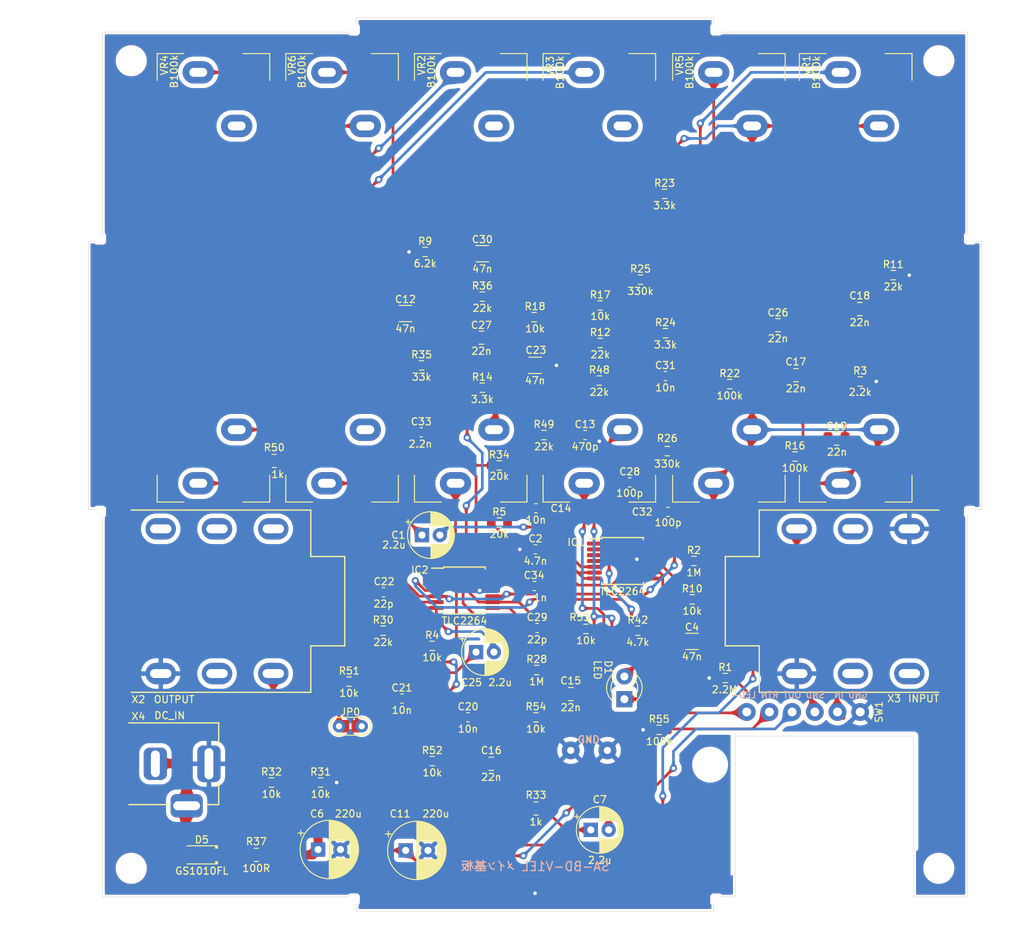
<source format=kicad_pcb>
(kicad_pcb (version 20211014) (generator pcbnew)
  (layers (0 "F.Cu" signal) (31 "B.Cu" signal) (34 "B.Paste" user) (35 "F.Paste" user) (36 "B.SilkS" user "B.Silkscreen") (37 "F.SilkS" user "F.Silkscreen") (38 "B.Mask" user) (39 "F.Mask" user) (44 "Edge.Cuts" user))
  (net 0 "")
  (net 1 "Net-(C1-Pad1)")
  (net 2 "Net-(C1-Pad2)")
  (net 3 "GND")
  (net 4 "Net-(C2-Pad2)")
  (net 5 "Net-(C4-Pad1)")
  (net 6 "Net-(C4-Pad2)")
  (net 7 "VCC")
  (net 8 "Net-(C7-Pad1)")
  (net 9 "Net-(C7-Pad2)")
  (net 10 "VCOM")
  (net 11 "Net-(C12-Pad1)")
  (net 12 "Net-(C12-Pad2)")
  (net 13 "Net-(C13-Pad2)")
  (net 14 "Net-(C14-Pad1)")
  (net 15 "Net-(C14-Pad2)")
  (net 16 "Net-(C15-Pad1)")
  (net 17 "Net-(C15-Pad2)")
  (net 18 "Net-(C16-Pad1)")
  (net 19 "Net-(C17-Pad1)")
  (net 20 "Net-(C17-Pad2)")
  (net 21 "Net-(C18-Pad2)")
  (net 22 "Net-(C20-Pad1)")
  (net 23 "Net-(C20-Pad2)")
  (net 24 "Net-(C21-Pad1)")
  (net 25 "Net-(C21-Pad2)")
  (net 26 "Net-(C22-Pad1)")
  (net 27 "Net-(C22-Pad2)")
  (net 28 "Net-(C23-Pad2)")
  (net 29 "Net-(C26-Pad1)")
  (net 30 "Net-(C27-Pad1)")
  (net 31 "Net-(C28-Pad1)")
  (net 32 "Net-(C28-Pad2)")
  (net 33 "Net-(C29-Pad2)")
  (net 34 "Net-(C30-Pad2)")
  (net 35 "Net-(C31-Pad1)")
  (net 36 "Net-(C31-Pad2)")
  (net 37 "Net-(C32-Pad1)")
  (net 38 "Net-(C33-Pad2)")
  (net 39 "Net-(C34-Pad2)")
  (net 40 "Net-(D1-Pad1)")
  (net 41 "Net-(D1-Pad2)")
  (net 42 "Net-(D5-Pad1)")
  (net 43 "Net-(D5-Pad2)")
  (net 44 "Net-(IC1-Pad10)")
  (net 45 "Net-(IC2-Pad1)")
  (net 46 "Net-(IC2-Pad3)")
  (net 47 "Net-(JP0-Pad1)")
  (net 48 "Net-(R34-Pad1)")
  (net 49 "Net-(R12-Pad1)")
  (net 50 "Net-(R14-Pad1)")
  (net 51 "Net-(R23-Pad2)")
  (net 52 "Net-(R24-Pad2)")
  (net 53 "Net-(R50-Pad1)")
  (net 54 "BYPASS")
  (net 55 "Net-(SW1-Pad5)")
  (net 56 "Net-(VR4-Pad3)")
  (footprint "Resistor_SMD:R_0603_1608Metric_Pad0.98x0.95mm_HandSolder" (layer "F.Cu") (at -0.1 -66.5 180)
    (fp_text reference "R18")
    (fp_text value "10k")
  )
  (footprint "Capacitor_SMD:C_0603_1608Metric_Pad1.08x0.95mm_HandSolder" (layer "F.Cu") (at 10.6 -48)
    (fp_text reference "C28")
    (fp_text value "100p")
  )
  (footprint "Resistor_SMD:R_0603_1608Metric_Pad0.98x0.95mm_HandSolder" (layer "F.Cu") (at 11.8 -70.7)
    (fp_text reference "R25")
    (fp_text value "330k")
  )
  (footprint "Resistor_SMD:R_0603_1608Metric_Pad0.98x0.95mm_HandSolder" (layer "F.Cu") (at -29.5 -14.4)
    (fp_text reference "R32")
    (fp_text value "10k")
  )
  (footprint "Resistor_SMD:R_0603_1608Metric_Pad0.98x0.95mm_HandSolder" (layer "F.Cu") (at 14.6 -64.7)
    (fp_text reference "R24")
    (fp_text value "3.3k")
  )
  (footprint "Capacitor_SMD:C_0603_1608Metric_Pad1.08x0.95mm_HandSolder" (layer "F.Cu") (at -7.5 -21.7 180)
    (fp_text reference "C20")
    (fp_text value "10n")
  )
  (footprint "Capacitor_SMD:C_0603_1608Metric_Pad1.08x0.95mm_HandSolder" (layer "F.Cu") (at -14.9 -23.8)
    (fp_text reference "C21")
    (fp_text value "10n")
  )
  (footprint "myFoot:kado" (layer "F.Cu") (at -19.9 -1.7 90)
    (fp_text reference "r" hide)
    (fp_text value "h" hide)
  )
  (footprint "Capacitor_SMD:C_1206_3216Metric" (layer "F.Cu") (at -5.9 -73.6)
    (fp_text reference "C30")
    (fp_text value "47n")
  )
  (footprint "Capacitor_SMD:C_0805_2012Metric" (layer "F.Cu") (at -6 -64.2)
    (fp_text reference "C27")
    (fp_text value "22n")
  )
  (footprint "Resistor_SMD:R_0603_1608Metric_Pad0.98x0.95mm_HandSolder" (layer "F.Cu") (at 14.5 -80.3)
    (fp_text reference "R23")
    (fp_text value "3.3k")
  )
  (footprint "Resistor_SMD:R_0603_1608Metric_Pad0.98x0.95mm_HandSolder" (layer "F.Cu") (at 14.8 -51.5)
    (fp_text reference "R26")
    (fp_text value "330k")
  )
  (footprint "Resistor_SMD:R_0603_1608Metric_Pad0.98x0.95mm_HandSolder" (layer "F.Cu") (at 21.8 -59)
    (fp_text reference "R22")
    (fp_text value "100k")
  )
  (footprint "myFoot:my_TSSOP-14" (layer "F.Cu") (at 9.8 -39.2)
    (fp_text reference "IC1")
    (fp_text value "TLC2264")
  )
  (footprint "Resistor_SMD:R_0603_1608Metric_Pad0.98x0.95mm_HandSolder" (layer "F.Cu") (at 7.3 -63.6 180)
    (fp_text reference "R12")
    (fp_text value "22k")
  )
  (footprint "Capacitor_SMD:C_1206_3216Metric" (layer "F.Cu") (at 17.575 -30.2)
    (fp_text reference "C4")
    (fp_text value "47n")
  )
  (footprint "Capacitor_SMD:C_1206_3216Metric" (layer "F.Cu") (at -14.5 -66.9)
    (fp_text reference "C12")
    (fp_text value "47n")
  )
  (footprint "Resistor_SMD:R_0603_1608Metric_Pad0.98x0.95mm_HandSolder" (layer "F.Cu") (at 7.3 -67.8)
    (fp_text reference "R17")
    (fp_text value "10k")
  )
  (footprint "myFoot:kado" (layer "F.Cu") (at -19.9 -98.3)
    (fp_text reference "r" hide)
    (fp_text value "h" hide)
  )
  (footprint "myFoot:kado" (layer "F.Cu") (at 48.3 -45.1 180)
    (fp_text reference "r" hide)
    (fp_text value "h" hide)
  )
  (footprint "myFoot:my_pot_slide_30mm_travel" (layer "F.Cu") (at -7.2 -70.9 90)
    (fp_text reference "VR2")
    (fp_text value "B100k")
  )
  (footprint "Resistor_SMD:R_0603_1608Metric_Pad0.98x0.95mm_HandSolder" (layer "F.Cu") (at 0.1875 -27)
    (fp_text reference "R28")
    (fp_text value "1M")
  )
  (footprint "myFoot:my_pot_slide_30mm_travel" (layer "F.Cu") (at 7.2 -70.9 90)
    (fp_text reference "VR3")
    (fp_text value "B100k")
  )
  (footprint "Capacitor_SMD:C_0603_1608Metric_Pad1.08x0.95mm_HandSolder" (layer "F.Cu") (at 14.9 -44.7)
    (fp_text reference "C32")
    (fp_text value "100p")
  )
  (footprint "Resistor_SMD:R_0603_1608Metric_Pad0.98x0.95mm_HandSolder" (layer "F.Cu") (at -17 -31.4 180)
    (fp_text reference "R30")
    (fp_text value "22k")
  )
  (footprint "Capacitor_SMD:C_0805_2012Metric" (layer "F.Cu") (at 4 -24.3 180)
    (fp_text reference "C15")
    (fp_text value "22n")
  )
  (footprint "Resistor_SMD:R_0603_1608Metric_Pad0.98x0.95mm_HandSolder" (layer "F.Cu") (at -24 -14.4)
    (fp_text reference "R31")
    (fp_text value "10k")
  )
  (footprint "Connector_PinHeader_2.54mm:PinHeader_1x09_P2.54mm_Vertical" (layer "F.Cu") (at 36.4 -22.3 -90)
    (fp_text reference "SW1")
    (fp_text value "SW_3PDT")
  )
  (footprint "myFoot:my_LED_3mm" (layer "F.Cu") (at 10 -25 90)
    (fp_text reference "D1")
    (fp_text value "LED")
  )
  (footprint "myFoot:my_Hole_1.0mm" (layer "F.Cu") (at -45.2 -95.2)
    (fp_text reference "*" hide)
    (fp_text value "my_Hole_1.0mm" hide)
  )
  (footprint "myFoot:my_Hole_1.0mm" (layer "F.Cu") (at 19.6 -16.4)
    (fp_text reference "*" hide)
    (fp_text value "my_Hole_1.0mm" hide)
  )
  (footprint "myFoot:my_pot_slide_30mm_travel" (layer "F.Cu") (at 21.7 -70.9 90)
    (fp_text reference "VR5")
    (fp_text value "B100k")
  )
  (footprint "Resistor_SMD:R_0805_2012Metric" (layer "F.Cu") (at -29.2 -50.4)
    (fp_text reference "R50")
    (fp_text value "1k")
  )
  (footprint "myFoot:kado" (layer "F.Cu") (at 19.9 -98.3 -90)
    (fp_text reference "r" hide)
    (fp_text value "h" hide)
  )
  (footprint "myFoot:my_Phone_Jack_Daier" (layer "F.Cu") (at -47.5 -34.7)
    (fp_text reference "X2")
    (fp_text value "OUTPUT")
  )
  (footprint "Resistor_SMD:R_0603_1608Metric_Pad0.98x0.95mm_HandSolder" (layer "F.Cu") (at 0.1 -21.7)
    (fp_text reference "R54")
    (fp_text value "10k")
  )
  (footprint "myFoot:my_pot_slide_30mm_travel" (layer "F.Cu") (at -36 -70.9 90)
    (fp_text reference "VR4")
    (fp_text value "B100k")
  )
  (footprint "Resistor_SMD:R_0603_1608Metric_Pad0.98x0.95mm_HandSolder" (layer "F.Cu") (at 1 -53.3 180)
    (fp_text reference "R49")
    (fp_text value "22k")
  )
  (footprint "myFoot:my_WirePad_0-8mmDrill" (layer "F.Cu") (at 4 -18)
    (fp_text reference "J1" hide)
    (fp_text value "GND" hide)
  )
  (footprint "myFoot:my_Hole_1.0mm" (layer "F.Cu") (at 45.2 -95.2)
    (fp_text reference "*" hide)
    (fp_text value "my_Hole_1.0mm" hide)
  )
  (footprint "Resistor_SMD:R_0603_1608Metric_Pad0.98x0.95mm_HandSolder" (layer "F.Cu") (at 11.5 -31.4)
    (fp_text reference "R42")
    (fp_text value "4.7k")
  )
  (footprint "myFoot:my_D_GS1010FL" (layer "F.Cu") (at -37.3 -6.3 180)
    (fp_text reference "D5")
    (fp_text value "GS1010FL")
  )
  (footprint "myFoot:kado" (layer "F.Cu") (at 48.3 -74.9 -90)
    (fp_text reference "r" hide)
    (fp_text value "h" hide)
  )
  (footprint "Resistor_SMD:R_0603_1608Metric_Pad0.98x0.95mm_HandSolder" (layer "F.Cu") (at -3.9875 -43.5)
    (fp_text reference "R5")
    (fp_text value "20k")
  )
  (footprint "Resistor_SMD:R_0603_1608Metric_Pad0.98x0.95mm_HandSolder" (layer "F.Cu") (at 5.7 -31.6)
    (fp_text reference "R53")
    (fp_text value "10k")
  )
  (footprint "Capacitor_THT:CP_Radial_D5.0mm_P2.00mm" (layer "F.Cu") (at 6.244888 -9.1)
    (fp_text reference "C7")
    (fp_text value "2.2u")
  )
  (footprint "myFoot:kado" (layer "F.Cu") (at -48.3 -74.9)
    (fp_text reference "r" hide)
    (fp_text value "h" hide)
  )
  (footprint "Capacitor_SMD:C_0603_1608Metric_Pad1.08x0.95mm_HandSolder" (layer "F.Cu") (at 14.6 -59.9 180)
    (fp_text reference "C31")
    (fp_text value "10n")
  )
  (footprint "Capacitor_SMD:C_0805_2012Metric" (layer "F.Cu") (at 29.2 -60 180)
    (fp_text reference "C17")
    (fp_text value "22n")
  )
  (footprint "Resistor_SMD:R_0603_1608Metric_Pad0.98x0.95mm_HandSolder" (layer "F.Cu") (at 17.7875 -39.2)
    (fp_text reference "R2")
    (fp_text value "1M")
  )
  (footprint "myFoot:my_DC_Jack" (layer "F.Cu") (at -50 -16.5)
    (fp_text reference "X4")
    (fp_text value "DC_IN")
  )
  (footprint "Resistor_SMD:R_0603_1608Metric_Pad0.98x0.95mm_HandSolder" (layer "F.Cu") (at -12.7 -61.1)
    (fp_text reference "R35")
    (fp_text value "33k")
  )
  (footprint "Resistor_SMD:R_0603_1608Metric_Pad0.98x0.95mm_HandSolder" (layer "F.Cu") (at -5.9 -68.8)
    (fp_text reference "R36")
    (fp_text value "22k")
  )
  (footprint "Resistor_SMD:R_0603_1608Metric_Pad0.98x0.95mm_HandSolder" (layer "F.Cu") (at -11.5 -16.8 180)
    (fp_text reference "R52")
    (fp_text value "10k")
  )
  (footprint "myFoot:my_pot_slide_30mm_travel" (layer "F.Cu") (at -21.6 -70.9 90)
    (fp_text reference "VR6")
    (fp_text value "B100k")
  )
  (footprint "Capacitor_THT:CP_Radial_D6.3mm_P2.50mm" (layer "F.Cu") (at -24.282379 -6.9)
    (fp_text reference "C6")
    (fp_text value "220u")
  )
  (footprint "Capacitor_SMD:C_0603_1608Metric_Pad1.08x0.95mm_HandSolder" (layer "F.Cu") (at -0.0625 -36.4 180)
    (fp_text reference "C34")
    (fp_text value "1n")
  )
  (footprint "Capacitor_THT:CP_Radial_D5.0mm_P2.00mm" (layer "F.Cu") (at -6.6 -29)
    (fp_text reference "C25")
    (fp_text value "2.2u")
  )
  (footprint "Resistor_SMD:R_0603_1608Metric_Pad0.98x0.95mm_HandSolder" (layer "F.Cu") (at -5.9 -58.6 180)
    (fp_text reference "R14")
    (fp_text value "3.3k")
  )
  (footprint "Resistor_SMD:R_0603_1608Metric_Pad0.98x0.95mm_HandSolder" (layer "F.Cu") (at 36.4 -59.3)
    (fp_text reference "R3")
    (fp_text value "2.2k")
  )
  (footprint "myFoot:my_Hole_1.0mm" (layer "F.Cu") (at -45.2 -4.8)
    (fp_text reference "*" hide)
    (fp_text value "my_Hole_1.0mm" hide)
  )
  (footprint "myFoot:kado" (layer "F.Cu") (at -48.3 -45.1 90)
    (fp_text reference "r" hide)
    (fp_text value "h" hide)
  )
  (footprint "Resistor_SMD:R_0805_2012Metric" (layer "F.Cu") (at 0.1125 -11.5 180)
    (fp_text reference "R33")
    (fp_text value "1k")
  )
  (footprint "Capacitor_THT:CP_Radial_D6.3mm_P2.50mm" (layer "F.Cu") (at -14.482379 -6.8)
    (fp_text reference "C11")
    (fp_text value "220u")
  )
  (footprint "Capacitor_SMD:C_0603_1608Metric_Pad1.08x0.95mm_HandSolder" (layer "F.Cu") (at 0.1 -45.1)
    (fp_text reference "C14")
    (fp_text value "10n")
  )
  (footprint "Resistor_SMD:R_0603_1608Metric_Pad0.98x0.95mm_HandSolder" (layer "F.Cu") (at 7.2 -59.4)
    (fp_text reference "R48")
    (fp_text value "22k")
  )
  (footprint "Capacitor_SMD:C_0603_1608Metric_Pad1.08x0.95mm_HandSolder" (layer "F.Cu") (at -12.7375 -53.6)
    (fp_text reference "C33")
    (fp_text value "2.2n")
  )
  (footprint "myFoot:my_Hole_1.0mm" (layer "F.Cu") (at 45.2 -4.8)
    (fp_text reference "*" hide)
    (fp_text value "my_Hole_1.0mm" hide)
  )
  (footprint "Capacitor_SMD:C_1206_3216Metric" (layer "F.Cu") (at 0 -61.1 180)
    (fp_text reference "C23")
    (fp_text value "47n")
  )
  (footprint "Capacitor_SMD:C_0603_1608Metric_Pad1.08x0.95mm_HandSolder" (layer "F.Cu") (at 0.2375 -31.7)
    (fp_text reference "C29")
    (fp_text value "22p")
  )
  (footprint "Resistor_SMD:R_0603_1608Metric_Pad0.98x0.95mm_HandSolder" (layer "F.Cu") (at 13.9 -20.3 180)
    (fp_text reference "R55")
    (fp_text value "100k")
  )
  (footprint "myFoot:kado" (layer "F.Cu") (at 19.9 -1.7 180)
    (fp_text reference "r" hide)
    (fp_text value "h" hide)
  )
  (footprint "Capacitor_SMD:C_0805_2012Metric" (layer "F.Cu") (at 33.75 -52.9 180)
    (fp_text reference "C19")
    (fp_text value "22n")
  )
  (footprint "myFoot:my_TSSOP-14" (layer "F.Cu") (at -7.9 -35.9)
    (fp_text reference "IC2")
    (fp_text value "TLC2264")
  )
  (footprint "Capacitor_SMD:C_0805_2012Metric" (layer "F.Cu") (at 27.2 -65.6)
    (fp_text reference "C26")
    (fp_text value "22n")
  )
  (footprint "Resistor_SMD:R_0603_1608Metric_Pad0.98x0.95mm_HandSolder" (layer "F.Cu") (at -11.5125 -29.7)
    (fp_text reference "R4")
    (fp_text value "10k")
  )
  (footprint "Resistor_SMD:R_0603_1608Metric_Pad0.98x0.95mm_HandSolder" (layer "F.Cu") (at -20.8125 -25.7)
    (fp_text reference "R51")
    (fp_text value "10k")
  )
  (footprint "myFoot:my_Phone_Jack_Daier" (layer "F.Cu") (at 47.5 -34.7 180)
    (fp_text reference "X3")
    (fp_text value "INPUT")
  )
  (footprint "Resistor_SMD:R_0603_1608Metric_Pad0.98x0.95mm_HandSolder" (layer "F.Cu") (at -4 -49.9 180)
    (fp_text reference "R34")
    (fp_text value "20k")
  )
  (footprint "myFoot:my_pot_slide_30mm_travel" (layer "F.Cu") (at 35.9 -70.9 90)
    (fp_text reference "VR1")
    (fp_text value "B100k")
  )
  (footprint "Resistor_SMD:R_0603_1608Metric_Pad0.98x0.95mm_HandSolder" (layer "F.Cu") (at 21.3 -26.1 180)
    (fp_text reference "R1")
    (fp_text value "2.2M")
  )
  (footprint "Capacitor_SMD:C_0805_2012Metric" (layer "F.Cu") (at 36.35 -67.4)
    (fp_text reference "C18")
    (fp_text value "22n")
  )
  (footprint "Capacitor_SMD:C_0603_1608Metric_Pad1.08x0.95mm_HandSolder" (layer "F.Cu") (at 5.6 -53.3 180)
    (fp_text reference "C13")
    (fp_text value "470p")
  )
  (footprint "Resistor_SMD:R_0603_1608Metric_Pad0.98x0.95mm_HandSolder" (layer "F.Cu") (at -12.3 -73.8 180)
    (fp_text reference "R9")
    (fp_text value "6.2k")
  )
  (footprint "Capacitor_SMD:C_0603_1608Metric_Pad1.08x0.95mm_HandSolder" (layer "F.Cu") (at 0.05 -40.5)
    (fp_text reference "C2")
    (fp_text value "4.7n")
  )
  (footprint "Resistor_SMD:R_0603_1608Metric_Pad0.98x0.95mm_HandSolder" (layer "F.Cu") (at 29.1 -50.9 180)
    (fp_text reference "R16")
    (fp_text value "100k")
  )
  (footprint "Resistor_SMD:R_0805_2012Metric" (layer "F.Cu") (at -31.2 -6.3)
    (fp_text reference "R37")
    (fp_text value "100R")
  )
  (footprint "Resistor_SMD:R_0603_1608Metric_Pad0.98x0.95mm_HandSolder" (layer "F.Cu") (at 40.1 -71.2)
    (fp_text reference "R11")
    (fp_text value "22k")
  )
  (footprint "myFoot:my_SolderJumper-THpad" (layer "F.Cu") (at -20.67 -20.7)
    (fp_text reference "JP0")
    (fp_text value "0R" hide)
  )
  (footprint "Capacitor_SMD:C_0603_1608Metric_Pad1.08x0.95mm_HandSolder" (layer "F.Cu") (at -16.9625 -35.7 180)
    (fp_text reference "C22")
    (fp_text value "22p")
  )
  (footprint "myFoot:my_WirePad_0-8mmDrill" (layer "F.Cu") (at 8.1 -18)
    (fp_text reference "J2" hide)
    (fp_text value "GND" hide)
  )
  (footprint "Capacitor_SMD:C_0805_2012Metric" (layer "F.Cu") (at -4.9 -16.5)
    (fp_text reference "C16")
    (fp_text value "22n")
  )
  (footprint "Capacitor_THT:CP_Radial_D5.0mm_P2.00mm" (layer "F.Cu") (at -12.655112 -42.1)
    (fp_text reference "C1")
    (fp_text value "2.2u")
  )
  (footprint "Resistor_SMD:R_0603_1608Metric_Pad0.98x0.95mm_HandSolder" (layer "F.Cu") (at 17.6 -34.9)
    (fp_text reference "R10")
    (fp_text value "10k")
  )
  (gr_line (start 48.4 -45) (end 50 -45) (layer "Edge.Cuts") (width 0.05))
  (gr_line (start 20 -1.6) (end 22.4 -1.6) (layer "Edge.Cuts") (width 0.05))
  (gr_line (start 48.4 -1.6) (end 48.4 -45) (layer "Edge.Cuts") (width 0.05))
  (gr_line (start -48.4 -1.6) (end -20 -1.6) (layer "Edge.Cuts") (width 0.05))
  (gr_line (start 42.4 -1.6) (end 48.4 -1.6) (layer "Edge.Cuts") (width 0.05))
  (gr_line (start -20 0) (end 20 0) (layer "Edge.Cuts") (width 0.05))
  (gr_line (start 20 -100) (end -20 -100) (layer "Edge.Cuts") (width 0.05))
  (gr_line (start -48.4 -75) (end -50 -75) (layer "Edge.Cuts") (width 0.05))
  (gr_line (start 48.4 -75) (end 48.4 -98.4) (layer "Edge.Cuts") (width 0.05))
  (gr_line (start 48.4 -98.4) (end 20 -98.4) (layer "Edge.Cuts") (width 0.05))
  (gr_line (start 22.4 -1.6) (end 22.4 -19.6) (layer "Edge.Cuts") (width 0.05))
  (gr_line (start -50 -45) (end -48.4 -45) (layer "Edge.Cuts") (width 0.05))
  (gr_line (start -20 -98.4) (end -48.4 -98.4) (layer "Edge.Cuts") (width 0.05))
  (gr_line (start 50 -75) (end 48.4 -75) (layer "Edge.Cuts") (width 0.05))
  (gr_line (start 50 -45) (end 50 -75) (layer "Edge.Cuts") (width 0.05))
  (gr_line (start 20 0) (end 20 -1.6) (layer "Edge.Cuts") (width 0.05))
  (gr_line (start -20 -100) (end -20 -98.4) (layer "Edge.Cuts") (width 0.05))
  (gr_line (start 42.4 -19.6) (end 42.4 -1.6) (layer "Edge.Cuts") (width 0.05))
  (gr_line (start 20 -98.4) (end 20 -100) (layer "Edge.Cuts") (width 0.05))
  (gr_line (start -48.4 -98.4) (end -48.4 -75) (layer "Edge.Cuts") (width 0.05))
  (gr_line (start -50 -70) (end -50 -45) (layer "Edge.Cuts") (width 0.05))
  (gr_line (start -50 -75) (end -50 -70) (layer "Edge.Cuts") (width 0.05))
  (gr_line (start -20 -1.6) (end -20 0) (layer "Edge.Cuts") (width 0.05))
  (gr_line (start -48.4 -45) (end -48.4 -1.6) (layer "Edge.Cuts") (width 0.05))
  (gr_line (start 22.4 -19.6) (end 42.4 -19.6) (layer "Edge.Cuts") (width 0.05))
  (gr_text "GND IN  SND OUT RTN LED-" (at 29.6 -24.2) (layer "B.SilkS") (effects (font (size 0.7 0.7) (thickness 0.13)) (justify mirror)))
  (gr_text "GND" (at 6 -19.2) (layer "B.SilkS") (effects (font (size 0.8 0.8) (thickness 0.13)) (justify mirror)))
  (gr_text "SA-BD-V1EL メイン基板" (at 0 -5) (layer "B.SilkS") (effects (font (size 1 1)) (justify mirror)))
  (gr_text "GND" (at 6 -19.2) (layer "F.SilkS") (effects (font (size 0.8 0.8) (thickness 0.13))))
  (segment (start -18.455112 -47.9) (end -23.3 -47.9) (width 0.3) (layer "F.Cu") (net 1))
  (segment (start -18.455112 -47.9) (end -12.655112 -42.1) (width 0.3) (layer "F.Cu") (net 1))
  (segment (start 0.8 -43) (end -1.3 -43) (width 0.3) (layer "F.Cu") (net 2))
  (segment (start 24 -48) (end 25.8 -48) (width 0.3) (layer "F.Cu") (net 2))
  (segment (start 20.4 -44.4) (end 24 -48) (width 0.3) (layer "F.Cu") (net 2))
  (segment (start 25.8 -48) (end 28.175 -50.375) (width 0.3) (layer "F.Cu") (net 2))
  (segment (start 19.9 -34.1) (end 20.4 -34.6) (width 0.3) (layer "F.Cu") (net 2))
  (segment (start 2.3 -39) (end 2.3 -41.5) (width 0.3) (layer "F.Cu") (net 2))
  (segment (start 14.3 -37.6) (end 13.95 -37.25) (width 0.3) (layer "F.Cu") (net 2))
  (segment (start 14.3 -29.6) (end 15.5 -28.4) (width 0.3) (layer "F.Cu") (net 2))
  (segment (start 32 -52.1) (end 32 -49.7) (width 0.3) (layer "F.Cu") (net 2))
  (segment (start 9.35 -37.25) (end 8.6 -36.5) (width 0.3) (layer "F.Cu") (net 2))
  (segment (start 2.4 -38.9) (end 2.3 -39) (width 0.3) (layer "F.Cu") (net 2))
  (segment (start 17.6 -29) (end 17.6 -32) (width 0.3) (layer "F.Cu") (net 2))
  (segment (start 17.6 -32) (end 19.7 -34.1) (width 0.3) (layer "F.Cu") (net 2))
  (segment (start 14.3 -37.6) (end 14.3 -29.6) (width 0.3) (layer "F.Cu") (net 2))
  (segment (start 12.95 -37.25) (end 9.35 -37.25) (width 0.3) (layer "F.Cu") (net 2))
  (segment (start 20.4 -34.6) (end 20.4 -44.4) (width 0.3) (layer "F.Cu") (net 2))
  (segment (start 13.95 -37.25) (end 12.95 -37.25) (width 0.3) (layer "F.Cu") (net 2))
  (segment (start 19.7 -34.1) (end 19.9 -34.1) (width 0.3) (layer "F.Cu") (net 2))
  (segment (start 2.3 -41.5) (end 0.8 -43) (width 0.3) (layer "F.Cu") (net 2))
  (segment (start 28.175 -50.8875) (end 28.1875 -50.9) (width 0.3) (layer "F.Cu") (net 2))
  (segment (start 32.8 -52.9) (end 32 -52.1) (width 0.3) (layer "F.Cu") (net 2))
  (segment (start 17 -28.4) (end 17.6 -29) (width 0.3) (layer "F.Cu") (net 2))
  (segment (start 4.8 -36.5) (end 2.4 -38.9) (width 0.3) (layer "F.Cu") (net 2))
  (segment (start 32 -49.7) (end 31.2 -48.9) (width 0.3) (layer "F.Cu") (net 2))
  (segment (start 12.95 -37.9) (end 14 -37.9) (width 0.3) (layer "F.Cu") (net 2))
  (segment (start 4.8 -36.5) (end 8.6 -36.5) (width 0.3) (layer "F.Cu") (net 2))
  (segment (start 15.5 -28.4) (end 17 -28.4) (width 0.3) (layer "F.Cu") (net 2))
  (segment (start 14 -37.9) (end 14.3 -37.6) (width 0.3) (layer "F.Cu") (net 2))
  (segment (start 31.2 -48.9) (end 29.675 -48.9) (width 0.3) (layer "F.Cu") (net 2))
  (segment (start 28.175 -50.375) (end 28.175 -50.8875) (width 0.3) (layer "F.Cu") (net 2))
  (segment (start 29.675 -48.9) (end 28.175 -50.4) (width 0.3) (layer "F.Cu") (net 2))
  (via (at -1.3 -43) (size 0.8) (drill 0.4) (layers "F.Cu" "B.Cu") (net 2))
  (segment (start -1.3 -43) (end -9.755112 -43) (width 0.3) (layer "B.Cu") (net 2))
  (segment (start -9.755112 -43) (end -10.655112 -42.1) (width 0.3) (layer "B.Cu") (net 2))
  (segment (start -13.2125 -73.8) (end -14.1 -73.8) (width 0.3) (layer "F.Cu") (net 3))
  (segment (start 11.6 -39.2) (end 11.4 -39.4) (width 0.3) (layer "F.Cu") (net 3))
  (segment (start -23.0875 -14.4) (end -22.2 -14.4) (width 0.3) (layer "F.Cu") (net 3))
  (segment (start 37.035 -21.665) (end 36.4 -22.3) (width 0.3) (layer "F.Cu") (net 3))
  (segment (start 6.4625 -53.3) (end 6.5 -53.3) (width 0.3) (layer "F.Cu") (net 3))
  (segment (start 12.95 -39.2) (end 11.6 -39.2) (width 0.3) (layer "F.Cu") (net 3))
  (segment (start 6.5 -53.3) (end 7.2 -52.6) (width 0.3) (layer "F.Cu") (net 3))
  (segment (start 1.475 -61.1) (end 2.4 -61.1) (width 0.3) (layer "F.Cu") (net 3))
  (segment (start 12.9875 -20.3) (end 12.1 -20.3) (width 0.3) (layer "F.Cu") (net 3))
  (segment (start -0.8125 -40.5) (end -1.7 -40.5) (width 0.3) (layer "F.Cu") (net 3))
  (segment (start 35.765 -21.665) (end 36.4 -22.3) (width 0.3) (layer "F.Cu") (net 3))
  (segment (start 20.3875 -26.1) (end 19.5 -26.1) (width 0.3) (layer "F.Cu") (net 3))
  (segment (start -4.75 -35.9) (end -6.2 -35.9) (width 0.3) (layer "F.Cu") (net 3))
  (segment (start 41.0125 -71.2) (end 41.9 -71.2) (width 0.3) (layer "F.Cu") (net 3))
  (segment (start 37.3125 -59.3) (end 38.2 -59.3) (width 0.3) (layer "F.Cu") (net 3))
  (via (at 11.4 -39.4) (size 0.8) (drill 0.4) (layers "F.Cu" "B.Cu") (net 3))
  (via (at 41.9 -71.2) (size 0.8) (drill 0.4) (layers "F.Cu" "B.Cu") (net 3))
  (via (at 7.2 -52.6) (size 0.8) (drill 0.4) (layers "F.Cu" "B.Cu") (net 3))
  (via (at 12.1 -20.3) (size 0.8) (drill 0.4) (layers "F.Cu" "B.Cu") (net 3))
  (via (at 38.2 -59.3) (size 0.8) (drill 0.4) (layers "F.Cu" "B.Cu") (net 3))
  (via (at 19.5 -26.1) (size 0.8) (drill 0.4) (layers "F.Cu" "B.Cu") (net 3))
  (via (at 2.4 -61.1) (size 0.8) (drill 0.4) (layers "F.Cu" "B.Cu") (net 3))
  (via (at 0 -2) (size 0.8) (drill 0.4) (layers "F.Cu" "B.Cu") (net 3))
  (via (at -1.7 -40.5) (size 0.8) (drill 0.4) (layers "F.Cu" "B.Cu") (net 3))
  (via (at -14.1 -73.8) (size 0.8) (drill 0.4) (layers "F.Cu" "B.Cu") (net 3))
  (via (at -22.2 -14.4) (size 0.8) (drill 0.4) (layers "F.Cu" "B.Cu") (net 3))
  (via (at -6.2 -35.9) (size 0.8) (drill 0.4) (layers "F.Cu" "B.Cu") (net 3))
  (segment (start 0.8 -36.4) (end 1 -36.6) (width 0.3) (layer "F.Cu") (net 4))
  (segment (start 0.9125 -40.5) (end 0.9125 -36.5125) (width 0.3) (layer "F.Cu") (net 4))
  (segment (start 16.1 -32.5) (end 16.1 -30.2) (width 0.3) (layer "F.Cu") (net 5))
  (segment (start 18.5 -34.9) (end 16.1 -32.5) (width 0.3) (layer "F.Cu") (net 5))
  (segment (start 18.5125 -34.9) (end 18.5 -34.9) (width 0.3) (layer "F.Cu") (net 5))
  (segment (start 24.0125 -24.3) (end 22.2125 -26.1) (width 0.3) (layer "F.Cu") (net 6))
  (segment (start 22.2125 -26.7875) (end 22.2125 -26.1) (width 0.3) (layer "F.Cu") (net 6))
  (segment (start 19.05 -29.95) (end 22.2125 -26.7875) (width 0.3) (layer "F.Cu") (net 6))
  (segment (start 31.32 -22.3) (end 31.32 -23.28) (width 0.3) (layer "F.Cu") (net 6))
  (segment (start 19.05 -30.2) (end 19.05 -29.95) (width 0.3) (layer "F.Cu") (net 6))
  (segment (start 31.32 -23.28) (end 30.3 -24.3) (width 0.3) (layer "F.Cu") (net 6))
  (segment (start 30.3 -24.3) (end 24.0125 -24.3) (width 0.3) (layer "F.Cu") (net 6))
  (segment (start -0.3 -34.9) (end 9.7 -34.9) (width 0.3) (layer "F.Cu") (net 7))
  (segment (start -28.6125 -16.2) (end -30.4125 -14.4) (width 0.3) (layer "F.Cu") (net 7))
  (segment (start 10.5875 -31.4) (end 10.5875 -29.6875) (width 0.3) (layer "F.Cu") (net 7))
  (segment (start -7.9 -6.3) (end -17.8 -16.2) (width 0.3) (layer "F.Cu") (net 7))
  (segment (start -1.3 -6.2) (end -7.8 -6.2) (width 0.3) (layer "F.Cu") (net 7))
  (segment (start 10.5875 -29.6875) (end 8.3 -27.4) (width 0.3) (layer "F.Cu") (net 7))
  (segment (start 10.8 -33.8) (end 10.8 -31.6125) (width 0.3) (layer "F.Cu") (net 7))
  (segment (start 6 -20.3) (end 6 -13.5) (width 0.3) (layer "F.Cu") (net 7))
  (segment (start -24.282379 -6.9) (end -24.282379 -8.382379) (width 1) (layer "F.Cu") (net 7))
  (segment (start -26.9 -11) (end -28.5 -11) (width 1) (layer "F.Cu") (net 7))
  (segment (start -11.05 -35.9) (end -12.3 -35.9) (width 0.3) (layer "F.Cu") (net 7))
  (segment (start 6 -13.5) (end 3.5 -11) (width 0.3) (layer "F.Cu") (net 7))
  (segment (start 6.65 -39.2) (end 7.8 -39.2) (width 0.3) (layer "F.Cu") (net 7))
  (segment (start -12.3 -35.9) (end -13.4 -37) (width 0.3) (layer "F.Cu") (net 7))
  (segment (start 10.8 -31.6125) (end 10.5875 -31.4) (width 0.3) (layer "F.Cu") (net 7))
  (segment (start -24.282379 -8.382379) (end -26.9 -11) (width 1) (layer "F.Cu") (net 7))
  (segment (start -0.6 -34.6) (end -0.3 -34.9) (width 0.3) (layer "F.Cu") (net 7))
  (segment (start -30.2875 -6.3) (end -24.882379 -6.3) (width 1) (layer "F.Cu") (net 7))
  (segment (start -17.8 -16.2) (end -28.6125 -16.2) (width 0.3) (layer "F.Cu") (net 7))
  (segment (start -7.8 -6.2) (end -7.9 -6.3) (width 0.3) (layer "F.Cu") (net 7))
  (segment (start 8.3 -22.6) (end 6 -20.3) (width 0.3) (layer "F.Cu") (net 7))
  (segment (start 7.8 -39.2) (end 8.3 -38.7) (width 0.3) (layer "F.Cu") (net 7))
  (segment (start 8.3 -38.7) (end 8.3 -37.8) (width 0.3) (layer "F.Cu") (net 7))
  (segment (start -28.5 -11) (end -30.4125 -12.9125) (width 1) (layer "F.Cu") (net 7))
  (segment (start -24.882379 -6.3) (end -24.282379 -6.9) (width 1) (layer "F.Cu") (net 7))
  (segment (start 8.3 -27.4) (end 8.3 -22.6) (width 0.3) (layer "F.Cu") (net 7))
  (segment (start 9.7 -34.9) (end 10.8 -33.8) (width 0.3) (layer "F.Cu") (net 7))
  (segment (start -30.4125 -12.9125) (end -30.4125 -14.4) (width 1) (layer "F.Cu") (net 7))
  (via (at 3.5 -11) (size 0.8) (drill 0.4) (layers "F.Cu" "B.Cu") (net 7))
  (via (at 8.3 -37.8) (size 0.8) (drill 0.4) (layers "F.Cu" "B.Cu") (net 7))
  (via (at 10.8 -33.8) (size 0.8) (drill 0.4) (layers "F.Cu" "B.Cu") (net 7))
  (via (at -13.4 -37) (size 0.8) (drill 0.4) (layers "F.Cu" "B.Cu") (net 7))
  (via (at -1.3 -6.2) (size 0.8) (drill 0.4) (layers "F.Cu" "B.Cu") (net 7))
  (via (at -0.6 -34.6) (size 0.8) (drill 0.4) (layers "F.Cu" "B.Cu") (net 7))
  (segment (start -1.2 -34) (end -0.6 -34.6) (width 0.3) (layer "B.Cu") (net 7))
  (segment (start -13.4 -36.4) (end -11 -34) (width 0.3) (layer "B.Cu") (net 7))
  (segment (start -13.4 -37) (end -13.4 -36.4) (width 0.3) (layer "B.Cu") (net 7))
  (segment (start 3.5 -11) (end -1.3 -6.2) (width 0.3) (layer "B.Cu") (net 7))
  (segment (start 8.3 -37.8) (end 8.3 -36.3) (width 0.3) (layer "B.Cu") (net 7))
  (segment (start 8.3 -36.3) (end 10.8 -33.8) (width 0.3) (layer "B.Cu") (net 7))
  (segment (start -11 -34) (end -1.2 -34) (width 0.3) (layer "B.Cu") (net 7))
  (segment (start 3.425 -9.1) (end 6.244888 -9.1) (width 0.3) (layer "F.Cu") (net 8))
  (segment (start 1.025 -11.5) (end 3.425 -9.1) (width 0.3) (layer "F.Cu") (net 8))
  (segment (start 14.8125 -20.3) (end 14.8 -20.3) (width 0.3) (layer "F.Cu") (net 9))
  (segment (start 14.9125 -20.4) (end 24.34 -20.4) (width 0.3) (layer "F.Cu") (net 9))
  (segment (start 14.9125 -20.4) (end 14.8125 -20.3) (width 0.3) (layer "F.Cu") (net 9))
  (segment (start 26.24 -22.3) (end 24.34 -20.4) (width 0.3) (layer "F.Cu") (net 9))
  (segment (start 8.244888 -13.744888) (end 8.244888 -9.1) (width 0.3) (layer "F.Cu") (net 9))
  (segment (start 14.8 -20.3) (end 8.244888 -13.744888) (width 0.3) (layer "F.Cu") (net 9))
  (segment (start -11.05 -35.25) (end -12.95 -35.25) (width 0.3) (layer "F.Cu") (net 10))
  (segment (start 24.3 -87.9) (end 38.5 -87.9) (width 0.3) (layer "F.Cu") (net 10))
  (segment (start 24.3 -57.4125) (end 24.3 -53.9) (width 0.3) (layer "F.Cu") (net 10))
  (segment (start -11.05 -35.25) (end -9.899503 -35.25) (width 0.3) (layer "F.Cu") (net 10))
  (segment (start -3.45 -35.25) (end -3.2 -35.5) (width 0.3) (layer "F.Cu") (net 10))
  (segment (start 17.1 -41.1) (end 18.7 -41.1) (width 0.3) (layer "F.Cu") (net 10))
  (segment (start 22.7125 -59) (end 24.3 -57.4125) (width 0.3) (layer "F.Cu") (net 10))
  (segment (start -23.1 -12) (end -24.9125 -13.8125) (width 0.3) (layer "F.Cu") (net 10))
  (segment (start 15.6 -38.7) (end 15.6 -39.6) (width 0.3) (layer "F.Cu") (net 10))
  (segment (start 24.3 -53.9) (end 24.3 -52.2) (width 0.3) (layer "F.Cu") (net 10))
  (segment (start -12.682379 -5) (end 8.6 -5) (width 0.3) (layer "F.Cu") (net 10))
  (segment (start -22 -12) (end -23.1 -12) (width 0.3) (layer "F.Cu") (net 10))
  (segment (start 6.3875 -63.6) (end 4.8 -65.1875) (width 0.3) (layer "F.Cu") (net 10))
  (segment (start 12.4 -35.5) (end 12.9 -36) (width 0.3) (layer "F.Cu") (net 10))
  (segment (start -19.3 -37.7) (end -27.1 -45.5) (width 0.3) (layer "F.Cu") (net 10))
  (segment (start -24.9125 -13.8125) (end -24.9125 -14.4) (width 0.3) (layer "F.Cu") (net 10))
  (segment (start -27.1 -49.2125) (end -28.2875 -50.4) (width 0.3) (layer "F.Cu") (net 10))
  (segment (start -14.482379 -6.8) (end -16.8 -6.8) (width 0.3) (layer "F.Cu") (net 10))
  (segment (start 38.5 -53.9) (end 38.5 -52.2) (width 0.3) (layer "F.Cu") (net 10))
  (segment (start 18.7 -39.2) (end 18.7 -41.1) (width 0.3) (layer "F.Cu") (net 10))
  (segment (start 4.8 -65.1875) (end 4.8 -74.6) (width 0.3) (layer "F.Cu") (net 10))
  (segment (start -15.4 -37.7) (end -19.3 -37.7) (width 0.3) (layer "F.Cu") (net 10))
  (segment (start 24.4 -42.4) (end 29.9 -47.9) (width 0.3) (layer "F.Cu") (net 10))
  (segment (start -4.75 -35.25) (end -3.45 -35.25) (width 0.3) (layer "F.Cu") (net 10))
  (segment (start 8.6 -5) (end 14.3 -10.7) (width 0.3) (layer "F.Cu") (net 10))
  (segment (start -12.95 -35.25) (end -15.4 -37.7) (width 0.3) (layer "F.Cu") (net 10))
  (segment (start 22.7125 -59) (end 27.2 -63.4875) (width 0.3) (layer "F.Cu") (net 10))
  (segment (start -14.482379 -6.8) (end -12.682379 -5) (width 0.3) (layer "F.Cu") (net 10))
  (segment (start 38.5 -52.2) (end 34.2 -47.9) (width 0.3) (layer "F.Cu") (net 10))
  (segment (start -28.5875 -14.4) (end -24.9125 -14.4) (width 0.3) (layer "F.Cu") (net 10))
  (segment (start 15.6 -39.6) (end 17.1 -41.1) (width 0.3) (layer "F.Cu") (net 10))
  (segment (start -3.2 -35.5) (end 12.4 -35.5) (width 0.3) (layer "F.Cu") (net 10))
  (segment (start 27.2 -69.2) (end 24.3 -72.1) (width 0.3) (layer "F.Cu") (net 10))
  (segment (start 4.8 -74.6) (end 16.7 -86.5) (width 0.3) (layer "F.Cu") (net 10))
  (segment (start 24.4 -26) (end 24.4 -42.4) (width 0.3) (layer "F.Cu") (net 10))
  (segment (start 14.3 -10.7) (end 14.3 -12.9) (width 0.3) (layer "F.Cu") (net 10))
  (segment (start 24.3 -52.2) (end 20 -47.9) (width 0.3) (layer "F.Cu") (net 10))
  (segment (start 29.9 -47.9) (end 34.2 -47.9) (width 0.3) (layer "F.Cu") (net 10))
  (segment (start -16.8 -6.8) (end -22 -12) (width 0.3) (layer "F.Cu") (net 10))
  (segment (start 18.7 -44.7) (end 18.7 -41.1) (width 0.3) (layer "F.Cu") (net 10))
  (segment (start -27.1 -45.5) (end -27.1 -49.2125) (width 0.3) (layer "F.Cu") (net 10))
  (segment (start 27.2 -63.4875) (end 27.2 -69.2) (width 0.3) (layer "F.Cu") (net 10))
  (segment (start -9.899503 -35.25) (end -9.6 -34.950497) (width 0.3) (layer "F.Cu") (net 10))
  (segment (start 20 -46) (end 18.7 -44.7) (width 0.3) (layer "F.Cu") (net 10))
  (segment (start 24.3 -72.1) (end 24.3 -87.9) (width 0.3) (layer "F.Cu") (net 10))
  (segment (start 20 -47.9) (end 20 -46) (width 0.3) (layer "F.Cu") (net 10))
  (via (at 15.6 -38.7) (size 0.8) (drill 0.4) (layers "F.Cu" "B.Cu") (net 10))
  (via (at -3.2 -35.5) (size 0.8) (drill 0.4) (layers "F.Cu" "B.Cu") (net 10))
  (via (at 14.3 -12.9) (size 0.8) (drill 0.4) (layers "F.Cu" "B.Cu") (net 10))
  (via (at 24.4 -26) (size 0.8) (drill 0.4) (layers "F.Cu" "B.Cu") (net 10))
  (via (at -9.6 -34.950497) (size 0.8) (drill 0.4) (layers "F.Cu" "B.Cu") (net 10))
  (via (at 12.9 -36) (size 0.8) (drill 0.4) (layers "F.Cu" "B.Cu") (net 10))
  (via (at 16.7 -86.5) (size 0.8) (drill 0.4) (layers "F.Cu" "B.Cu") (net 10))
  (segment (start -9.6 -34.950497) (end -3.749503 -34.950497) (width 0.3) (layer "B.Cu") (net 10))
  (segment (start 24.3 -87.9) (end 20.5 -87.9) (width 0.3) (layer "B.Cu") (net 10))
  (segment (start 20.5 -87.9) (end 19.1 -86.5) (width 0.3) (layer "B.Cu") (net 10))
  (segment (start 18.2 -22.2) (end 20.6 -22.2) (width 0.3) (layer "B.Cu") (net 10))
  (segment (start 14.3 -12.9) (end 14.3 -18.3) (width 0.3) (layer "B.Cu") (net 10))
  (segment (start 20.6 -22.2) (end 24.4 -26) (width 0.3) (layer "B.Cu") (net 10))
  (segment (start 24.3 -53.9) (end 38.5 -53.9) (width 0.3) (layer "B.Cu") (net 10))
  (segment (start 14.3 -18.3) (end 18.2 -22.2) (width 0.3) (layer "B.Cu") (net 10))
  (segment (start 19.1 -86.5) (end 16.7 -86.5) (width 0.3) (layer "B.Cu") (net 10))
  (segment (start -3.749503 -34.950497) (end -3.2 -35.5) (width 0.3) (layer "B.Cu") (net 10))
  (segment (start 12.9 -36) (end 15.6 -38.7) (width 0.3) (layer "B.Cu") (net 10))
  (segment (start -20.8 -93.9) (end -15.9 -89) (width 0.3) (layer "F.Cu") (net 11))
  (segment (start -15.9 -66.975) (end -15.975 -66.9) (width 0.3) (layer "F.Cu") (net 11))
  (segment (start -15.9 -89) (end -15.9 -66.975) (width 0.3) (layer "F.Cu") (net 11))
  (segment (start -23.3 -93.9) (end -20.8 -93.9) (width 0.3) (layer "F.Cu") (net 11))
  (segment (start -13.025 -65.275) (end -15.2 -63.1) (width 0.3) (layer "F.Cu") (net 12))
  (segment (start -13.025 -66.9) (end -13.025 -65.275) (width 0.3) (layer "F.Cu") (net 12))
  (segment (start -15.2 -55.2) (end -13.6 -53.6) (width 0.3) (layer "F.Cu") (net 12))
  (segment (start -6.6 -38.3) (end -6.15 -37.85) (width 0.3) (layer "F.Cu") (net 12))
  (segment (start -4.75 -37.2) (end -5.9 -37.2) (width 0.3) (layer "F.Cu") (net 12))
  (segment (start -10.8 -50.8) (end -8.7 -50.8) (width 0.3) (layer "F.Cu") (net 12))
  (segment (start -8.7 -50.8) (end -6.6 -48.7) (width 0.3) (layer "F.Cu") (net 12))
  (segment (start -5.9 -37.2) (end -6.15 -37.45) (width 0.3) (layer "F.Cu") (net 12))
  (segment (start -13.6 -53.6) (end -10.8 -50.8) (width 0.3) (layer "F.Cu") (net 12))
  (segment (start -6.6 -48.7) (end -6.6 -38.3) (width 0.3) (layer "F.Cu") (net 12))
  (segment (start -15.2 -63.1) (end -15.2 -55.2) (width 0.3) (layer "F.Cu") (net 12))
  (segment (start -6.15 -37.45) (end -6.15 -37.85) (width 0.3) (layer "F.Cu") (net 12))
  (segment (start -6.15 -37.85) (end -4.75 -37.85) (width 0.3) (layer "F.Cu") (net 12))
  (segment (start 4.7375 -51.7375) (end 2.9 -49.9) (width 0.3) (layer "F.Cu") (net 13))
  (segment (start 3.9 -43) (end 3.9 -39.8) (width 0.3) (layer "F.Cu") (net 13))
  (segment (start 2.9 -44) (end 3.9 -43) (width 0.3) (layer "F.Cu") (net 13))
  (segment (start 2.9 -49.9) (end 2.9 -44) (width 0.3) (layer "F.Cu") (net 13))
  (segment (start 3.9 -39.8) (end 5.15 -38.55) (width 0.3) (layer "F.Cu") (net 13))
  (segment (start 4.7375 -53.3) (end 4.7375 -51.7375) (width 0.3) (layer "F.Cu") (net 13))
  (segment (start 1.9125 -53.3) (end 4.7375 -53.3) (width 0.3) (layer "F.Cu") (net 13))
  (segment (start 5.15 -38.55) (end 6.65 -38.55) (width 0.3) (layer "F.Cu") (net 13))
  (segment (start 0.2 -43.9) (end 1.9 -43.9) (width 0.3) (layer "F.Cu") (net 14))
  (segment (start -0.7625 -45.1) (end -0.7625 -44.8625) (width 0.3) (layer "F.Cu") (net 14))
  (segment (start 5.45 -37.25) (end 4.8 -37.9) (width 0.3) (layer "F.Cu") (net 14))
  (segment (start 3.1 -39.6) (end 4.8 -37.9) (width 0.3) (layer "F.Cu") (net 14))
  (segment (start -3 -62.15) (end -5.05 -64.2) (width 0.3) (layer "F.Cu") (net 14))
  (segment (start -1.8 -52.8) (end -1.8 -58.5) (width 0.3) (layer "F.Cu") (net 14))
  (segment (start -0.7625 -44.8625) (end 0.2 -43.9) (width 0.3) (layer "F.Cu") (net 14))
  (segment (start 4.8 -37.9) (end 6.65 -37.9) (width 0.3) (layer "F.Cu") (net 14))
  (segment (start -1.8 -58.5) (end -3 -59.7) (width 0.3) (layer "F.Cu") (net 14))
  (segment (start -3 -59.7) (end -3 -62.15) (width 0.3) (layer "F.Cu") (net 14))
  (segment (start 3.1 -42.7) (end 3.1 -39.6) (width 0.3) (layer "F.Cu") (net 14))
  (segment (start -4.9875 -68.8) (end -4.9875 -64.2625) (width 0.3) (layer "F.Cu") (net 14))
  (segment (start -0.7625 -51.7625) (end -1.8 -52.8) (width 0.3) (layer "F.Cu") (net 14))
  (segment (start -0.7625 -45.1) (end -0.7625 -51.7625) (width 0.3) (layer "F.Cu") (net 14))
  (segment (start 6.65 -37.25) (end 5.45 -37.25) (width 0.3) (layer "F.Cu") (net 14))
  (segment (start 1.9 -43.9) (end 3.1 -42.7) (width 0.3) (layer "F.Cu") (net 14))
  (segment (start -4.9875 -64.2625) (end -5.05 -64.2) (width 0.3) (layer "F.Cu") (net 14))
  (segment (start 3.7 -64.1) (end 1.3 -66.5) (width 0.3) (layer "F.Cu") (net 15))
  (segment (start 3.7 -61.9875) (end 3.7 -64.1) (width 0.3) (layer "F.Cu") (net 15))
  (segment (start 6.2875 -59.4) (end 3.7 -61.9875) (width 0.3) (layer "F.Cu") (net 15))
  (segment (start 0.0875 -55.1875) (end 0.0875 -53.3) (width 0.3) (layer "F.Cu") (net 15))
  (segment (start 0.0875 -48.6125) (end 0.9625 -47.7375) (width 0.3) (layer "F.Cu") (net 15))
  (segment (start 0.9625 -47.7375) (end 0.9625 -45.1) (width 0.3) (layer "F.Cu") (net 15))
  (segment (start 1.9 -57) (end 0.0875 -55.1875) (width 0.3) (layer "F.Cu") (net 15))
  (segment (start 6.2875 -59.4) (end 6.2875 -58.3875) (width 0.3) (layer "F.Cu") (net 15))
  (segment (start 6.2875 -58.3875) (end 4.9 -57) (width 0.3) (layer "F.Cu") (net 15))
  (segment (start 4.9 -57) (end 1.9 -57) (width 0.3) (layer "F.Cu") (net 15))
  (segment (start 1.3 -66.5) (end 0.8125 -66.5) (width 0.3) (layer "F.Cu") (net 15))
  (segment (start 0.0875 -53.3) (end 0.0875 -48.6125) (width 0.3) (layer "F.Cu") (net 15))
  (segment (start 4.95 -27.35) (end 4.95 -24.3) (width 0.3) (layer "F.Cu") (net 16))
  (segment (start 2.35 -21.7) (end 4.95 -24.3) (width 0.3) (layer "F.Cu") (net 16))
  (segment (start 5.3 -33.9) (end 7 -33.9) (width 0.3) (layer "F.Cu") (net 16))
  (segment (start 7.7 -33.2) (end 7.7 -30.1) (width 0.3) (layer "F.Cu") (net 16))
  (segment (start 7.7 -30.1) (end 4.95 -27.35) (width 0.3) (layer "F.Cu") (net 16))
  (segment (start 5.3 -42.5) (end 5.5 -42.7) (width 0.3) (layer "F.Cu") (net 16))
  (segment (start 7 -33.9) (end 7.7 -33.2) (width 0.3) (layer "F.Cu") (net 16))
  (segment (start 5.5 -42.7) (end 5.5 -47.9) (width 0.3) (layer "F.Cu") (net 16))
  (segment (start 1.0125 -21.7) (end 2.35 -21.7) (width 0.3) (layer "F.Cu") (net 16))
  (via (at 5.3 -42.5) (size 0.8) (drill 0.4) (layers "F.Cu" "B.Cu") (net 16))
  (via (at 5.3 -33.9) (size 0.8) (drill 0.4) (layers "F.Cu" "B.Cu") (net 16))
  (segment (start 5.3 -42.5) (end 5.3 -33.9) (width 0.3) (layer "B.Cu") (net 16))
  (segment (start 6.6 -44.1) (end 8.3 -45.8) (width 0.3) (layer "F.Cu") (net 17))
  (segment (start 8.6 -29.6) (end 6.5 -27.5) (width 0.3) (layer "F.Cu") (net 17))
  (segment (start 8.3 -52.4) (end 9.8 -53.9) (width 0.3) (layer "F.Cu") (net 17))
  (segment (start 6.5 -23.3) (end -0.3 -16.5) (width 0.3) (layer "F.Cu") (net 17))
  (segment (start 8.3 -45.8) (end 8.3 -52.4) (width 0.3) (layer "F.Cu") (net 17))
  (segment (start 6.5 -27.5) (end 6.5 -23.3) (width 0.3) (layer "F.Cu") (net 17))
  (segment (start 6.6125 -30.4125) (end 3.05 -26.85) (width 0.3) (layer "F.Cu") (net 17))
  (segment (start 8.6 -32.8) (end 8.6 -29.6) (width 0.3) (layer "F.Cu") (net 17))
  (segment (start -0.3 -16.5) (end -3.95 -16.5) (width 0.3) (layer "F.Cu") (net 17))
  (segment (start 6.6125 -32.9875) (end 6.6 -33) (width 0.3) (layer "F.Cu") (net 17))
  (segment (start 3.05 -26.85) (end 3.05 -24.3) (width 0.3) (layer "F.Cu") (net 17))
  (segment (start 6.6125 -31.6) (end 6.6125 -32.9875) (width 0.3) (layer "F.Cu") (net 17))
  (segment (start 6.6 -42.5) (end 6.6 -44.1) (width 0.3) (layer "F.Cu") (net 17))
  (segment (start 6.6125 -31.6) (end 6.6125 -30.4125) (width 0.3) (layer "F.Cu") (net 17))
  (via (at 8.6 -32.8) (size 0.8) (drill 0.4) (layers "F.Cu" "B.Cu") (net 17))
  (via (at 6.6 -42.5) (size 0.8) (drill 0.4) (layers "F.Cu" "B.Cu") (net 17))
  (via (at 6.6 -33) (size 0.8) (drill 0.4) (layers "F.Cu" "B.Cu") (net 17))
  (segment (start 8.4 -33) (end 8.6 -32.8) (width 0.3) (layer "B.Cu") (net 17))
  (segment (start 6.6 -42.5) (end 6.6 -33) (width 0.3) (layer "B.Cu") (net 17))
  (segment (start 6.6 -33) (end 8.4 -33) (width 0.3) (layer "B.Cu") (net 17))
  (segment (start -32.8 -42.9) (end -17.8 -27.9) (width 0.3) (layer "F.Cu") (net 18))
  (segment (start -8.8 -16.5) (end -9.1 -16.8) (width 0.3) (layer "F.Cu") (net 18))
  (segment (start -32.8 -42.9) (end -32.8 -43.9) (width 0.3) (layer "F.Cu") (net 18))
  (segment (start -10.5875 -16.8) (end -10.5875 -23.6125) (width 0.3) (layer "F.Cu") (net 18))
  (segment (start -40.1 -59.3) (end -40.1 -47.1) (width 0.3) (layer "F.Cu") (net 18))
  (segment (start -9.1 -16.8) (end -10.5875 -16.8) (width 0.3) (layer "F.Cu") (net 18))
  (segment (start -17.5 -81.9) (end -40.1 -59.3) (width 0.3) (layer "F.Cu") (net 18))
  (segment (start -17.8 -27.9) (end -9.1 -27.9) (width 0.3) (layer "F.Cu") (net 18))
  (segment (start -32.8 -43.9) (end -34 -45.1) (width 0.3) (layer "F.Cu") (net 18))
  (segment (start -38.1 -45.1) (end -34 -45.1) (width 0.3) (layer "F.Cu") (net 18))
  (segment (start -5.85 -16.5) (end -8.8 -16.5) (width 0.3) (layer "F.Cu") (net 18))
  (segment (start -40.1 -47.1) (end -38.1 -45.1) (width 0.3) (layer "F.Cu") (net 18))
  (segment (start -10.5875 -23.6125) (end -8.8 -25.4) (width 0.3) (layer "F.Cu") (net 18))
  (via (at -8.8 -25.4) (size 0.8) (drill 0.4) (layers "F.Cu" "B.Cu") (net 18))
  (via (at -9.1 -27.9) (size 0.8) (drill 0.4) (layers "F.Cu" "B.Cu") (net 18))
  (via (at -17.5 -81.9) (size 0.8) (drill 0.4) (layers "F.Cu" "B.Cu") (net 18))
  (segment (start -5.5 -93.9) (end -17.5 -81.9) (width 0.3) (layer "B.Cu") (net 18))
  (segment (start -8.8 -27.6) (end -9.1 -27.9) (width 0.3) (layer "B.Cu") (net 18))
  (segment (start -8.8 -25.4) (end -8.8 -27.6) (width 0.3) (layer "B.Cu") (net 18))
  (segment (start -5.5 -93.9) (end 5.5 -93.9) (width 0.3) (layer "B.Cu") (net 18))
  (segment (start 33.4 -65.4) (end 35.4 -67.4) (width 0.3) (layer "F.Cu") (net 19))
  (segment (start 33.4 -63.6) (end 33.4 -65.4) (width 0.3) (layer "F.Cu") (net 19))
  (segment (start 35.4 -67.7) (end 35.4 -67.4) (width 0.3) (layer "F.Cu") (net 19))
  (segment (start 39.1875 -71.2) (end 38.9 -71.2) (width 0.3) (layer "F.Cu") (net 19))
  (segment (start 38.9 -71.2) (end 35.4 -67.7) (width 0.3) (layer "F.Cu") (net 19))
  (segment (start 30.15 -60.35) (end 33.4 -63.6) (width 0.3) (layer "F.Cu") (net 19))
  (segment (start 30.15 -60) (end 30.15 -60.35) (width 0.3) (layer "F.Cu") (net 19))
  (segment (start 30 -50.9125) (end 30.0125 -50.9) (width 0.3) (layer "F.Cu") (net 20))
  (segment (start 28.15 -65.6) (end 28.15 -60.1) (width 0.3) (layer "F.Cu") (net 20))
  (segment (start 28.15 -60.1) (end 28.25 -60) (width 0.3) (layer "F.Cu") (net 20))
  (segment (start 30 -54.5) (end 30 -50.9125) (width 0.3) (layer "F.Cu") (net 20))
  (segment (start 30 -54.5) (end 28.25 -56.25) (width 0.3) (layer "F.Cu") (net 20))
  (segment (start 28.25 -56.25) (end 28.25 -60) (width 0.3) (layer "F.Cu") (net 20))
  (segment (start 37.3 -67.4) (end 37.3 -64.6) (width 0.3) (layer "F.Cu") (net 21))
  (segment (start 34.7 -55.8) (end 35.4875 -56.5875) (width 0.3) (layer "F.Cu") (net 21))
  (segment (start 34.7 -52.9) (end 34.7 -55.8) (width 0.3) (layer "F.Cu") (net 21))
  (segment (start 35.4875 -56.5875) (end 35.4875 -59.3) (width 0.3) (layer "F.Cu") (net 21))
  (segment (start 35.4875 -62.7875) (end 35.4875 -59.3) (width 0.3) (layer "F.Cu") (net 21))
  (segment (start 37.3 -64.6) (end 35.4875 -62.7875) (width 0.3) (layer "F.Cu") (net 21))
  (segment (start -0.8125 -20.2875) (end -2.1 -19) (width 0.3) (layer "F.Cu") (net 22))
  (segment (start -0.8125 -21.7) (end -6.6375 -21.7) (width 0.3) (layer "F.Cu") (net 22))
  (segment (start -4.9 -14.4) (end -2 -11.5) (width 0.3) (layer "F.Cu") (net 22))
  (segment (start -0.8125 -21.7) (end -0.8125 -20.2875) (width 0.3) (layer "F.Cu") (net 22))
  (segment (start -3.8 -19) (end -4.9 -17.9) (width 0.3) (layer "F.Cu") (net 22))
  (segment (start -0.625 -27.1) (end -0.725 -27) (width 0.3) (layer "F.Cu") (net 22))
  (segment (start -0.725 -27) (end -0.725 -21.7875) (width 0.3) (layer "F.Cu") (net 22))
  (segment (start -0.725 -21.7875) (end -0.8125 -21.7) (width 0.3) (layer "F.Cu") (net 22))
  (segment (start -2 -11.5) (end -0.8 -11.5) (width 0.3) (layer "F.Cu") (net 22))
  (segment (start -4.9 -17.9) (end -4.9 -14.4) (width 0.3) (layer "F.Cu") (net 22))
  (segment (start -2.875 -33.95) (end -0.625 -31.7) (width 0.3) (layer "F.Cu") (net 22))
  (segment (start -0.625 -31.7) (end -0.625 -27.1) (width 0.3) (layer "F.Cu") (net 22))
  (segment (start -4.75 -33.95) (end -2.875 -33.95) (width 0.3) (layer "F.Cu") (net 22))
  (segment (start -2.1 -19) (end -3.8 -19) (width 0.3) (layer "F.Cu") (net 22))
  (segment (start -8.9 -47.9) (end -8.9 -40.4) (width 0.3) (layer "F.Cu") (net 23))
  (segment (start -8.9 -40.4) (end -8.05 -39.55) (width 0.3) (layer "F.Cu") (net 23))
  (segment (start -6.4 -32.8) (end -3.7 -32.8) (width 0.3) (layer "F.Cu") (net 23))
  (segment (start -2.5 -31.6) (end -2.5 -28.445865) (width 0.3) (layer "F.Cu") (net 23))
  (segment (start -8.05 -39.55) (end -8.05 -34.45) (width 0.3) (layer "F.Cu") (net 23))
  (segment (start -3.7 -32.8) (end -2.5 -31.6) (width 0.3) (layer "F.Cu") (net 23))
  (segment (start -8.3625 -22.583365) (end -8.3625 -21.7) (width 0.3) (layer "F.Cu") (net 23))
  (segment (start -2.5 -28.445865) (end -8.3625 -22.583365) (width 0.3) (layer "F.Cu") (net 23))
  (segment (start -8.05 -34.45) (end -6.4 -32.8) (width 0.3) (layer "F.Cu") (net 23))
  (segment (start -17.6625 -25.7) (end -15.7625 -23.8) (width 0.3) (layer "F.Cu") (net 24))
  (segment (start -19.99 -25.61) (end -19.9 -25.7) (width 0.3) (layer "F.Cu") (net 24))
  (segment (start -19.4 -20.7) (end -19.99 -20.7) (width 0.3) (layer "F.Cu") (net 24))
  (segment (start -19.9 -25.7) (end -17.6625 -25.7) (width 0.3) (layer "F.Cu") (net 24))
  (segment (start -19.99 -20.7) (end -19.99 -25.61) (width 0.3) (layer "F.Cu") (net 24))
  (segment (start -14.0375 -23.8) (end -14.0375 -24.1625) (width 0.3) (layer "F.Cu") (net 25))
  (segment (start -8.9 -26.7) (end -6.6 -29) (width 0.3) (layer "F.Cu") (net 25))
  (segment (start -14.0375 -23.8) (end -14.0375 -18.425) (width 0.3) (layer "F.Cu") (net 25))
  (segment (start -11.5 -26.7) (end -8.9 -26.7) (width 0.3) (layer "F.Cu") (net 25))
  (segment (start -14.0375 -24.1625) (end -11.5 -26.7) (width 0.3) (layer "F.Cu") (net 25))
  (segment (start -14.0375 -18.425) (end -12.4125 -16.8) (width 0.3) (layer "F.Cu") (net 25))
  (segment (start -16.1 -35.7) (end -16 -35.7) (width 0.3) (layer "F.Cu") (net 26))
  (segment (start -11.05 -32.65) (end -11.05 -33.95) (width 0.3) (layer "F.Cu") (net 26))
  (segment (start -16.1 -31.4125) (end -16.0875 -31.4) (width 0.3) (layer "F.Cu") (net 26))
  (segment (start -14.25 -33.95) (end -11.05 -33.95) (width 0.3) (layer "F.Cu") (net 26))
  (segment (start -9.7 -31.3) (end -11.05 -32.65) (width 0.3) (layer "F.Cu") (net 26))
  (segment (start -16.1 -35.7) (end -16.1 -31.4125) (width 0.3) (layer "F.Cu") (net 26))
  (segment (start -16 -35.7) (end -14.25 -33.95) (width 0.3) (layer "F.Cu") (net 26))
  (via (at -9.7 -31.3) (size 0.8) (drill 0.4) (layers "F.Cu" "B.Cu") (net 26))
  (segment (start -6 -31.3) (end -9.7 -31.3) (width 0.3) (layer "B.Cu") (net 26))
  (segment (start -4.6 -29) (end -4.6 -29.9) (width 0.3) (layer "B.Cu") (net 26))
  (segment (start -4.6 -29.9) (end -6 -31.3) (width 0.3) (layer "B.Cu") (net 26))
  (segment (start -17.825 -35.7) (end -17.825 -31.4875) (width 0.3) (layer "F.Cu") (net 27))
  (segment (start -15 -36.2) (end -15.7 -36.9) (width 0.3) (layer "F.Cu") (net 27))
  (segment (start -15.7 -36.9) (end -16.625 -36.9) (width 0.3) (layer "F.Cu") (net 27))
  (segment (start -17.9125 -30.9125) (end -17.9125 -31.4) (width 0.3) (layer "F.Cu") (net 27))
  (segment (start -16.7 -29.7) (end -17.9125 -30.9125) (width 0.3) (layer "F.Cu") (net 27))
  (segment (start -15 -36) (end -15 -36.2) (width 0.3) (layer "F.Cu") (net 27))
  (segment (start -11.05 -34.6) (end -13.6 -34.6) (width 0.3) (layer "F.Cu") (net 27))
  (segment (start -16.625 -36.9) (end -17.825 -35.7) (width 0.3) (layer "F.Cu") (net 27))
  (segment (start -17.825 -31.4875) (end -17.9125 -31.4) (width 0.3) (layer "F.Cu") (net 27))
  (segment (start -13.6 -34.6) (end -15 -36) (width 0.3) (layer "F.Cu") (net 27))
  (segment (start -12.425 -29.7) (end -16.7 -29.7) (width 0.3) (layer "F.Cu") (net 27))
  (segment (start -1.475 -63.625) (end -1.0125 -64.0875) (width 0.3) (layer "F.Cu") (net 28))
  (segment (start -1.0125 -64.0875) (end -1.0125 -66.5) (width 0.3) (layer "F.Cu") (net 28))
  (segment (start -1.475 -61.1) (end -1.475 -63.625) (width 0.3) (layer "F.Cu") (net 28))
  (segment (start 17.4 -42.5) (end 14.75 -39.85) (width 0.3) (layer "F.Cu") (net 29))
  (segment (start 20.8875 -59) (end 20.8875 -52.7875) (width 0.3) (layer "F.Cu") (net 29))
  (segment (start 20.8875 -60.2375) (end 20.8875 -59) (width 0.3) (layer "F.Cu") (net 29))
  (segment (start 14.75 -39.85) (end 12.95 -39.85) (width 0.3) (layer "F.Cu") (net 29))
  (segment (start 26.25 -65.6) (end 20.8875 -60.2375) (width 0.3) (layer "F.Cu") (net 29))
  (segment (start 20.8875 -52.7875) (end 17.4 -49.3) (width 0.3) (layer "F.Cu") (net 29))
  (segment (start 17.4 -49.3) (end 17.4 -42.5) (width 0.3) (layer "F.Cu") (net 29))
  (segment (start -7.375 -72.025) (end -7.375 -73.6) (width 0.3) (layer "F.Cu") (net 30))
  (segment (start -11.1875 -73.6) (end -11.3875 -73.8) (width 0.3) (layer "F.Cu") (net 30))
  (segment (start -6.95 -64.2) (end -6.95 -65.75) (width 0.3) (layer "F.Cu") (net 30))
  (segment (start -6.95 -65.75) (end -8.1 -66.9) (width 0.3) (layer "F.Cu") (net 30))
  (segment (start -8.1 -66.9) (end -8.1 -71.3) (width 0.3) (layer "F.Cu") (net 30))
  (segment (start -8.1 -71.3) (end -7.375 -72.025) (width 0.3) (layer "F.Cu") (net 30))
  (segment (start -7.375 -73.6) (end -11.1875 -73.6) (width 0.3) (layer "F.Cu") (net 30))
  (segment (start 9.7375 -50.1375) (end 12.3 -52.7) (width 0.3) (layer "F.Cu") (net 31))
  (segment (start 10.875 -67.8) (end 10.8875 -67.8125) (width 0.3) (layer "F.Cu") (net 31))
  (segment (start 10.8875 -56.7125) (end 10.8875 -67.8125) (width 0.3) (layer "F.Cu") (net 31))
  (segment (start 9.7375 -48) (end 9.7375 -50.1375) (width 0.3) (layer "F.Cu") (net 31))
  (segment (start 9.7375 -43.1375) (end 9.7375 -48) (width 0.3) (layer "F.Cu") (net 31))
  (segment (start 12.3 -55.3) (end 10.8875 -56.7125) (width 0.3) (layer "F.Cu") (net 31))
  (segment (start 8.2125 -67.8) (end 10.875 -67.8) (width 0.3) (layer "F.Cu") (net 31))
  (segment (start 10.8875 -67.8125) (end 10.8875 -70.7) (width 0.3) (layer "F.Cu") (net 31))
  (segment (start 7.75 -41.15) (end 9.7375 -43.1375) (width 0.3) (layer "F.Cu") (net 31))
  (segment (start 6.65 -41.15) (end 7.75 -41.15) (width 0.3) (layer "F.Cu") (net 31))
  (segment (start 12.3 -52.7) (end 12.3 -55.3) (width 0.3) (layer "F.Cu") (net 31))
  (segment (start 11.4625 -48) (end 11.4625 -50.7625) (width 0.3) (layer "F.Cu") (net 32))
  (segment (start 12.2 -57.9) (end 12.2 -70.1875) (width 0.3) (layer "F.Cu") (net 32))
  (segment (start 11.4625 -50.7625) (end 13 -52.3) (width 0.3) (layer "F.Cu") (net 32))
  (segment (start 11.4625 -43.5625) (end 11.4625 -48) (width 0.3) (layer "F.Cu") (net 32))
  (segment (start 6.65 -40.5) (end 8.4 -40.5) (width 0.3) (layer "F.Cu") (net 32))
  (segment (start 13 -57.1) (end 12.2 -57.9) (width 0.3) (layer "F.Cu") (net 32))
  (segment (start 13 -52.3) (end 13 -57.1) (width 0.3) (layer "F.Cu") (net 32))
  (segment (start 13.5875 -71.575) (end 12.7125 -70.7) (width 0.3) (layer "F.Cu") (net 32))
  (segment (start 8.4 -40.5) (end 11.4625 -43.5625) (width 0.3) (layer "F.Cu") (net 32))
  (segment (start 12.2 -70.1875) (end 12.7125 -70.7) (width 0.3) (layer "F.Cu") (net 32))
  (segment (start 13.5875 -80.3) (end 13.5875 -71.575) (width 0.3) (layer "F.Cu") (net 32))
  (segment (start -7.7 -40.6) (end -7.3 -40.2) (width 0.3) (layer "F.Cu") (net 33))
  (segment (start -7.7 -45.4) (end -7.7 -40.6) (width 0.3) (layer "F.Cu") (net 33))
  (segment (start -7.3 -40.2) (end -7.3 -35.6) (width 0.3) (layer "F.Cu") (net 33))
  (segment (start 1.1 -31.7) (end 1.1 -27) (width 0.3) (layer "F.Cu") (net 33))
  (segment (start 4.6875 -31.7) (end 4.7875 -31.6) (width 0.3) (layer "F.Cu") (net 33))
  (segment (start -7.6 -57.8125) (end -7.6 -53) (width 0.3) (layer "F.Cu") (net 33))
  (segment (start -4.75 -34.6) (end -1.8 -34.6) (width 0.3) (layer "F.Cu") (net 33))
  (segment (start -7.3 -35.6) (end -6.3 -34.6) (width 0.3) (layer "F.Cu") (net 33))
  (segment (start -6.8125 -58.6) (end -7.6 -57.8125) (width 0.3) (layer "F.Cu") (net 33))
  (segment (start -1.8 -34.6) (end 1.1 -31.7) (width 0.3) (layer "F.Cu") (net 33))
  (segment (start -6.3 -34.6) (end -4.75 -34.6) (width 0.3) (layer "F.Cu") (net 33))
  (segment (start 1.1 -31.7) (end 4.6875 -31.7) (width 0.3) (layer "F.Cu") (net 33))
  (via (at -7.7 -45.4) (size 0.8) (drill 0.4) (layers "F.Cu" "B.Cu") (net 33))
  (via (at -7.6 -53) (size 0.8) (drill 0.4) (layers "F.Cu" "B.Cu") (net 33))
  (segment (start -7.7 -45.5) (end -7.7 -45.4) (width 0.3) (layer "B.Cu") (net 33))
  (segment (start -7.6 -53) (end -5.9 -51.3) (width 0.3) (layer "B.Cu") (net 33))
  (segment (start -5.9 -51.3) (end -5.9 -47.3) (width 0.3) (layer "B.Cu") (net 33))
  (segment (start -5.9 -47.3) (end -7.7 -45.5) (width 0.3) (layer "B.Cu") (net 33))
  (segment (start -8.406441 -61.1) (end -11.7875 -61.1) (width 0.3) (layer "F.Cu") (net 34))
  (segment (start -6 -66.7) (end -6 -63.506441) (width 0.3) (layer "F.Cu") (net 34))
  (segment (start -6.8125 -67.5125) (end -6 -66.7) (width 0.3) (layer "F.Cu") (net 34))
  (segment (start -6 -63.506441) (end -8.406441 -61.1) (width 0.3) (layer "F.Cu") (net 34))
  (segment (start -6.8125 -68.8) (end -6.8125 -71.2125) (width 0.3) (layer "F.Cu") (net 34))
  (segment (start -6.8125 -71.2125) (end -4.425 -73.6) (width 0.3) (layer "F.Cu") (net 34))
  (segment (start -6.8125 -68.8) (end -6.8125 -67.5125) (width 0.3) (layer "F.Cu") (net 34))
  (segment (start 12.95 -40.5) (end 14.2 -40.5) (width 0.3) (layer "F.Cu") (net 35))
  (segment (start 15.7625 -42.0625) (end 15.7625 -44.7) (width 0.3) (layer "F.Cu") (net 35))
  (segment (start 14.2 -40.5) (end 15.7625 -42.0625) (width 0.3) (layer "F.Cu") (net 35))
  (segment (start 15.7125 -51.5) (end 15.4625 -51.75) (width 0.3) (layer "F.Cu") (net 35))
  (segment (start 15.7125 -51.5) (end 15.7125 -44.75) (width 0.3) (layer "F.Cu") (net 35))
  (segment (start 15.7125 -44.75) (end 15.7625 -44.7) (width 0.3) (layer "F.Cu") (net 35))
  (segment (start 15.4625 -51.75) (end 15.4625 -59.9) (width 0.3) (layer "F.Cu") (net 35))
  (segment (start 13.7375 -64.65) (end 13.6875 -64.7) (width 0.3) (layer "F.Cu") (net 36))
  (segment (start 13.7375 -59.9) (end 13.7375 -64.65) (width 0.3) (layer "F.Cu") (net 36))
  (segment (start 13.8875 -44.85) (end 14.0375 -44.7) (width 0.3) (layer "F.Cu") (net 37))
  (segment (start 12.95 -41.15) (end 9.95 -41.15) (width 0.3) (layer "F.Cu") (net 37))
  (segment (start 13.8875 -51.5) (end 13.8875 -44.85) (width 0.3) (layer "F.Cu") (net 37))
  (segment (start 9.95 -41.15) (end 8.65 -39.85) (width 0.3) (layer "F.Cu") (net 37))
  (segment (start 13 -41.2) (end 13 -43.6625) (width 0.3) (layer "F.Cu") (net 37))
  (segment (start 8.65 -39.85) (end 6.65 -39.85) (width 0.3) (layer "F.Cu") (net 37))
  (segment (start 13 -43.6625) (end 14.0375 -44.7) (width 0.3) (layer "F.Cu") (net 37))
  (segment (start 12.95 -41.15) (end 13 -41.2) (width 0.3) (layer "F.Cu") (net 37))
  (segment (start -13.6125 -58.4125) (end -11.875 -56.675) (width 0.3) (layer "F.Cu") (net 38))
  (segment (start -11.875 -56.675) (end -11.875 -53.6) (width 0.3) (layer "F.Cu") (net 38))
  (segment (start -6.5 -49.9) (end -4.9125 -49.9) (width 0.3) (layer "F.Cu") (net 38))
  (segment (start -13.6125 -61.1) (end -13.6125 -58.4125) (width 0.3) (layer "F.Cu") (net 38))
  (segment (start -10.2 -53.6) (end -6.5 -49.9) (width 0.3) (layer "F.Cu") (net 38))
  (segment (start -11.875 -53.6) (end -10.2 -53.6) (width 0.3) (layer "F.Cu") (net 38))
  (segment (start -3.3 -37) (end -3.75 -36.55) (width 0.3) (layer "F.Cu") (net 39))
  (segment (start -3.3 -41.9) (end -3.3 -37) (width 0.3) (layer "F.Cu") (net 39))
  (segment (start -0.925 -36.4) (end -2.7 -36.4) (width 0.3) (layer "F.Cu") (net 39))
  (segment (start -3.75 -36.55) (end -4.75 -36.55) (width 0.3) (layer "F.Cu") (net 39))
  (segment (start -2.7 -36.4) (end -3.3 -37) (width 0.3) (layer "F.Cu") (net 39))
  (segment (start -4.9 -43.5) (end -3.3 -41.9) (width 0.3) (layer "F.Cu") (net 39))
  (segment (start 23.6 -22.2) (end 23.7 -22.3) (width 0.3) (layer "F.Cu") (net 40))
  (segment (start 15.27 -22.2) (end 23.6 -22.2) (width 0.3) (layer "F.Cu") (net 40))
  (segment (start 15.27 -22.2) (end 13.74 -23.73) (width 0.3) (layer "F.Cu") (net 40))
  (segment (start 13.74 -23.73) (end 10 -23.73) (width 0.3) (layer "F.Cu") (net 40))
  (segment (start 12.4125 -28.6825) (end 10 -26.27) (width 0.3) (layer "F.Cu") (net 41))
  (segment (start 12.4125 -31.4) (end 12.4125 -28.6825) (width 0.3) (layer "F.Cu") (net 41))
  (segment (start -35.5 -6.3) (end -32.1125 -6.3) (width 1) (layer "F.Cu") (net 42))
  (segment (start -42.5 -16.5) (end -40.3 -16.5) (width 1) (layer "F.Cu") (net 43))
  (segment (start -39.1 -11.7) (end -39 -11.8) (width 1) (layer "F.Cu") (net 43))
  (segment (start -40.3 -16.5) (end -39 -15.2) (width 1) (layer "F.Cu") (net 43))
  (segment (start -39 -15.2) (end -39 -11.8) (width 1) (layer "F.Cu") (net 43))
  (segment (start -39.1 -6.3) (end -39.1 -11.7) (width 1) (layer "F.Cu") (net 43))
  (segment (start 15.7 -37.2) (end 15.7 -35.8875) (width 0.3) (layer "F.Cu") (net 44))
  (segment (start 16.875 -35.0875) (end 16.6875 -34.9) (width 0.3) (layer "F.Cu") (net 44))
  (segment (start 12.95 -38.55) (end 14.35 -38.55) (width 0.3) (layer "F.Cu") (net 44))
  (segment (start 15.7 -35.8875) (end 16.6875 -34.9) (width 0.3) (layer "F.Cu") (net 44))
  (segment (start 14.35 -38.55) (end 15.7 -37.2) (width 0.3) (layer "F.Cu") (net 44))
  (segment (start 16.875 -39.2) (end 16.875 -35.0875) (width 0.3) (layer "F.Cu") (net 44))
  (segment (start -8.8 -36.5) (end -8.8 -30.5) (width 0.3) (layer "F.Cu") (net 45))
  (segment (start -9.8 -37.5) (end -8.8 -36.5) (width 0.3) (layer "F.Cu") (net 45))
  (segment (start -9.6 -29.7) (end -10.6 -29.7) (width 0.3) (layer "F.Cu") (net 45))
  (segment (start -10.15 -37.85) (end -11.05 -37.85) (width 0.3) (layer "F.Cu") (net 45))
  (segment (start -9.8 -37.5) (end -10.15 -37.85) (width 0.3) (layer "F.Cu") (net 45))
  (segment (start -8.8 -30.5) (end -9.6 -29.7) (width 0.3) (layer "F.Cu") (net 45))
  (segment (start -11.05 -37.2) (end -10.1 -37.2) (width 0.3) (layer "F.Cu") (net 45))
  (segment (start -10.1 -37.2) (end -9.8 -37.5) (width 0.3) (layer "F.Cu") (net 45))
  (segment (start -26.3 -46.6) (end -19.5 -39.8) (width 0.3) (layer "F.Cu") (net 46))
  (segment (start -19.5 -39.8) (end -14.2 -39.8) (width 0.3) (layer "F.Cu") (net 46))
  (segment (start -33.4 -53.9) (end -28.8 -53.9) (width 0.3) (layer "F.Cu") (net 46))
  (segment (start -12.4 -36.9) (end -12.05 -36.55) (width 0.3) (layer "F.Cu") (net 46))
  (segment (start -26.3 -51.4) (end -26.3 -46.6) (width 0.3) (layer "F.Cu") (net 46))
  (segment (start -12.05 -36.55) (end -11.05 -36.55) (width 0.3) (layer "F.Cu") (net 46))
  (segment (start -14.2 -39.8) (end -12.4 -38) (width 0.3) (layer "F.Cu") (net 46))
  (segment (start -28.8 -53.9) (end -26.3 -51.4) (width 0.3) (layer "F.Cu") (net 46))
  (segment (start -12.4 -38) (end -12.4 -36.9) (width 0.3) (layer "F.Cu") (net 46))
  (segment (start -35.5 -40.2) (end -21.725 -26.425) (width 0.3) (layer "F.Cu") (net 47))
  (segment (start -35.5 -40.2) (end -37.5 -40.2) (width 0.3) (layer "F.Cu") (net 47))
  (segment (start -17.5 -85.4) (end -41.3 -61.6) (width 0.3) (layer "F.Cu") (net 47))
  (segment (start -41.3 -46.7) (end -41.3 -61.6) (width 0.3) (layer "F.Cu") (net 47))
  (segment (start -21.725 -25.7) (end -21.725 -23.075) (width 0.3) (layer "F.Cu") (net 47))
  (segment (start -21.94 -20.7) (end -21.35 -20.7) (width 0.3) (layer "F.Cu") (net 47))
  (segment (start -21.94 -22.86) (end -21.94 -20.7) (width 0.3) (layer "F.Cu") (net 47))
  (segment (start -21.725 -26.425) (end -21.725 -25.7) (width 0.3) (layer "F.Cu") (net 47))
  (segment (start -39.1 -41.8) (end -39.1 -44.5) (width 0.3) (layer "F.Cu") (net 47))
  (segment (start -21.725 -23.075) (end -21.94 -22.86) (width 0.3) (layer "F.Cu") (net 47))
  (segment (start -39.1 -44.5) (end -41.3 -46.7) (width 0.3) (layer "F.Cu") (net 47))
  (segment (start -37.5 -40.2) (end -39.1 -41.8) (width 0.3) (layer "F.Cu") (net 47))
  (via (at -17.5 -85.4) (size 0.8) (drill 0.4) (layers "F.Cu" "B.Cu") (net 47))
  (segment (start -8.9 -93.9) (end -17.4 -85.4) (width 0.3) (layer "B.Cu") (net 47))
  (segment (start -17.4 -85.4) (end -17.5 -85.4) (width 0.3) (layer "B.Cu") (net 47))
  (segment (start -3.075 -49.8875) (end -3.075 -43.5) (width 0.3) (layer "F.Cu") (net 48))
  (segment (start -3.0875 -49.9) (end -3.075 -49.8875) (width 0.3) (layer "F.Cu") (net 48))
  (segment (start 8.2125 -63.6) (end 8.2125 -59.5) (width 0.3) (layer "F.Cu") (net 49))
  (segment (start 6.3875 -66.8125) (end 8.2125 -64.9875) (width 0.3) (layer "F.Cu") (net 49))
  (segment (start 6.3875 -67.8) (end 6.3875 -66.8125) (width 0.3) (layer "F.Cu") (net 49))
  (segment (start 8.2125 -64.9875) (end 8.2125 -63.6) (width 0.3) (layer "F.Cu") (net 49))
  (segment (start 8.2125 -59.5) (end 8.1125 -59.4) (width 0.3) (layer "F.Cu") (net 49))
  (segment (start -4.9875 -56.6875) (end -4.6 -56.3) (width 0.3) (layer "F.Cu") (net 50))
  (segment (start -4.6 -56.3) (end -4.6 -53.9) (width 0.3) (layer "F.Cu") (net 50))
  (segment (start -4.9875 -58.6) (end -4.9875 -56.6875) (width 0.3) (layer "F.Cu") (net 50))
  (segment (start 18.5 -83.3875) (end 18.5 -88.2) (width 0.3) (layer "F.Cu") (net 51))
  (segment (start 15.4125 -80.3) (end 18.5 -83.3875) (width 0.3) (layer "F.Cu") (net 51))
  (via (at 18.5 -88.2) (size 0.8) (drill 0.4) (layers "F.Cu" "B.Cu") (net 51))
  (segment (start 18.5 -88.2) (end 24.2 -93.9) (width 0.3) (layer "B.Cu") (net 51))
  (segment (start 34.2 -93.9) (end 24.2 -93.9) (width 0.3) (layer "B.Cu") (net 51))
  (segment (start 20 -93.9) (end 20 -69.1875) (width 0.3) (layer "F.Cu") (net 52))
  (segment (start 20 -69.1875) (end 15.5125 -64.7) (width 0.3) (layer "F.Cu") (net 52))
  (segment (start -32.6125 -47.9) (end -30.1125 -50.4) (width 0.3) (layer "F.Cu") (net 53))
  (segment (start -32.6125 -47.9) (end -37.7 -47.9) (width 0.3) (layer "F.Cu") (net 53))
  (segment (start 34.495 -21.665) (end 33.86 -22.3) (width 0.3) (layer "F.Cu") (net 54))
  (segment (start 32.5 -29.5) (end 32.5 -25.1) (width 0.3) (layer "F.Cu") (net 54))
  (segment (start 29.3 -42.8) (end 29.3 -32.7) (width 0.3) (layer "F.Cu") (net 54))
  (segment (start 32.5 -25.1) (end 33.86 -23.74) (width 0.3) (layer "F.Cu") (net 54))
  (segment (start 29.3 -32.7) (end 32.5 -29.5) (width 0.3) (layer "F.Cu") (net 54))
  (segment (start 33.86 -23.74) (end 33.86 -22.3) (width 0.3) (layer "F.Cu") (net 54))
  (segment (start -29.3 -24.2) (end -29.3 -26.6) (width 0.3) (layer "F.Cu") (net 55))
  (segment (start 8.9 -7.4) (end -6.5 -7.4) (width 0.3) (layer "F.Cu") (net 55))
  (segment (start 10.35 -10.85) (end 10.35 -8.85) (width 0.3) (layer "F.Cu") (net 55))
  (segment (start 10.35 -8.85) (end 8.9 -7.4) (width 0.3) (layer "F.Cu") (net 55))
  (segment (start -6.5 -7.4) (end -17.7 -18.6) (width 0.3) (layer "F.Cu") (net 55))
  (segment (start 15.5 -16) (end 10.35 -10.85) (width 0.3) (layer "F.Cu") (net 55))
  (segment (start -23.7 -18.6) (end -29.3 -24.2) (width 0.3) (layer "F.Cu") (net 55))
  (segment (start -17.7 -18.6) (end -23.7 -18.6) (width 0.3) (layer "F.Cu") (net 55))
  (via (at 15.5 -16) (size 0.8) (drill 0.4) (layers "F.Cu" "B.Cu") (net 55))
  (segment (start 28.78 -22.3) (end 26.88 -20.4) (width 0.3) (layer "B.Cu") (net 55))
  (segment (start 18 -20.4) (end 15.5 -17.9) (width 0.3) (layer "B.Cu") (net 55))
  (segment (start 15.5 -17.9) (end 15.5 -16) (width 0.3) (layer "B.Cu") (net 55))
  (segment (start 26.88 -20.4) (end 18 -20.4) (width 0.3) (layer "B.Cu") (net 55))
  (segment (start -22.9 -87.9) (end -19 -87.9) (width 0.3) (layer "F.Cu") (net 56))
  (segment (start -37.7 -93.9) (end -28.9 -93.9) (width 0.3) (layer "F.Cu") (net 56))
  (segment (start -28.9 -93.9) (end -22.9 -87.9) (width 0.3) (layer "F.Cu") (net 56))
  (zone (net 3) (net_name "GND") (layer "F.Cu") (priority 16962) (connect_pads yes (clearance 0)) (min_thickness 0.0254) (fill yes (thermal_gap 0.508) (thermal_bridge_width 0.508))
    (polygon (pts (xy -0.91 -40.65) (xy -0.999632 -40.652664) (xy -1.075313 -40.660407) (xy -1.139937 -40.672853) (xy -1.196396 -40.689623) (xy -1.247581 -40.710343) (xy -1.296386 -40.734635) (xy -1.345702 -40.762123) (xy -1.398422 -40.792431) (xy -1.457439 -40.825182) (xy -1.525645 -40.86) (xy -1.9 -40.5) (xy -1.525645 -40.14) (xy -1.457439 -40.174817) (xy -1.398422 -40.207568) (xy -1.345702 -40.237876) (xy -1.296386 -40.265364) (xy -1.247581 -40.289656) (xy -1.196396 -40.310376) (xy -1.139937 -40.327146) (xy -1.075313 -40.339592) (xy -0.999632 -40.347335) (xy -0.91 -40.35)))
  )
  (zone (net 3) (net_name "GND") (layer "F.Cu") (priority 16962) (connect_pads yes (clearance 0)) (min_thickness 0.0254) (fill yes (thermal_gap 0.508) (thermal_bridge_width 0.508))
    (polygon (pts (xy 6.535321 -53.052547) (xy 6.596816 -52.987283) (xy 6.644855 -52.928293) (xy 6.681751 -52.873797) (xy 6.709815 -52.822016) (xy 6.731357 -52.771172) (xy 6.74869 -52.719485) (xy 6.764124 -52.665176) (xy 6.779972 -52.606467) (xy 6.798545 -52.541577) (xy 6.822154 -52.46873) (xy 7.341421 -52.458579) (xy 7.33127 -52.977846) (xy 7.258422 -53.001454) (xy 7.193532 -53.020027) (xy 7.134823 -53.035875) (xy 7.080514 -53.051309) (xy 7.028827 -53.068642) (xy 6.977983 -53.090184) (xy 6.926202 -53.118248) (xy 6.871706 -53.155144) (xy 6.812716 -53.203183) (xy 6.747453 -53.264679)))
  )
  (zone (net 3) (net_name "GND") (layer "F.Cu") (priority 16962) (connect_pads yes (clearance 0)) (min_thickness 0.0254) (fill yes (thermal_gap 0.508) (thermal_bridge_width 0.508))
    (polygon (pts (xy 41.11 -71.05) (xy 41.199632 -71.047335) (xy 41.275313 -71.039592) (xy 41.339937 -71.027146) (xy 41.396396 -71.010376) (xy 41.447581 -70.989656) (xy 41.496386 -70.965364) (xy 41.545702 -70.937876) (xy 41.598422 -70.907568) (xy 41.657439 -70.874817) (xy 41.725645 -70.84) (xy 42.1 -71.2) (xy 41.725645 -71.56) (xy 41.657439 -71.525182) (xy 41.598422 -71.492431) (xy 41.545702 -71.462123) (xy 41.496386 -71.434635) (xy 41.447581 -71.410343) (xy 41.396396 -71.389623) (xy 41.339937 -71.372853) (xy 41.275313 -71.360407) (xy 41.199632 -71.352664) (xy 41.11 -71.35)))
  )
  (zone (net 10) (net_name "VCOM") (layer "F.Cu") (priority 16962) (connect_pads yes (clearance 0)) (min_thickness 0.0254) (fill yes (thermal_gap 0.508) (thermal_bridge_width 0.508))
    (polygon (pts (xy 24.45 -85.41) (xy 24.465951 -85.705393) (xy 24.511049 -85.946737) (xy 24.581159 -86.145893) (xy 24.672147 -86.314723) (xy 24.779879 -86.465089) (xy 24.900221 -86.608853) (xy 25.029038 -86.757879) (xy 25.162196 -86.924026) (xy 25.295561 -87.119158) (xy 25.425 -87.355138) (xy 24.3 -88.525) (xy 23.175 -87.355138) (xy 23.304438 -87.119158) (xy 23.437803 -86.924026) (xy 23.570961 -86.757879) (xy 23.699778 -86.608853) (xy 23.82012 -86.465089) (xy 23.927852 -86.314723) (xy 24.01884 -86.145893) (xy 24.08895 -85.946737) (xy 24.134048 -85.705393) (xy 24.15 -85.41)))
  )
  (zone (net 10) (net_name "VCOM") (layer "F.Cu") (priority 16962) (connect_pads yes (clearance 0)) (min_thickness 0.0254) (fill yes (thermal_gap 0.508) (thermal_bridge_width 0.508))
    (polygon (pts (xy 15.45 -39.49) (xy 15.447335 -39.400367) (xy 15.439592 -39.324686) (xy 15.427146 -39.260062) (xy 15.410376 -39.203603) (xy 15.389656 -39.152418) (xy 15.365364 -39.103613) (xy 15.337876 -39.054297) (xy 15.307568 -39.001577) (xy 15.274817 -38.94256) (xy 15.24 -38.874355) (xy 15.6 -38.5) (xy 15.96 -38.874355) (xy 15.925182 -38.94256) (xy 15.892431 -39.001577) (xy 15.862123 -39.054297) (xy 15.834635 -39.103613) (xy 15.810343 -39.152418) (xy 15.789623 -39.203603) (xy 15.772853 -39.260062) (xy 15.760407 -39.324686) (xy 15.752664 -39.400367) (xy 15.75 -39.49)))
  )
  (zone (net 56) (net_name "Net-(VR4-Pad3)") (layer "F.Cu") (priority 16962) (connect_pads yes (clearance 0)) (min_thickness 0.0254) (fill yes (thermal_gap 0.508) (thermal_bridge_width 0.508))
    (polygon (pts (xy -21.49 -87.75) (xy -21.194606 -87.734048) (xy -20.953262 -87.68895) (xy -20.754106 -87.61884) (xy -20.585276 -87.527852) (xy -20.43491 -87.42012) (xy -20.291146 -87.299778) (xy -20.14212 -87.170961) (xy -19.975973 -87.037803) (xy -19.780841 -86.904438) (xy -19.544862 -86.775) (xy -18.375 -87.9) (xy -19.544862 -89.025) (xy -19.780841 -88.895561) (xy -19.975973 -88.762196) (xy -20.14212 -88.629038) (xy -20.291146 -88.500221) (xy -20.43491 -88.379879) (xy -20.585276 -88.272147) (xy -20.754106 -88.181159) (xy -20.953262 -88.111049) (xy -21.194606 -88.065951) (xy -21.49 -88.05)))
  )
  (zone (net 17) (net_name "Net-(C15-Pad2)") (layer "F.Cu") (priority 16962) (connect_pads yes (clearance 0)) (min_thickness 0.0254) (fill yes (thermal_gap 0.508) (thermal_bridge_width 0.508))
    (polygon (pts (xy 6.45 -43.29) (xy 6.447335 -43.200367) (xy 6.439592 -43.124686) (xy 6.427146 -43.060062) (xy 6.410376 -43.003603) (xy 6.389656 -42.952418) (xy 6.365364 -42.903613) (xy 6.337876 -42.854297) (xy 6.307568 -42.801577) (xy 6.274817 -42.74256) (xy 6.24 -42.674355) (xy 6.6 -42.3) (xy 6.96 -42.674355) (xy 6.925182 -42.74256) (xy 6.892431 -42.801577) (xy 6.862123 -42.854297) (xy 6.834635 -42.903613) (xy 6.810343 -42.952418) (xy 6.789623 -43.003603) (xy 6.772853 -43.060062) (xy 6.760407 -43.124686) (xy 6.752664 -43.200367) (xy 6.75 -43.29)))
  )
  (zone (net 41) (net_name "Net-(D1-Pad2)") (layer "F.Cu") (priority 16962) (connect_pads yes (clearance 0)) (min_thickness 0.0254) (fill yes (thermal_gap 0.508) (thermal_bridge_width 0.508))
    (polygon (pts (xy 11.159655 -27.641787) (xy 11.003464 -27.500411) (xy 10.860157 -27.399113) (xy 10.725793 -27.330298) (xy 10.596431 -27.28637) (xy 10.468131 -27.259736) (xy 10.336952 -27.242801) (xy 10.198955 -27.227969) (xy 10.050197 -27.207648) (xy 9.88674 -27.174241) (xy 9.704643 -27.120155) (xy 9.681802 -25.951802) (xy 10.850155 -25.974643) (xy 10.904241 -26.15674) (xy 10.937648 -26.320197) (xy 10.957969 -26.468955) (xy 10.972801 -26.606952) (xy 10.989736 -26.738131) (xy 11.01637 -26.866431) (xy 11.060298 -26.995793) (xy 11.129113 -27.130157) (xy 11.230411 -27.273464) (xy 11.371787 -27.429655)))
  )
  (zone (net 6) (net_name "Net-(C4-Pad2)") (layer "F.Cu") (priority 16962) (connect_pads yes (clearance 0)) (min_thickness 0.0254) (fill yes (thermal_gap 0.508) (thermal_bridge_width 0.508))
    (polygon (pts (xy 30.485615 -23.902253) (xy 30.591475 -23.779866) (xy 30.660088 -23.66342) (xy 30.695977 -23.551007) (xy 30.703666 -23.440717) (xy 30.687679 -23.330644) (xy 30.652542 -23.218878) (xy 30.602778 -23.103512) (xy 30.542912 -22.982637) (xy 30.477467 -22.854344) (xy 30.410969 -22.716727) (xy 31.330591 -21.800113) (xy 32.027106 -23.007106) (xy 31.875247 -23.152746) (xy 31.740321 -23.270794) (xy 31.617555 -23.368686) (xy 31.502177 -23.453862) (xy 31.389412 -23.533759) (xy 31.274489 -23.615814) (xy 31.152634 -23.707467) (xy 31.019073 -23.816154) (xy 30.869035 -23.949314) (xy 30.697747 -24.114385)))
  )
  (zone (net 40) (net_name "Net-(D1-Pad1)") (layer "F.Cu") (priority 16962) (connect_pads yes (clearance 0)) (min_thickness 0.0254) (fill yes (thermal_gap 0.508) (thermal_bridge_width 0.508))
    (polygon (pts (xy 11.79 -23.88) (xy 11.579589 -23.890475) (xy 11.406627 -23.92018) (xy 11.262957 -23.96653) (xy 11.140423 -24.026942) (xy 11.030867 -24.098831) (xy 10.926135 -24.179613) (xy 10.818068 -24.266705) (xy 10.698511 -24.357523) (xy 10.559307 -24.449482) (xy 10.3923 -24.54) (xy 9.55 -23.73) (xy 10.3923 -22.92) (xy 10.559307 -23.010517) (xy 10.698511 -23.102476) (xy 10.818068 -23.193294) (xy 10.926135 -23.280386) (xy 11.030867 -23.361168) (xy 11.140423 -23.433057) (xy 11.262957 -23.493469) (xy 11.406627 -23.539819) (xy 11.579589 -23.569524) (xy 11.79 -23.58)))
  )
  (zone (net 7) (net_name "VCC") (layer "F.Cu") (priority 16962) (connect_pads yes (clearance 0)) (min_thickness 0.0254) (fill yes (thermal_gap 0.508) (thermal_bridge_width 0.508))
    (polygon (pts (xy -2.09 -6.05) (xy -2.000367 -6.047335) (xy -1.924686 -6.039592) (xy -1.860062 -6.027146) (xy -1.803603 -6.010376) (xy -1.752418 -5.989656) (xy -1.703613 -5.965364) (xy -1.654297 -5.937876) (xy -1.601577 -5.907568) (xy -1.54256 -5.874817) (xy -1.474355 -5.84) (xy -1.1 -6.2) (xy -1.474355 -6.56) (xy -1.54256 -6.525182) (xy -1.601577 -6.492431) (xy -1.654297 -6.462123) (xy -1.703613 -6.434635) (xy -1.752418 -6.410343) (xy -1.803603 -6.389623) (xy -1.860062 -6.372853) (xy -1.924686 -6.360407) (xy -2.000367 -6.352664) (xy -2.09 -6.35)))
  )
  (zone (net 53) (net_name "Net-(R50-Pad1)") (layer "F.Cu") (priority 16962) (connect_pads yes (clearance 0)) (min_thickness 0.0254) (fill yes (thermal_gap 0.508) (thermal_bridge_width 0.508))
    (polygon (pts (xy -35.21 -48.05) (xy -35.505393 -48.065951) (xy -35.746737 -48.111049) (xy -35.945893 -48.181159) (xy -36.114723 -48.272147) (xy -36.265089 -48.379879) (xy -36.408853 -48.500221) (xy -36.557879 -48.629038) (xy -36.724026 -48.762196) (xy -36.919158 -48.895561) (xy -37.155138 -49.025) (xy -38.325 -47.9) (xy -37.155138 -46.775) (xy -36.919158 -46.904438) (xy -36.724026 -47.037803) (xy -36.557879 -47.170961) (xy -36.408853 -47.299778) (xy -36.265089 -47.42012) (xy -36.114723 -47.527852) (xy -35.945893 -47.61884) (xy -35.746737 -47.68895) (xy -35.505393 -47.734048) (xy -35.21 -47.75)))
  )
  (zone (net 16) (net_name "Net-(C15-Pad1)") (layer "F.Cu") (priority 16962) (connect_pads yes (clearance 0)) (min_thickness 0.0254) (fill yes (thermal_gap 0.508) (thermal_bridge_width 0.508))
    (polygon (pts (xy 6.09 -34.05) (xy 6.000367 -34.052664) (xy 5.924686 -34.060407) (xy 5.860062 -34.072853) (xy 5.803603 -34.089623) (xy 5.752418 -34.110343) (xy 5.703613 -34.134635) (xy 5.654297 -34.162123) (xy 5.601577 -34.192431) (xy 5.54256 -34.225182) (xy 5.474355 -34.26) (xy 5.1 -33.9) (xy 5.474355 -33.54) (xy 5.54256 -33.574817) (xy 5.601577 -33.607568) (xy 5.654297 -33.637876) (xy 5.703613 -33.665364) (xy 5.752418 -33.689656) (xy 5.803603 -33.710376) (xy 5.860062 -33.727146) (xy 5.924686 -33.739592) (xy 6.000367 -33.747335) (xy 6.09 -33.75)))
  )
  (zone (net 10) (net_name "VCOM") (layer "F.Cu") (priority 16962) (connect_pads yes (clearance 0)) (min_thickness 0.0254) (fill yes (thermal_gap 0.508) (thermal_bridge_width 0.508))
    (polygon (pts (xy 24.25 -26.79) (xy 24.247335 -26.700367) (xy 24.239592 -26.624686) (xy 24.227146 -26.560062) (xy 24.210376 -26.503603) (xy 24.189656 -26.452418) (xy 24.165364 -26.403613) (xy 24.137876 -26.354297) (xy 24.107568 -26.301577) (xy 24.074817 -26.24256) (xy 24.04 -26.174355) (xy 24.4 -25.8) (xy 24.76 -26.174355) (xy 24.725182 -26.24256) (xy 24.692431 -26.301577) (xy 24.662123 -26.354297) (xy 24.634635 -26.403613) (xy 24.610343 -26.452418) (xy 24.589623 -26.503603) (xy 24.572853 -26.560062) (xy 24.560407 -26.624686) (xy 24.552664 -26.700367) (xy 24.55 -26.79)))
  )
  (zone (net 7) (net_name "VCC") (layer "F.Cu") (priority 16962) (connect_pads yes (clearance 0)) (min_thickness 0.0254) (fill yes (thermal_gap 0.508) (thermal_bridge_width 0.508))
    (polygon (pts (xy 0.075735 -35.05) (xy -0.017828 -35.0486) (xy -0.097317 -35.0448) (xy -0.165844 -35.039199) (xy -0.226521 -35.0324) (xy -0.282459 -35.025) (xy -0.336772 -35.0176) (xy -0.39257 -35.0108) (xy -0.452967 -35.0052) (xy -0.521072 -35.0014) (xy -0.6 -35) (xy -0.741421 -34.458579) (xy -0.222154 -34.46873) (xy -0.205621 -34.516103) (xy -0.189154 -34.560398) (xy -0.171623 -34.601165) (xy -0.151898 -34.637955) (xy -0.128851 -34.670318) (xy -0.101352 -34.697805) (xy -0.068274 -34.719966) (xy -0.028485 -34.736351) (xy 0.01914 -34.746513) (xy 0.075735 -34.75)))
  )
  (zone (net 43) (net_name "Net-(D5-Pad2)") (layer "F.Cu") (priority 16962) (connect_pads yes (clearance 0)) (min_thickness 0.0254) (fill yes (thermal_gap 0.508) (thermal_bridge_width 0.508))
    (polygon (pts (xy -39.5 -14.39) (xy -39.508255 -14.09607) (xy -39.532332 -13.847459) (xy -39.571191 -13.634803) (xy -39.623796 -13.448743) (xy -39.68911 -13.279917) (xy -39.766094 -13.118964) (xy -39.853713 -12.956522) (xy -39.950928 -12.783231) (xy -40.056703 -12.589729) (xy -40.17 -12.366656) (xy -39 -11.15) (xy -37.83 -12.366656) (xy -37.943296 -12.589729) (xy -38.049071 -12.783231) (xy -38.146286 -12.956522) (xy -38.233905 -13.118964) (xy -38.310889 -13.279917) (xy -38.376203 -13.448743) (xy -38.428808 -13.634803) (xy -38.467667 -13.847459) (xy -38.491744 -14.09607) (xy -38.5 -14.39)))
  )
  (zone (net 10) (net_name "VCOM") (layer "F.Cu") (priority 16962) (connect_pads yes (clearance 0)) (min_thickness 0.0254) (fill yes (thermal_gap 0.508) (thermal_bridge_width 0.508))
    (polygon (pts (xy -13.252014 -5.781767) (xy -13.377347 -5.919703) (xy -13.467953 -6.046098) (xy -13.530364 -6.164459) (xy -13.571115 -6.278291) (xy -13.596741 -6.3911) (xy -13.613775 -6.506394) (xy -13.628753 -6.627679) (xy -13.648207 -6.75846) (xy -13.678674 -6.902245) (xy -13.726686 -7.06254) (xy -14.765221 -7.082842) (xy -14.744919 -6.044307) (xy -14.584624 -5.996295) (xy -14.440839 -5.965828) (xy -14.310058 -5.946374) (xy -14.188773 -5.931396) (xy -14.073479 -5.914362) (xy -13.96067 -5.888736) (xy -13.846838 -5.847985) (xy -13.728477 -5.785574) (xy -13.602082 -5.694968) (xy -13.464146 -5.569635)))
  )
  (zone (net 51) (net_name "Net-(R23-Pad2)") (layer "F.Cu") (priority 16962) (connect_pads yes (clearance 0)) (min_thickness 0.0254) (fill yes (thermal_gap 0.508) (thermal_bridge_width 0.508))
    (polygon (pts (xy 18.65 -87.41) (xy 18.652664 -87.499632) (xy 18.660407 -87.575313) (xy 18.672853 -87.639937) (xy 18.689623 -87.696396) (xy 18.710343 -87.747581) (xy 18.734635 -87.796386) (xy 18.762123 -87.845702) (xy 18.792431 -87.898422) (xy 18.825182 -87.957439) (xy 18.86 -88.025645) (xy 18.5 -88.4) (xy 18.14 -88.025645) (xy 18.174817 -87.957439) (xy 18.207568 -87.898422) (xy 18.237876 -87.845702) (xy 18.265364 -87.796386) (xy 18.289656 -87.747581) (xy 18.310376 -87.696396) (xy 18.327146 -87.639937) (xy 18.339592 -87.575313) (xy 18.347335 -87.499632) (xy 18.35 -87.41)))
  )
  (zone (net 10) (net_name "VCOM") (layer "F.Cu") (priority 16962) (connect_pads yes (clearance 0)) (min_thickness 0.0254) (fill yes (thermal_gap 0.508) (thermal_bridge_width 0.508))
    (polygon (pts (xy -3.92 -35.1) (xy -3.820524 -35.1) (xy -3.73591 -35.1) (xy -3.662873 -35.099999) (xy -3.598131 -35.1) (xy -3.5384 -35.1) (xy -3.480396 -35.1) (xy -3.420838 -35.1) (xy -3.356441 -35.1) (xy -3.283923 -35.1) (xy -3.2 -35.1) (xy -3.042396 -35.623128) (xy -3.559028 -35.676347) (xy -3.583453 -35.626964) (xy -3.607071 -35.581797) (xy -3.631159 -35.541078) (xy -3.656991 -35.505037) (xy -3.685841 -35.473906) (xy -3.718985 -35.447917) (xy -3.757698 -35.4273) (xy -3.803255 -35.412287) (xy -3.85693 -35.40311) (xy -3.92 -35.4)))
  )
  (zone (net 10) (net_name "VCOM") (layer "F.Cu") (priority 16962) (connect_pads yes (clearance 0)) (min_thickness 0.0254) (fill yes (thermal_gap 0.508) (thermal_bridge_width 0.508))
    (polygon (pts (xy 26.79 -88.05) (xy 26.494606 -88.065951) (xy 26.253262 -88.111049) (xy 26.054106 -88.181159) (xy 25.885276 -88.272147) (xy 25.73491 -88.379879) (xy 25.591146 -88.500221) (xy 25.44212 -88.629038) (xy 25.275973 -88.762196) (xy 25.080841 -88.895561) (xy 24.844862 -89.025) (xy 23.675 -87.9) (xy 24.844862 -86.775) (xy 25.080841 -86.904438) (xy 25.275973 -87.037803) (xy 25.44212 -87.170961) (xy 25.591146 -87.299778) (xy 25.73491 -87.42012) (xy 25.885276 -87.527852) (xy 26.054106 -87.61884) (xy 26.253262 -87.68895) (xy 26.494606 -87.734048) (xy 26.79 -87.75)))
  )
  (zone (net 10) (net_name "VCOM") (layer "F.Cu") (priority 16962) (connect_pads yes (clearance 0)) (min_thickness 0.0254) (fill yes (thermal_gap 0.508) (thermal_bridge_width 0.508))
    (polygon (pts (xy 35.854629 -49.766761) (xy 35.634474 -49.569165) (xy 35.43193 -49.430398) (xy 35.24153 -49.339149) (xy 35.057811 -49.284107) (xy 34.875308 -49.25396) (xy 34.688557 -49.237398) (xy 34.492093 -49.223109) (xy 34.280452 -49.199782) (xy 34.048169 -49.156106) (xy 33.789781 -49.080771) (xy 33.758059 -47.458059) (xy 35.380771 -47.489781) (xy 35.456106 -47.748169) (xy 35.499782 -47.980452) (xy 35.523109 -48.192093) (xy 35.537398 -48.388557) (xy 35.55396 -48.575308) (xy 35.584107 -48.757811) (xy 35.639149 -48.94153) (xy 35.730398 -49.13193) (xy 35.869165 -49.334474) (xy 36.066761 -49.554629)))
  )
  (zone (net 23) (net_name "Net-(C20-Pad2)") (layer "F.Cu") (priority 16962) (connect_pads yes (clearance 0)) (min_thickness 0.0254) (fill yes (thermal_gap 0.508) (thermal_bridge_width 0.508))
    (polygon (pts (xy -8.75 -45.41) (xy -8.734048 -45.705393) (xy -8.68895 -45.946737) (xy -8.61884 -46.145893) (xy -8.527852 -46.314723) (xy -8.42012 -46.465089) (xy -8.299778 -46.608853) (xy -8.170961 -46.757879) (xy -8.037803 -46.924026) (xy -7.904438 -47.119158) (xy -7.775 -47.355138) (xy -8.9 -48.525) (xy -10.025 -47.355138) (xy -9.895561 -47.119158) (xy -9.762196 -46.924026) (xy -9.629038 -46.757879) (xy -9.500221 -46.608853) (xy -9.379879 -46.465089) (xy -9.272147 -46.314723) (xy -9.181159 -46.145893) (xy -9.111049 -45.946737) (xy -9.065951 -45.705393) (xy -9.05 -45.41)))
  )
  (zone (net 10) (net_name "VCOM") (layer "F.Cu") (priority 16962) (connect_pads yes (clearance 0)) (min_thickness 0.0254) (fill yes (thermal_gap 0.508) (thermal_bridge_width 0.508))
    (polygon (pts (xy 21.654629 -49.766761) (xy 21.434474 -49.569165) (xy 21.23193 -49.430398) (xy 21.04153 -49.339149) (xy 20.857811 -49.284107) (xy 20.675308 -49.25396) (xy 20.488557 -49.237398) (xy 20.292093 -49.223109) (xy 20.080452 -49.199782) (xy 19.848169 -49.156106) (xy 19.589781 -49.080771) (xy 19.558059 -47.458059) (xy 21.180771 -47.489781) (xy 21.256106 -47.748169) (xy 21.299782 -47.980452) (xy 21.323109 -48.192093) (xy 21.337398 -48.388557) (xy 21.35396 -48.575308) (xy 21.384107 -48.757811) (xy 21.439149 -48.94153) (xy 21.530398 -49.13193) (xy 21.669165 -49.334474) (xy 21.866761 -49.554629)))
  )
  (zone (net 3) (net_name "GND") (layer "F.Cu") (priority 16962) (connect_pads yes (clearance 0)) (min_thickness 0.0254) (fill yes (thermal_gap 0.508) (thermal_bridge_width 0.508))
    (polygon (pts (xy -22.99 -14.25) (xy -22.900367 -14.247335) (xy -22.824686 -14.239592) (xy -22.760062 -14.227146) (xy -22.703603 -14.210376) (xy -22.652418 -14.189656) (xy -22.603613 -14.165364) (xy -22.554297 -14.137876) (xy -22.501577 -14.107568) (xy -22.44256 -14.074817) (xy -22.374355 -14.04) (xy -22 -14.4) (xy -22.374355 -14.76) (xy -22.44256 -14.725182) (xy -22.501577 -14.692431) (xy -22.554297 -14.662123) (xy -22.603613 -14.634635) (xy -22.652418 -14.610343) (xy -22.703603 -14.589623) (xy -22.760062 -14.572853) (xy -22.824686 -14.560407) (xy -22.900367 -14.552664) (xy -22.99 -14.55)))
  )
  (zone (net 10) (net_name "VCOM") (layer "F.Cu") (priority 16962) (connect_pads yes (clearance 0)) (min_thickness 0.0254) (fill yes (thermal_gap 0.508) (thermal_bridge_width 0.508))
    (polygon (pts (xy 31.71 -47.75) (xy 32.005393 -47.734048) (xy 32.246737 -47.68895) (xy 32.445893 -47.61884) (xy 32.614723 -47.527852) (xy 32.765089 -47.42012) (xy 32.908853 -47.299778) (xy 33.057879 -47.170961) (xy 33.224026 -47.037803) (xy 33.419158 -46.904438) (xy 33.655138 -46.775) (xy 34.825 -47.9) (xy 33.655138 -49.025) (xy 33.419158 -48.895561) (xy 33.224026 -48.762196) (xy 33.057879 -48.629038) (xy 32.908853 -48.500221) (xy 32.765089 -48.379879) (xy 32.614723 -48.272147) (xy 32.445893 -48.181159) (xy 32.246737 -48.111049) (xy 32.005393 -48.065951) (xy 31.71 -48.05)))
  )
  (zone (net 7) (net_name "VCC") (layer "F.Cu") (priority 16962) (connect_pads yes (clearance 0)) (min_thickness 0.0254) (fill yes (thermal_gap 0.508) (thermal_bridge_width 0.508))
    (polygon (pts (xy -25.63385 -5.8) (xy -25.441513 -5.8084) (xy -25.276228 -5.8312) (xy -25.132615 -5.864799) (xy -25.005298 -5.9056) (xy -24.888896 -5.95) (xy -24.778031 -5.9944) (xy -24.667326 -6.0352) (xy -24.551401 -6.0688) (xy -24.424878 -6.0916) (xy -24.282379 -6.1) (xy -23.999537 -7.182842) (xy -25.038072 -7.16254) (xy -25.065731 -7.09369) (xy -25.098782 -7.032078) (xy -25.137863 -6.977705) (xy -25.183611 -6.930573) (xy -25.236665 -6.890686) (xy -25.297663 -6.858045) (xy -25.367243 -6.832654) (xy -25.446041 -6.814514) (xy -25.534698 -6.803629) (xy -25.63385 -6.8)))
  )
  (zone (net 52) (net_name "Net-(R24-Pad2)") (layer "F.Cu") (priority 16962) (connect_pads yes (clearance 0)) (min_thickness 0.0254) (fill yes (thermal_gap 0.508) (thermal_bridge_width 0.508))
    (polygon (pts (xy 20.15 -91.41) (xy 20.165951 -91.705393) (xy 20.211049 -91.946737) (xy 20.281159 -92.145893) (xy 20.372147 -92.314723) (xy 20.479879 -92.465089) (xy 20.600221 -92.608853) (xy 20.729038 -92.757879) (xy 20.862196 -92.924026) (xy 20.995561 -93.119158) (xy 21.125 -93.355138) (xy 20 -94.525) (xy 18.875 -93.355138) (xy 19.004438 -93.119158) (xy 19.137803 -92.924026) (xy 19.270961 -92.757879) (xy 19.399778 -92.608853) (xy 19.52012 -92.465089) (xy 19.627852 -92.314723) (xy 19.71884 -92.145893) (xy 19.78895 -91.946737) (xy 19.834048 -91.705393) (xy 19.85 -91.41)))
  )
  (zone (net 10) (net_name "VCOM") (layer "F.Cu") (priority 16962) (connect_pads yes (clearance 0)) (min_thickness 0.0254) (fill yes (thermal_gap 0.508) (thermal_bridge_width 0.508))
    (polygon (pts (xy 38.040381 -51.528249) (xy 38.233266 -51.725176) (xy 38.39196 -51.894842) (xy 38.524407 -52.043458) (xy 38.638551 -52.177236) (xy 38.742335 -52.302386) (xy 38.843702 -52.425119) (xy 38.950597 -52.551648) (xy 39.070963 -52.688183) (xy 39.212743 -52.840935) (xy 39.383883 -53.016117) (xy 38.5 -54.525) (xy 37.375 -53.355138) (xy 37.482431 -53.163377) (xy 37.603475 -52.987247) (xy 37.727852 -52.82341) (xy 37.845282 -52.668527) (xy 37.945483 -52.519262) (xy 38.018176 -52.372276) (xy 38.053079 -52.224233) (xy 38.039913 -52.071794) (xy 37.968396 -51.911623) (xy 37.828249 -51.740381)))
  )
  (zone (net 10) (net_name "VCOM") (layer "F.Cu") (priority 16962) (connect_pads yes (clearance 0)) (min_thickness 0.0254) (fill yes (thermal_gap 0.508) (thermal_bridge_width 0.508))
    (polygon (pts (xy 23.840381 -51.528249) (xy 24.033266 -51.725176) (xy 24.19196 -51.894842) (xy 24.324407 -52.043458) (xy 24.438551 -52.177236) (xy 24.542335 -52.302386) (xy 24.643702 -52.425119) (xy 24.750597 -52.551648) (xy 24.870963 -52.688183) (xy 25.012743 -52.840935) (xy 25.183883 -53.016117) (xy 24.3 -54.525) (xy 23.175 -53.355138) (xy 23.282431 -53.163377) (xy 23.403475 -52.987247) (xy 23.527852 -52.82341) (xy 23.645282 -52.668527) (xy 23.745483 -52.519262) (xy 23.818176 -52.372276) (xy 23.853079 -52.224233) (xy 23.839913 -52.071794) (xy 23.768396 -51.911623) (xy 23.628249 -51.740381)))
  )
  (zone (net 10) (net_name "VCOM") (layer "F.Cu") (priority 16962) (connect_pads yes (clearance 0)) (min_thickness 0.0254) (fill yes (thermal_gap 0.508) (thermal_bridge_width 0.508))
    (polygon (pts (xy 12.307107 -35.35) (xy 12.394589 -35.357) (xy 12.466365 -35.376) (xy 12.525974 -35.403999) (xy 12.576958 -35.438) (xy 12.622856 -35.475) (xy 12.667211 -35.512) (xy 12.713561 -35.546) (xy 12.765449 -35.574) (xy 12.826415 -35.593) (xy 12.9 -35.6) (xy 13.041421 -36.141421) (xy 12.522154 -36.13127) (xy 12.505593 -36.066975) (xy 12.497191 -36.00091) (xy 12.493476 -35.935088) (xy 12.490976 -35.871517) (xy 12.486221 -35.81221) (xy 12.475738 -35.759176) (xy 12.456057 -35.714428) (xy 12.423705 -35.679975) (xy 12.375212 -35.657828) (xy 12.307107 -35.65)))
  )
  (zone (net 17) (net_name "Net-(C15-Pad2)") (layer "F.Cu") (priority 16962) (connect_pads yes (clearance 0)) (min_thickness 0.0254) (fill yes (thermal_gap 0.508) (thermal_bridge_width 0.508))
    (polygon (pts (xy 8.75 -32.01) (xy 8.752664 -32.099632) (xy 8.760407 -32.175313) (xy 8.772853 -32.239937) (xy 8.789623 -32.296396) (xy 8.810343 -32.347581) (xy 8.834635 -32.396386) (xy 8.862123 -32.445702) (xy 8.892431 -32.498422) (xy 8.925182 -32.557439) (xy 8.96 -32.625645) (xy 8.6 -33) (xy 8.24 -32.625645) (xy 8.274817 -32.557439) (xy 8.307568 -32.498422) (xy 8.337876 -32.445702) (xy 8.365364 -32.396386) (xy 8.389656 -32.347581) (xy 8.410376 -32.296396) (xy 8.427146 -32.239937) (xy 8.439592 -32.175313) (xy 8.447335 -32.099632) (xy 8.45 -32.01)))
  )
  (zone (net 10) (net_name "VCOM") (layer "F.Cu") (priority 16962) (connect_pads yes (clearance 0)) (min_thickness 0.0254) (fill yes (thermal_gap 0.508) (thermal_bridge_width 0.508))
    (polygon (pts (xy 24.15 -56.39) (xy 24.134048 -56.094606) (xy 24.08895 -55.853262) (xy 24.01884 -55.654106) (xy 23.927852 -55.485276) (xy 23.82012 -55.33491) (xy 23.699778 -55.191146) (xy 23.570961 -55.04212) (xy 23.437803 -54.875973) (xy 23.304438 -54.680841) (xy 23.175 -54.444862) (xy 24.3 -53.275) (xy 25.425 -54.444862) (xy 25.295561 -54.680841) (xy 25.162196 -54.875973) (xy 25.029038 -55.04212) (xy 24.900221 -55.191146) (xy 24.779879 -55.33491) (xy 24.672147 -55.485276) (xy 24.581159 -55.654106) (xy 24.511049 -55.853262) (xy 24.465951 -56.094606) (xy 24.45 -56.39)))
  )
  (zone (net 7) (net_name "VCC") (layer "F.Cu") (priority 16962) (connect_pads yes (clearance 0)) (min_thickness 0.0254) (fill yes (thermal_gap 0.508) (thermal_bridge_width 0.508))
    (polygon (pts (xy 10.95 -33.01) (xy 10.952664 -33.099632) (xy 10.960407 -33.175313) (xy 10.972853 -33.239937) (xy 10.989623 -33.296396) (xy 11.010343 -33.347581) (xy 11.034635 -33.396386) (xy 11.062123 -33.445702) (xy 11.092431 -33.498422) (xy 11.125182 -33.557439) (xy 11.16 -33.625645) (xy 10.8 -34) (xy 10.44 -33.625645) (xy 10.474817 -33.557439) (xy 10.507568 -33.498422) (xy 10.537876 -33.445702) (xy 10.565364 -33.396386) (xy 10.589656 -33.347581) (xy 10.610376 -33.296396) (xy 10.627146 -33.239937) (xy 10.639592 -33.175313) (xy 10.647335 -33.099632) (xy 10.65 -33.01)))
  )
  (zone (net 26) (net_name "Net-(C22-Pad1)") (layer "F.Cu") (priority 16962) (connect_pads yes (clearance 0)) (min_thickness 0.0254) (fill yes (thermal_gap 0.508) (thermal_bridge_width 0.508))
    (polygon (pts (xy -10.364679 -31.752547) (xy -10.303183 -31.687283) (xy -10.255144 -31.628293) (xy -10.218248 -31.573797) (xy -10.190184 -31.522016) (xy -10.168642 -31.471172) (xy -10.151309 -31.419485) (xy -10.135875 -31.365176) (xy -10.120027 -31.306467) (xy -10.101454 -31.241577) (xy -10.077846 -31.16873) (xy -9.558579 -31.158579) (xy -9.56873 -31.677846) (xy -9.641577 -31.701454) (xy -9.706467 -31.720027) (xy -9.765176 -31.735875) (xy -9.819485 -31.751309) (xy -9.871172 -31.768642) (xy -9.922016 -31.790184) (xy -9.973797 -31.818248) (xy -10.028293 -31.855144) (xy -10.087283 -31.903183) (xy -10.152547 -31.964679)))
  )
  (zone (net 40) (net_name "Net-(D1-Pad1)") (layer "F.Cu") (priority 16962) (connect_pads yes (clearance 0)) (min_thickness 0.0254) (fill yes (thermal_gap 0.508) (thermal_bridge_width 0.508))
    (polygon (pts (xy 21.7 -22.05) (xy 21.944206 -22.038063) (xy 22.145226 -22.004495) (xy 22.312704 -21.952663) (xy 22.456281 -21.885931) (xy 22.585601 -21.807665) (xy 22.710305 -21.721228) (xy 22.840038 -21.629988) (xy 22.98444 -21.537309) (xy 23.153156 -21.446555) (xy 23.355827 -21.361094) (xy 24.197518 -22.349751) (xy 23.17672 -23.15216) (xy 23.004531 -23.035424) (xy 22.861195 -22.919757) (xy 22.737935 -22.807801) (xy 22.625973 -22.702199) (xy 22.516534 -22.605593) (xy 22.40084 -22.520626) (xy 22.270117 -22.449941) (xy 22.115586 -22.39618) (xy 21.928473 -22.361985) (xy 21.7 -22.35)))
  )
  (zone (net 10) (net_name "VCOM") (layer "F.Cu") (priority 16962) (connect_pads yes (clearance 0)) (min_thickness 0.0254) (fill yes (thermal_gap 0.508) (thermal_bridge_width 0.508))
    (polygon (pts (xy 16.247453 -85.835321) (xy 16.312716 -85.896816) (xy 16.371706 -85.944855) (xy 16.426202 -85.981751) (xy 16.477983 -86.009815) (xy 16.528827 -86.031357) (xy 16.580514 -86.04869) (xy 16.634823 -86.064124) (xy 16.693532 -86.079972) (xy 16.758422 -86.098545) (xy 16.83127 -86.122154) (xy 16.841421 -86.641421) (xy 16.322154 -86.63127) (xy 16.298545 -86.558422) (xy 16.279972 -86.493532) (xy 16.264124 -86.434823) (xy 16.24869 -86.380514) (xy 16.231357 -86.328827) (xy 16.209815 -86.277983) (xy 16.181751 -86.226202) (xy 16.144855 -86.171706) (xy 16.096816 -86.112716) (xy 16.035321 -86.047453)))
  )
  (zone (net 18) (net_name "Net-(C16-Pad1)") (layer "F.Cu") (priority 16962) (connect_pads yes (clearance 0)) (min_thickness 0.0254) (fill yes (thermal_gap 0.508) (thermal_bridge_width 0.508))
    (polygon (pts (xy -9.252547 -24.735321) (xy -9.187283 -24.796816) (xy -9.128293 -24.844855) (xy -9.073797 -24.881751) (xy -9.022016 -24.909815) (xy -8.971172 -24.931357) (xy -8.919485 -24.94869) (xy -8.865176 -24.964124) (xy -8.806467 -24.979972) (xy -8.741577 -24.998545) (xy -8.66873 -25.022154) (xy -8.658579 -25.541421) (xy -9.177846 -25.53127) (xy -9.201454 -25.458422) (xy -9.220027 -25.393532) (xy -9.235875 -25.334823) (xy -9.251309 -25.280514) (xy -9.268642 -25.228827) (xy -9.290184 -25.177983) (xy -9.318248 -25.126202) (xy -9.355144 -25.071706) (xy -9.403183 -25.012716) (xy -9.464679 -24.947453)))
  )
  (zone (net 7) (net_name "VCC") (layer "F.Cu") (priority 16962) (connect_pads yes (clearance 0)) (min_thickness 0.0254) (fill yes (thermal_gap 0.508) (thermal_bridge_width 0.508))
    (polygon (pts (xy 3.952547 -11.664679) (xy 3.887283 -11.603183) (xy 3.828293 -11.555144) (xy 3.773797 -11.518248) (xy 3.722016 -11.490184) (xy 3.671172 -11.468642) (xy 3.619485 -11.451309) (xy 3.565176 -11.435875) (xy 3.506467 -11.420027) (xy 3.441577 -11.401454) (xy 3.36873 -11.377846) (xy 3.358579 -10.858579) (xy 3.877846 -10.86873) (xy 3.901454 -10.941577) (xy 3.920027 -11.006467) (xy 3.935875 -11.065176) (xy 3.951309 -11.119485) (xy 3.968642 -11.171172) (xy 3.990184 -11.222016) (xy 4.018248 -11.273797) (xy 4.055144 -11.328293) (xy 4.103183 -11.387283) (xy 4.164679 -11.452547)))
  )
  (zone (net 17) (net_name "Net-(C15-Pad2)") (layer "F.Cu") (priority 16962) (connect_pads yes (clearance 0)) (min_thickness 0.0254) (fill yes (thermal_gap 0.508) (thermal_bridge_width 0.508))
    (polygon (pts (xy 6.7625 -32.1975) (xy 6.765075 -32.289956) (xy 6.772557 -32.368091) (xy 6.78458 -32.434898) (xy 6.80078 -32.493371) (xy 6.820792 -32.546506) (xy 6.844249 -32.597296) (xy 6.870788 -32.648736) (xy 6.900042 -32.703821) (xy 6.931647 -32.765545) (xy 6.965238 -32.836903) (xy 6.593792 -33.199903) (xy 6.245586 -32.814554) (xy 6.282607 -32.746959) (xy 6.317051 -32.688309) (xy 6.348604 -32.635739) (xy 6.376958 -32.586387) (xy 6.401802 -32.537389) (xy 6.422825 -32.485882) (xy 6.439717 -32.429003) (xy 6.452167 -32.363888) (xy 6.459865 -32.287675) (xy 6.4625 -32.1975)))
  )
  (zone (net 17) (net_name "Net-(C15-Pad2)") (layer "F.Cu") (priority 16962) (connect_pads yes (clearance 0)) (min_thickness 0.0254) (fill yes (thermal_gap 0.508) (thermal_bridge_width 0.508))
    (polygon (pts (xy 8.45 -52.021321) (xy 8.477883 -52.26349) (xy 8.556963 -52.431022) (xy 8.680386 -52.537541) (xy 8.841299 -52.596672) (xy 9.032846 -52.622037) (xy 9.248175 -52.627261) (xy 9.48043 -52.625969) (xy 9.722759 -52.631783) (xy 9.968306 -52.658328) (xy 10.210219 -52.719229) (xy 10.241941 -54.341941) (xy 8.55 -53.9) (xy 8.5388 -53.666471) (xy 8.5084 -53.469931) (xy 8.463599 -53.300314) (xy 8.4092 -53.147554) (xy 8.35 -53.001586) (xy 8.2908 -52.852344) (xy 8.2364 -52.689761) (xy 8.1916 -52.503774) (xy 8.1612 -52.284316) (xy 8.15 -52.021321)))
  )
  (zone (net 7) (net_name "VCC") (layer "F.Cu") (priority 16962) (connect_pads yes (clearance 0)) (min_thickness 0.0254) (fill yes (thermal_gap 0.508) (thermal_bridge_width 0.508))
    (polygon (pts (xy -24.719102 -8.111997) (xy -24.645054 -8.017861) (xy -24.61127 -7.927646) (xy -24.611182 -7.840532) (xy -24.638222 -7.7557) (xy -24.685824 -7.672328) (xy -24.747418 -7.589599) (xy -24.816439 -7.506693) (xy -24.886318 -7.422789) (xy -24.950487 -7.337068) (xy -25.002379 -7.248711) (xy -24.282379 -6.5) (xy -23.716694 -7.465685) (xy -23.799014 -7.577632) (xy -23.838305 -7.69734) (xy -23.846303 -7.823847) (xy -23.834745 -7.956192) (xy -23.815369 -8.093417) (xy -23.79991 -8.234559) (xy -23.800107 -8.378659) (xy -23.827695 -8.524756) (xy -23.894413 -8.671891) (xy -24.011997 -8.819102)))
  )
  (zone (net 8) (net_name "Net-(C7-Pad1)") (layer "F.Cu") (priority 16962) (connect_pads yes (clearance 0)) (min_thickness 0.0254) (fill yes (thermal_gap 0.508) (thermal_bridge_width 0.508))
    (polygon (pts (xy 4.654888 -8.95) (xy 4.841048 -8.941088) (xy 4.994491 -8.915781) (xy 5.122316 -8.876218) (xy 5.231623 -8.824543) (xy 5.329512 -8.762894) (xy 5.423082 -8.693414) (xy 5.519434 -8.618244) (xy 5.625667 -8.539524) (xy 5.748881 -8.459395) (xy 5.896177 -8.38) (xy 6.644888 -9.1) (xy 5.896177 -9.82) (xy 5.748881 -9.740604) (xy 5.625667 -9.660475) (xy 5.519434 -9.581755) (xy 5.423082 -9.506585) (xy 5.329512 -9.437105) (xy 5.231623 -9.375456) (xy 5.122316 -9.323781) (xy 4.994491 -9.284218) (xy 4.841048 -9.258911) (xy 4.654888 -9.25)))
  )
  (zone (net 46) (net_name "Net-(IC2-Pad3)") (layer "F.Cu") (priority 16962) (connect_pads yes (clearance 0)) (min_thickness 0.0254) (fill yes (thermal_gap 0.508) (thermal_bridge_width 0.508))
    (polygon (pts (xy -30.91 -54.05) (xy -31.205393 -54.065951) (xy -31.446737 -54.111049) (xy -31.645893 -54.181159) (xy -31.814723 -54.272147) (xy -31.965089 -54.379879) (xy -32.108853 -54.500221) (xy -32.257879 -54.629038) (xy -32.424026 -54.762196) (xy -32.619158 -54.895561) (xy -32.855138 -55.025) (xy -34.025 -53.9) (xy -32.855138 -52.775) (xy -32.619158 -52.904438) (xy -32.424026 -53.037803) (xy -32.257879 -53.170961) (xy -32.108853 -53.299778) (xy -31.965089 -53.42012) (xy -31.814723 -53.527852) (xy -31.645893 -53.61884) (xy -31.446737 -53.68895) (xy -31.205393 -53.734048) (xy -30.91 -53.75)))
  )
  (zone (net 10) (net_name "VCOM") (layer "F.Cu") (priority 16962) (connect_pads yes (clearance 0)) (min_thickness 0.0254) (fill yes (thermal_gap 0.508) (thermal_bridge_width 0.508))
    (polygon (pts (xy -10.275941 -35.1) (xy -10.219363 -35.096524) (xy -10.171732 -35.086396) (xy -10.131924 -35.070059) (xy -10.098814 -35.047958) (xy -10.071277 -35.020538) (xy -10.04819 -34.988244) (xy -10.028427 -34.951521) (xy -10.010865 -34.910814) (xy -9.99438 -34.866567) (xy -9.977846 -34.819227) (xy -9.458579 -34.809076) (xy -9.6 -35.350497) (xy -9.678948 -35.351883) (xy -9.747073 -35.355645) (xy -9.807488 -35.361189) (xy -9.863306 -35.367922) (xy -9.917637 -35.375248) (xy -9.973596 -35.382574) (xy -10.034293 -35.389307) (xy -10.102841 -35.394851) (xy -10.182353 -35.398613) (xy -10.275941 -35.4)))
  )
  (zone (net 1) (net_name "Net-(C1-Pad1)") (layer "F.Cu") (priority 16962) (connect_pads yes (clearance 0)) (min_thickness 0.0254) (fill yes (thermal_gap 0.508) (thermal_bridge_width 0.508))
    (polygon (pts (xy -13.885477 -43.118233) (xy -13.760143 -42.980296) (xy -13.669537 -42.853901) (xy -13.607126 -42.73554) (xy -13.566375 -42.621708) (xy -13.540749 -42.508899) (xy -13.523715 -42.393605) (xy -13.508737 -42.27232) (xy -13.489283 -42.141539) (xy -13.458816 -41.997754) (xy -13.410805 -41.83746) (xy -12.37227 -41.817158) (xy -12.392572 -42.855693) (xy -12.552866 -42.903704) (xy -12.696651 -42.934171) (xy -12.827432 -42.953625) (xy -12.948717 -42.968603) (xy -13.064011 -42.985637) (xy -13.17682 -43.011263) (xy -13.290652 -43.052014) (xy -13.409013 -43.114425) (xy -13.535408 -43.205031) (xy -13.673345 -43.330365)))
  )
  (zone (net 25) (net_name "Net-(C21-Pad2)") (layer "F.Cu") (priority 16962) (connect_pads yes (clearance 0)) (min_thickness 0.0254) (fill yes (thermal_gap 0.508) (thermal_bridge_width 0.508))
    (polygon (pts (xy -7.618233 -27.769635) (xy -7.480296 -27.894968) (xy -7.353901 -27.985574) (xy -7.23554 -28.047985) (xy -7.121708 -28.088736) (xy -7.008899 -28.114362) (xy -6.893605 -28.131396) (xy -6.77232 -28.146374) (xy -6.641539 -28.165828) (xy -6.497754 -28.196295) (xy -6.33746 -28.244307) (xy -6.317158 -29.282842) (xy -7.355693 -29.26254) (xy -7.403704 -29.102245) (xy -7.434171 -28.95846) (xy -7.453625 -28.827679) (xy -7.468603 -28.706394) (xy -7.485637 -28.5911) (xy -7.511263 -28.478291) (xy -7.552014 -28.364459) (xy -7.614425 -28.246098) (xy -7.705031 -28.119703) (xy -7.830365 -27.981767)))
  )
  (zone (net 2) (net_name "Net-(C1-Pad2)") (layer "F.Cu") (priority 16962) (connect_pads yes (clearance 0)) (min_thickness 0.0254) (fill yes (thermal_gap 0.508) (thermal_bridge_width 0.508))
    (polygon (pts (xy -0.51 -43.15) (xy -0.599632 -43.152664) (xy -0.675313 -43.160407) (xy -0.739937 -43.172853) (xy -0.796396 -43.189623) (xy -0.847581 -43.210343) (xy -0.896386 -43.234635) (xy -0.945702 -43.262123) (xy -0.998422 -43.292431) (xy -1.057439 -43.325182) (xy -1.125645 -43.36) (xy -1.5 -43) (xy -1.125645 -42.64) (xy -1.057439 -42.674817) (xy -0.998422 -42.707568) (xy -0.945702 -42.737876) (xy -0.896386 -42.765364) (xy -0.847581 -42.789656) (xy -0.796396 -42.810376) (xy -0.739937 -42.827146) (xy -0.675313 -42.839592) (xy -0.599632 -42.847335) (xy -0.51 -42.85)))
  )
  (zone (net 47) (net_name "Net-(JP0-Pad1)") (layer "F.Cu") (priority 16962) (connect_pads yes (clearance 0)) (min_thickness 0.0254) (fill yes (thermal_gap 0.508) (thermal_bridge_width 0.508))
    (polygon (pts (xy -22.09 -22.09) (xy -22.097347 -21.928064) (xy -22.118258 -21.794125) (xy -22.151033 -21.682137) (xy -22.193974 -21.586056) (xy -22.245382 -21.499838) (xy -22.303561 -21.417437) (xy -22.36681 -21.33281) (xy -22.433432 -21.239911) (xy -22.501728 -21.132697) (xy -22.57 -21.005122) (xy -21.94 -20.35) (xy -21.31 -21.005122) (xy -21.378271 -21.132697) (xy -21.446567 -21.239911) (xy -21.513189 -21.33281) (xy -21.576438 -21.417437) (xy -21.634617 -21.499838) (xy -21.686025 -21.586056) (xy -21.728966 -21.682137) (xy -21.761741 -21.794125) (xy -21.782652 -21.928064) (xy -21.79 -22.09)))
  )
  (zone (net 24) (net_name "Net-(C21-Pad1)") (layer "F.Cu") (priority 16962) (connect_pads yes (clearance 0)) (min_thickness 0.0254) (fill yes (thermal_gap 0.508) (thermal_bridge_width 0.508))
    (polygon (pts (xy -20.14 -21.78) (xy -20.13888 -21.631183) (xy -20.13584 -21.505451) (xy -20.131359 -21.397548) (xy -20.12592 -21.302219) (xy -20.12 -21.214209) (xy -20.11408 -21.128262) (xy -20.10864 -21.039123) (xy -20.10416 -20.941537) (xy -20.10112 -20.830247) (xy -20.1 -20.7) (xy -19.10575 -20.510483) (xy -19.315391 -21.394867) (xy -19.398582 -21.405205) (xy -19.478201 -21.416863) (xy -19.553025 -21.431692) (xy -19.621835 -21.451547) (xy -19.683409 -21.47828) (xy -19.736525 -21.513745) (xy -19.779964 -21.559797) (xy -19.812503 -21.618287) (xy -19.832922 -21.69107) (xy -19.84 -21.78)))
  )
  (zone (net 56) (net_name "Net-(VR4-Pad3)") (layer "F.Cu") (priority 16962) (connect_pads yes (clearance 0)) (min_thickness 0.0254) (fill yes (thermal_gap 0.508) (thermal_bridge_width 0.508))
    (polygon (pts (xy -35.21 -94.05) (xy -35.505393 -94.065951) (xy -35.746737 -94.111049) (xy -35.945893 -94.181159) (xy -36.114723 -94.272147) (xy -36.265089 -94.379879) (xy -36.408853 -94.500221) (xy -36.557879 -94.629038) (xy -36.724026 -94.762196) (xy -36.919158 -94.895561) (xy -37.155138 -95.025) (xy -38.325 -93.9) (xy -37.155138 -92.775) (xy -36.919158 -92.904438) (xy -36.724026 -93.037803) (xy -36.557879 -93.170961) (xy -36.408853 -93.299778) (xy -36.265089 -93.42012) (xy -36.114723 -93.527852) (xy -35.945893 -93.61884) (xy -35.746737 -93.68895) (xy -35.505393 -93.734048) (xy -35.21 -93.75)))
  )
  (zone (net 55) (net_name "Net-(SW1-Pad5)") (layer "F.Cu") (priority 16962) (connect_pads yes (clearance 0)) (min_thickness 0.0254) (fill yes (thermal_gap 0.508) (thermal_bridge_width 0.508))
    (polygon (pts (xy -29.15 -24.21) (xy -29.13483 -24.493246) (xy -29.091932 -24.724817) (xy -29.025216 -24.916045) (xy -28.938596 -25.078261) (xy -28.835984 -25.222799) (xy -28.721294 -25.36099) (xy -28.598437 -25.504166) (xy -28.471328 -25.663661) (xy -28.343877 -25.850805) (xy -28.22 -26.076933) (xy -29.3 -27.2) (xy -30.38 -26.076933) (xy -30.256122 -25.850805) (xy -30.128671 -25.663661) (xy -30.001562 -25.504166) (xy -29.878705 -25.36099) (xy -29.764015 -25.222799) (xy -29.661403 -25.078261) (xy -29.574783 -24.916045) (xy -29.508067 -24.724817) (xy -29.465169 -24.493246) (xy -29.45 -24.21)))
  )
  (zone (net 18) (net_name "Net-(C16-Pad1)") (layer "F.Cu") (priority 16962) (connect_pads yes (clearance 0)) (min_thickness 0.0254) (fill yes (thermal_gap 0.508) (thermal_bridge_width 0.508))
    (polygon (pts (xy -17.952547 -81.235321) (xy -17.887283 -81.296816) (xy -17.828293 -81.344855) (xy -17.773797 -81.381751) (xy -17.722016 -81.409815) (xy -17.671172 -81.431357) (xy -17.619485 -81.44869) (xy -17.565176 -81.464124) (xy -17.506467 -81.479972) (xy -17.441577 -81.498545) (xy -17.36873 -81.522154) (xy -17.358579 -82.041421) (xy -17.877846 -82.03127) (xy -17.901454 -81.958422) (xy -17.920027 -81.893532) (xy -17.935875 -81.834823) (xy -17.951309 -81.780514) (xy -17.968642 -81.728827) (xy -17.990184 -81.677983) (xy -18.018248 -81.626202) (xy -18.055144 -81.571706) (xy -18.103183 -81.512716) (xy -18.164679 -81.447453)))
  )
  (zone (net 43) (net_name "Net-(D5-Pad2)") (layer "F.Cu") (priority 16962) (connect_pads yes (clearance 0)) (min_thickness 0.0254) (fill yes (thermal_gap 0.508) (thermal_bridge_width 0.508))
    (polygon (pts (xy -38.6 -9.2) (xy -38.59157 -9.486348) (xy -38.566815 -9.728696) (xy -38.526532 -9.935891) (xy -38.471522 -10.116783) (xy -38.402582 -10.280219) (xy -38.320512 -10.435049) (xy -38.22611 -10.590121) (xy -38.120176 -10.754284) (xy -38.003509 -10.936387) (xy -37.876907 -11.145278) (xy -38.950148 -12.448085) (xy -40.210014 -11.324748) (xy -40.1107 -11.085727) (xy -40.016623 -10.879025) (xy -39.929012 -10.694734) (xy -39.849096 -10.522946) (xy -39.778103 -10.353756) (xy -39.717263 -10.177254) (xy -39.667803 -9.983535) (xy -39.630954 -9.762691) (xy -39.607943 -9.504815) (xy -39.6 -9.2)))
  )
  (zone (net 3) (net_name "GND") (layer "F.Cu") (priority 16962) (connect_pads yes (clearance 0)) (min_thickness 0.0254) (fill yes (thermal_gap 0.508) (thermal_bridge_width 0.508))
    (polygon (pts (xy 20.29 -26.25) (xy 20.200367 -26.252664) (xy 20.124686 -26.260407) (xy 20.060062 -26.272853) (xy 20.003603 -26.289623) (xy 19.952418 -26.310343) (xy 19.903613 -26.334635) (xy 19.854297 -26.362123) (xy 19.801577 -26.392431) (xy 19.74256 -26.425182) (xy 19.674355 -26.46) (xy 19.3 -26.1) (xy 19.674355 -25.74) (xy 19.74256 -25.774817) (xy 19.801577 -25.807568) (xy 19.854297 -25.837876) (xy 19.903613 -25.865364) (xy 19.952418 -25.889656) (xy 20.003603 -25.910376) (xy 20.060062 -25.927146) (xy 20.124686 -25.939592) (xy 20.200367 -25.947335) (xy 20.29 -25.95)))
  )
  (zone (net 10) (net_name "VCOM") (layer "F.Cu") (priority 16962) (connect_pads yes (clearance 0)) (min_thickness 0.0254) (fill yes (thermal_gap 0.508) (thermal_bridge_width 0.508))
    (polygon (pts (xy -2.41 -35.65) (xy -2.499632 -35.652664) (xy -2.575313 -35.660407) (xy -2.639937 -35.672853) (xy -2.696396 -35.689623) (xy -2.747581 -35.710343) (xy -2.796386 -35.734635) (xy -2.845702 -35.762123) (xy -2.898422 -35.792431) (xy -2.957439 -35.825182) (xy -3.025645 -35.86) (xy -3.4 -35.5) (xy -3.025645 -35.14) (xy -2.957439 -35.174817) (xy -2.898422 -35.207568) (xy -2.845702 -35.237876) (xy -2.796386 -35.265364) (xy -2.747581 -35.289656) (xy -2.696396 -35.310376) (xy -2.639937 -35.327146) (xy -2.575313 -35.339592) (xy -2.499632 -35.347335) (xy -2.41 -35.35)))
  )
  (zone (net 33) (net_name "Net-(C29-Pad2)") (layer "F.Cu") (priority 16962) (connect_pads yes (clearance 0)) (min_thickness 0.0254) (fill yes (thermal_gap 0.508) (thermal_bridge_width 0.508))
    (polygon (pts (xy -7.75 -53.79) (xy -7.752664 -53.700367) (xy -7.760407 -53.624686) (xy -7.772853 -53.560062) (xy -7.789623 -53.503603) (xy -7.810343 -53.452418) (xy -7.834635 -53.403613) (xy -7.862123 -53.354297) (xy -7.892431 -53.301577) (xy -7.925182 -53.24256) (xy -7.96 -53.174355) (xy -7.6 -52.8) (xy -7.24 -53.174355) (xy -7.274817 -53.24256) (xy -7.307568 -53.301577) (xy -7.337876 -53.354297) (xy -7.365364 -53.403613) (xy -7.389656 -53.452418) (xy -7.410376 -53.503603) (xy -7.427146 -53.560062) (xy -7.439592 -53.624686) (xy -7.447335 -53.700367) (xy -7.45 -53.79)))
  )
  (zone (net 10) (net_name "VCOM") (layer "F.Cu") (priority 16962) (connect_pads yes (clearance 0)) (min_thickness 0.0254) (fill yes (thermal_gap 0.508) (thermal_bridge_width 0.508))
    (polygon (pts (xy 19.681802 -45.46967) (xy 19.867165 -45.664676) (xy 20.013814 -45.837496) (xy 20.130835 -45.993086) (xy 20.227318 -46.136403) (xy 20.312352 -46.272403) (xy 20.395025 -46.406042) (xy 20.484426 -46.542277) (xy 20.589643 -46.686063) (xy 20.719766 -46.842358) (xy 20.883883 -47.016117) (xy 20 -48.525) (xy 18.875 -47.355138) (xy 18.991966 -47.153113) (xy 19.128854 -46.969388) (xy 19.273403 -46.799991) (xy 19.413349 -46.64095) (xy 19.53643 -46.488295) (xy 19.630383 -46.338054) (xy 19.682946 -46.186255) (xy 19.681856 -46.028928) (xy 19.614852 -45.862101) (xy 19.46967 -45.681802)))
  )
  (zone (net 3) (net_name "GND") (layer "F.Cu") (priority 16962) (connect_pads yes (clearance 0)) (min_thickness 0.0254) (fill yes (thermal_gap 0.508) (thermal_bridge_width 0.508))
    (polygon (pts (xy 12.89 -20.45) (xy 12.800367 -20.452664) (xy 12.724686 -20.460407) (xy 12.660062 -20.472853) (xy 12.603603 -20.489623) (xy 12.552418 -20.510343) (xy 12.503613 -20.534635) (xy 12.454297 -20.562123) (xy 12.401577 -20.592431) (xy 12.34256 -20.625182) (xy 12.274355 -20.66) (xy 11.9 -20.3) (xy 12.274355 -19.94) (xy 12.34256 -19.974817) (xy 12.401577 -20.007568) (xy 12.454297 -20.037876) (xy 12.503613 -20.065364) (xy 12.552418 -20.089656) (xy 12.603603 -20.110376) (xy 12.660062 -20.127146) (xy 12.724686 -20.139592) (xy 12.800367 -20.147335) (xy 12.89 -20.15)))
  )
  (zone (net 47) (net_name "Net-(JP0-Pad1)") (layer "F.Cu") (priority 16962) (connect_pads yes (clearance 0)) (min_thickness 0.0254) (fill yes (thermal_gap 0.508) (thermal_bridge_width 0.508))
    (polygon (pts (xy -17.952547 -84.735321) (xy -17.887283 -84.796816) (xy -17.828293 -84.844855) (xy -17.773797 -84.881751) (xy -17.722016 -84.909815) (xy -17.671172 -84.931357) (xy -17.619485 -84.94869) (xy -17.565176 -84.964124) (xy -17.506467 -84.979972) (xy -17.441577 -84.998545) (xy -17.36873 -85.022154) (xy -17.358579 -85.541421) (xy -17.877846 -85.53127) (xy -17.901454 -85.458422) (xy -17.920027 -85.393532) (xy -17.935875 -85.334823) (xy -17.951309 -85.280514) (xy -17.968642 -85.228827) (xy -17.990184 -85.177983) (xy -18.018248 -85.126202) (xy -18.055144 -85.071706) (xy -18.103183 -85.012716) (xy -18.164679 -84.947453)))
  )
  (zone (net 54) (net_name "BYPASS") (layer "F.Cu") (priority 16962) (connect_pads yes (clearance 0)) (min_thickness 0.0254) (fill yes (thermal_gap 0.508) (thermal_bridge_width 0.508))
    (polygon (pts (xy 33.357955 -24.029913) (xy 33.470154 -23.891881) (xy 33.525363 -23.763136) (xy 33.532288 -23.640915) (xy 33.499632 -23.522453) (xy 33.436102 -23.404988) (xy 33.350402 -23.285755) (xy 33.251236 -23.161993) (xy 33.147311 -23.030936) (xy 33.04733 -22.889823) (xy 32.96 -22.735889) (xy 33.86 -21.8) (xy 34.567106 -23.007106) (xy 34.434023 -23.14685) (xy 34.327155 -23.2718) (xy 34.239453 -23.386148) (xy 34.163869 -23.49409) (xy 34.093353 -23.599818) (xy 34.020856 -23.707527) (xy 33.93933 -23.82141) (xy 33.841726 -23.945662) (xy 33.720994 -24.084475) (xy 33.570087 -24.242045)))
  )
  (zone (net 9) (net_name "Net-(C7-Pad2)") (layer "F.Cu") (priority 16962) (connect_pads yes (clearance 0)) (min_thickness 0.0254) (fill yes (thermal_gap 0.508) (thermal_bridge_width 0.508))
    (polygon (pts (xy 8.094888 -10.69) (xy 8.085976 -10.503839) (xy 8.060669 -10.350396) (xy 8.021106 -10.222571) (xy 7.969431 -10.113264) (xy 7.907782 -10.015375) (xy 7.838302 -9.921805) (xy 7.763132 -9.825453) (xy 7.684412 -9.71922) (xy 7.604283 -9.596006) (xy 7.524888 -9.448711) (xy 8.244888 -8.7) (xy 8.964888 -9.448711) (xy 8.885492 -9.596006) (xy 8.805363 -9.71922) (xy 8.726643 -9.825453) (xy 8.651473 -9.921805) (xy 8.581993 -10.015375) (xy 8.520344 -10.113264) (xy 8.468669 -10.222571) (xy 8.429106 -10.350396) (xy 8.403799 -10.503839) (xy 8.394888 -10.69)))
  )
  (zone (net 3) (net_name "GND") (layer "F.Cu") (priority 16962) (connect_pads yes (clearance 0)) (min_thickness 0.0254) (fill yes (thermal_gap 0.508) (thermal_bridge_width 0.508))
    (polygon (pts (xy -13.31 -73.95) (xy -13.399632 -73.952664) (xy -13.475313 -73.960407) (xy -13.539937 -73.972853) (xy -13.596396 -73.989623) (xy -13.647581 -74.010343) (xy -13.696386 -74.034635) (xy -13.745702 -74.062123) (xy -13.798422 -74.092431) (xy -13.857439 -74.125182) (xy -13.925645 -74.16) (xy -14.3 -73.8) (xy -13.925645 -73.44) (xy -13.857439 -73.474817) (xy -13.798422 -73.507568) (xy -13.745702 -73.537876) (xy -13.696386 -73.565364) (xy -13.647581 -73.589656) (xy -13.596396 -73.610376) (xy -13.539937 -73.627146) (xy -13.475313 -73.639592) (xy -13.399632 -73.647335) (xy -13.31 -73.65)))
  )
  (zone (net 3) (net_name "GND") (layer "F.Cu") (priority 16962) (connect_pads yes (clearance 0)) (min_thickness 0.0254) (fill yes (thermal_gap 0.508) (thermal_bridge_width 0.508))
    (polygon (pts (xy 12.15 -39.35) (xy 12.080393 -39.353027) (xy 12.021271 -39.361992) (xy 11.971001 -39.376714) (xy 11.927952 -39.397018) (xy 11.890495 -39.422724) (xy 11.856998 -39.453655) (xy 11.82583 -39.489632) (xy 11.79536 -39.530477) (xy 11.763958 -39.576013) (xy 11.729993 -39.626062) (xy 11.226352 -39.499227) (xy 11.4 -39) (xy 11.487567 -39.0014) (xy 11.563148 -39.0052) (xy 11.630191 -39.010799) (xy 11.692142 -39.0176) (xy 11.75245 -39.025) (xy 11.814561 -39.0324) (xy 11.881925 -39.0392) (xy 11.957987 -39.0448) (xy 12.046196 -39.0486) (xy 12.15 -39.05)))
  )
  (zone (net 3) (net_name "GND") (layer "F.Cu") (priority 16962) (connect_pads yes (clearance 0)) (min_thickness 0.0254) (fill yes (thermal_gap 0.508) (thermal_bridge_width 0.508))
    (polygon (pts (xy -5.41 -36.05) (xy -5.499632 -36.052664) (xy -5.575313 -36.060407) (xy -5.639937 -36.072853) (xy -5.696396 -36.089623) (xy -5.747581 -36.110343) (xy -5.796386 -36.134635) (xy -5.845702 -36.162123) (xy -5.898422 -36.192431) (xy -5.957439 -36.225182) (xy -6.025645 -36.26) (xy -6.4 -35.9) (xy -6.025645 -35.54) (xy -5.957439 -35.574817) (xy -5.898422 -35.607568) (xy -5.845702 -35.637876) (xy -5.796386 -35.665364) (xy -5.747581 -35.689656) (xy -5.696396 -35.710376) (xy -5.639937 -35.727146) (xy -5.575313 -35.739592) (xy -5.499632 -35.747335) (xy -5.41 -35.75)))
  )
  (zone (net 7) (net_name "VCC") (layer "F.Cu") (priority 16962) (connect_pads yes (clearance 0)) (min_thickness 0.0254) (fill yes (thermal_gap 0.508) (thermal_bridge_width 0.508))
    (polygon (pts (xy 10.135321 -34.252547) (xy 10.196816 -34.187283) (xy 10.244855 -34.128293) (xy 10.281751 -34.073797) (xy 10.309815 -34.022016) (xy 10.331357 -33.971172) (xy 10.34869 -33.919485) (xy 10.364124 -33.865176) (xy 10.379972 -33.806467) (xy 10.398545 -33.741577) (xy 10.422154 -33.66873) (xy 10.941421 -33.658579) (xy 10.93127 -34.177846) (xy 10.858422 -34.201454) (xy 10.793532 -34.220027) (xy 10.734823 -34.235875) (xy 10.680514 -34.251309) (xy 10.628827 -34.268642) (xy 10.577983 -34.290184) (xy 10.526202 -34.318248) (xy 10.471706 -34.355144) (xy 10.412716 -34.403183) (xy 10.347453 -34.464679)))
  )
  (zone (net 55) (net_name "Net-(SW1-Pad5)") (layer "F.Cu") (priority 16962) (connect_pads yes (clearance 0)) (min_thickness 0.0254) (fill yes (thermal_gap 0.508) (thermal_bridge_width 0.508))
    (polygon (pts (xy 15.047453 -15.335321) (xy 15.112716 -15.396816) (xy 15.171706 -15.444855) (xy 15.226202 -15.481751) (xy 15.277983 -15.509815) (xy 15.328827 -15.531357) (xy 15.380514 -15.54869) (xy 15.434823 -15.564124) (xy 15.493532 -15.579972) (xy 15.558422 -15.598545) (xy 15.63127 -15.622154) (xy 15.641421 -16.141421) (xy 15.122154 -16.13127) (xy 15.098545 -16.058422) (xy 15.079972 -15.993532) (xy 15.064124 -15.934823) (xy 15.04869 -15.880514) (xy 15.031357 -15.828827) (xy 15.009815 -15.777983) (xy 14.981751 -15.726202) (xy 14.944855 -15.671706) (xy 14.896816 -15.612716) (xy 14.835321 -15.547453)))
  )
  (zone (net 16) (net_name "Net-(C15-Pad1)") (layer "F.Cu") (priority 16962) (connect_pads yes (clearance 0)) (min_thickness 0.0254) (fill yes (thermal_gap 0.508) (thermal_bridge_width 0.508))
    (polygon (pts (xy 5.35 -43.25) (xy 5.346972 -43.180393) (xy 5.338007 -43.121271) (xy 5.323285 -43.071001) (xy 5.302981 -43.027952) (xy 5.277275 -42.990495) (xy 5.246344 -42.956998) (xy 5.210367 -42.92583) (xy 5.169522 -42.89536) (xy 5.123986 -42.863958) (xy 5.073938 -42.829993) (xy 5.200773 -42.326352) (xy 5.7 -42.5) (xy 5.6986 -42.587567) (xy 5.6948 -42.663148) (xy 5.689199 -42.730191) (xy 5.6824 -42.792142) (xy 5.675 -42.85245) (xy 5.6676 -42.914561) (xy 5.6608 -42.981925) (xy 5.6552 -43.057987) (xy 5.6514 -43.146196) (xy 5.65 -43.25)))
  )
  (zone (net 50) (net_name "Net-(R14-Pad1)") (layer "F.Cu") (priority 16962) (connect_pads yes (clearance 0)) (min_thickness 0.0254) (fill yes (thermal_gap 0.508) (thermal_bridge_width 0.508))
    (polygon (pts (xy -4.776776 -56.264645) (xy -4.616328 -56.059494) (xy -4.558746 -55.87537) (xy -4.586728 -55.706319) (xy -4.682972 -55.546387) (xy -4.830176 -55.389619) (xy -5.011036 -55.230062) (xy -5.208251 -55.061762) (xy -5.404518 -54.878765) (xy -5.582535 -54.675116) (xy -5.725 -54.444862) (xy -4.6 -53.275) (xy -3.716117 -54.783883) (xy -3.866001 -54.957409) (xy -3.967966 -55.123546) (xy -4.034562 -55.284711) (xy -4.07834 -55.443323) (xy -4.11185 -55.601799) (xy -4.147643 -55.762557) (xy -4.198268 -55.928016) (xy -4.276277 -56.100594) (xy -4.394219 -56.282707) (xy -4.564645 -56.476776)))
  )
  (zone (net 11) (net_name "Net-(C12-Pad1)") (layer "F.Cu") (priority 16962) (connect_pads yes (clearance 0)) (min_thickness 0.0254) (fill yes (thermal_gap 0.508) (thermal_bridge_width 0.508))
    (polygon (pts (xy -20.81 -94.05) (xy -21.105393 -94.065951) (xy -21.346737 -94.111049) (xy -21.545893 -94.181159) (xy -21.714723 -94.272147) (xy -21.865089 -94.379879) (xy -22.008853 -94.500221) (xy -22.157879 -94.629038) (xy -22.324026 -94.762196) (xy -22.519158 -94.895561) (xy -22.755138 -95.025) (xy -23.925 -93.9) (xy -22.755138 -92.775) (xy -22.519158 -92.904438) (xy -22.324026 -93.037803) (xy -22.157879 -93.170961) (xy -22.008853 -93.299778) (xy -21.865089 -93.42012) (xy -21.714723 -93.527852) (xy -21.545893 -93.61884) (xy -21.346737 -93.68895) (xy -21.105393 -93.734048) (xy -20.81 -93.75)))
  )
  (zone (net 10) (net_name "VCOM") (layer "F.Cu") (priority 16962) (connect_pads yes (clearance 0)) (min_thickness 0.0254) (fill yes (thermal_gap 0.508) (thermal_bridge_width 0.508))
    (polygon (pts (xy 14.45 -12.11) (xy 14.452664 -12.199632) (xy 14.460407 -12.275313) (xy 14.472853 -12.339937) (xy 14.489623 -12.396396) (xy 14.510343 -12.447581) (xy 14.534635 -12.496386) (xy 14.562123 -12.545702) (xy 14.592431 -12.598422) (xy 14.625182 -12.657439) (xy 14.66 -12.725645) (xy 14.3 -13.1) (xy 13.94 -12.725645) (xy 13.974817 -12.657439) (xy 14.007568 -12.598422) (xy 14.037876 -12.545702) (xy 14.065364 -12.496386) (xy 14.089656 -12.447581) (xy 14.110376 -12.396396) (xy 14.127146 -12.339937) (xy 14.139592 -12.275313) (xy 14.147335 -12.199632) (xy 14.15 -12.11)))
  )
  (zone (net 9) (net_name "Net-(C7-Pad2)") (layer "F.Cu") (priority 16962) (connect_pads yes (clearance 0)) (min_thickness 0.0254) (fill yes (thermal_gap 0.508) (thermal_bridge_width 0.508))
    (polygon (pts (xy 24.938925 -20.786793) (xy 25.11338 -20.944221) (xy 25.273607 -21.056219) (xy 25.423979 -21.131441) (xy 25.568871 -21.178545) (xy 25.71266 -21.206185) (xy 25.859719 -21.223017) (xy 26.014425 -21.237697) (xy 26.181153 -21.258881) (xy 26.364278 -21.295224) (xy 26.568175 -21.355384) (xy 26.593553 -22.653553) (xy 25.295384 -22.628175) (xy 25.235224 -22.424278) (xy 25.198881 -22.241153) (xy 25.177697 -22.074425) (xy 25.163017 -21.919719) (xy 25.146185 -21.77266) (xy 25.118545 -21.628871) (xy 25.071441 -21.483979) (xy 24.996219 -21.333607) (xy 24.884221 -21.17338) (xy 24.726793 -20.998925)))
  )
  (zone (net 7) (net_name "VCC") (layer "F.Cu") (priority 16962) (connect_pads yes (clearance 0)) (min_thickness 0.0254) (fill yes (thermal_gap 0.508) (thermal_bridge_width 0.508))
    (polygon (pts (xy 8.15 -38.59) (xy 8.147335 -38.500367) (xy 8.139592 -38.424686) (xy 8.127146 -38.360062) (xy 8.110376 -38.303603) (xy 8.089656 -38.252418) (xy 8.065364 -38.203613) (xy 8.037876 -38.154297) (xy 8.007568 -38.101577) (xy 7.974817 -38.04256) (xy 7.94 -37.974355) (xy 8.3 -37.6) (xy 8.66 -37.974355) (xy 8.625182 -38.04256) (xy 8.592431 -38.101577) (xy 8.562123 -38.154297) (xy 8.534635 -38.203613) (xy 8.510343 -38.252418) (xy 8.489623 -38.303603) (xy 8.472853 -38.360062) (xy 8.460407 -38.424686) (xy 8.452664 -38.500367) (xy 8.45 -38.59)))
  )
  (zone (net 18) (net_name "Net-(C16-Pad1)") (layer "F.Cu") (priority 16962) (connect_pads yes (clearance 0)) (min_thickness 0.0254) (fill yes (thermal_gap 0.508) (thermal_bridge_width 0.508))
    (polygon (pts (xy -9.89 -27.75) (xy -9.800367 -27.747335) (xy -9.724686 -27.739592) (xy -9.660062 -27.727146) (xy -9.603603 -27.710376) (xy -9.552418 -27.689656) (xy -9.503613 -27.665364) (xy -9.454297 -27.637876) (xy -9.401577 -27.607568) (xy -9.34256 -27.574817) (xy -9.274355 -27.54) (xy -8.9 -27.9) (xy -9.274355 -28.26) (xy -9.34256 -28.225182) (xy -9.401577 -28.192431) (xy -9.454297 -28.162123) (xy -9.503613 -28.134635) (xy -9.552418 -28.110343) (xy -9.603603 -28.089623) (xy -9.660062 -28.072853) (xy -9.724686 -28.060407) (xy -9.800367 -28.052664) (xy -9.89 -28.05)))
  )
  (zone (net 3) (net_name "GND") (layers F&B.Cu) (connect_pads yes (clearance 0.25)) (min_thickness 0.25) (fill yes (thermal_gap 0.508) (thermal_bridge_width 0.508))
    (polygon (pts (xy 52 2) (xy -52 2) (xy -52 -98) (xy -51 -97) (xy -52 -102) (xy 52 -102)))
    (polygon (pts (xy 40 -4) (xy 46 -10) (xy 46 -90) (xy 40 -96) (xy -40 -96) (xy -46 -90) (xy -46 -10) (xy -40 -4)))
  )
  (zone (net 1) (net_name "Net-(C1-Pad1)") (layer "F.Cu") (priority 16962) (connect_pads yes (clearance 0)) (min_thickness 0.0254) (fill yes (thermal_gap 0.508) (thermal_bridge_width 0.508))
    (polygon (pts (xy -20.81 -48.05) (xy -21.105393 -48.065951) (xy -21.346737 -48.111049) (xy -21.545893 -48.181159) (xy -21.714723 -48.272147) (xy -21.865089 -48.379879) (xy -22.008853 -48.500221) (xy -22.157879 -48.629038) (xy -22.324026 -48.762196) (xy -22.519158 -48.895561) (xy -22.755138 -49.025) (xy -23.925 -47.9) (xy -22.755138 -46.775) (xy -22.519158 -46.904438) (xy -22.324026 -47.037803) (xy -22.157879 -47.170961) (xy -22.008853 -47.299778) (xy -21.865089 -47.42012) (xy -21.714723 -47.527852) (xy -21.545893 -47.61884) (xy -21.346737 -47.68895) (xy -21.105393 -47.734048) (xy -20.81 -47.75)))
  )
  (zone (net 54) (net_name "BYPASS") (layer "F.Cu") (priority 16962) (connect_pads yes (clearance 0)) (min_thickness 0.0254) (fill yes (thermal_gap 0.508) (thermal_bridge_width 0.508))
    (polygon (pts (xy 29.45 -40.41) (xy 29.465169 -40.693246) (xy 29.508067 -40.924817) (xy 29.574783 -41.116045) (xy 29.661403 -41.278261) (xy 29.764015 -41.422799) (xy 29.878705 -41.56099) (xy 30.001562 -41.704166) (xy 30.128671 -41.863661) (xy 30.256122 -42.050805) (xy 30.38 -42.276933) (xy 29.3 -43.4) (xy 28.22 -42.276933) (xy 28.343877 -42.050805) (xy 28.471328 -41.863661) (xy 28.598437 -41.704166) (xy 28.721294 -41.56099) (xy 28.835984 -41.422799) (xy 28.938596 -41.278261) (xy 29.025216 -41.116045) (xy 29.091932 -40.924817) (xy 29.13483 -40.693246) (xy 29.15 -40.41)))
  )
  (zone (net 10) (net_name "VCOM") (layer "F.Cu") (priority 16962) (connect_pads yes (clearance 0)) (min_thickness 0.0254) (fill yes (thermal_gap 0.508) (thermal_bridge_width 0.508))
    (polygon (pts (xy -16.072379 -6.65) (xy -15.886218 -6.641088) (xy -15.732775 -6.615781) (xy -15.60495 -6.576218) (xy -15.495643 -6.524543) (xy -15.397754 -6.462894) (xy -15.304184 -6.393414) (xy -15.207832 -6.318244) (xy -15.101599 -6.239524) (xy -14.978385 -6.159395) (xy -14.83109 -6.08) (xy -14.082379 -6.8) (xy -14.83109 -7.52) (xy -14.978385 -7.440604) (xy -15.101599 -7.360475) (xy -15.207832 -7.281755) (xy -15.304184 -7.206585) (xy -15.397754 -7.137105) (xy -15.495643 -7.075456) (xy -15.60495 -7.023781) (xy -15.732775 -6.984218) (xy -15.886218 -6.958911) (xy -16.072379 -6.95)))
  )
  (zone (net 43) (net_name "Net-(D5-Pad2)") (layer "F.Cu") (priority 16962) (connect_pads yes (clearance 0)) (min_thickness 0.0254) (fill yes (thermal_gap 0.508) (thermal_bridge_width 0.508))
    (polygon (pts (xy -39.663604 -16.57071) (xy -39.880644 -16.757828) (xy -40.088028 -16.883997) (xy -40.287268 -16.963549) (xy -40.479872 -17.01082) (xy -40.667352 -17.040143) (xy -40.851219 -17.065852) (xy -41.032982 -17.102282) (xy -41.214154 -17.163767) (xy -41.396243 -17.264641) (xy -41.580762 -17.419238) (xy -43.15 -16.5) (xy -41.933344 -15.33) (xy -41.754132 -15.433942) (xy -41.587908 -15.557275) (xy -41.431715 -15.688512) (xy -41.282593 -15.816165) (xy -41.137586 -15.928749) (xy -40.993733 -16.014778) (xy -40.848077 -16.062764) (xy -40.69766 -16.061221) (xy -40.539524 -15.998663) (xy -40.37071 -15.863604)))
  )
  (zone (net 3) (net_name "GND") (layer "F.Cu") (priority 16962) (connect_pads yes (clearance 0)) (min_thickness 0.0254) (fill yes (thermal_gap 0.508) (thermal_bridge_width 0.508))
    (polygon (pts (xy 37.41 -59.15) (xy 37.499632 -59.147335) (xy 37.575313 -59.139592) (xy 37.639937 -59.127146) (xy 37.696396 -59.110376) (xy 37.747581 -59.089656) (xy 37.796386 -59.065364) (xy 37.845702 -59.037876) (xy 37.898422 -59.007568) (xy 37.957439 -58.974817) (xy 38.025645 -58.94) (xy 38.4 -59.3) (xy 38.025645 -59.66) (xy 37.957439 -59.625182) (xy 37.898422 -59.592431) (xy 37.845702 -59.562123) (xy 37.796386 -59.534635) (xy 37.747581 -59.510343) (xy 37.696396 -59.489623) (xy 37.639937 -59.472853) (xy 37.575313 -59.460407) (xy 37.499632 -59.452664) (xy 37.41 -59.45)))
  )
  (zone (net 16) (net_name "Net-(C15-Pad1)") (layer "F.Cu") (priority 16962) (connect_pads yes (clearance 0)) (min_thickness 0.0254) (fill yes (thermal_gap 0.508) (thermal_bridge_width 0.508))
    (polygon (pts (xy 5.65 -45.41) (xy 5.665951 -45.705393) (xy 5.711049 -45.946737) (xy 5.781159 -46.145893) (xy 5.872147 -46.314723) (xy 5.979879 -46.465089) (xy 6.100221 -46.608853) (xy 6.229038 -46.757879) (xy 6.362196 -46.924026) (xy 6.495561 -47.119158) (xy 6.625 -47.355138) (xy 5.5 -48.525) (xy 4.375 -47.355138) (xy 4.504438 -47.119158) (xy 4.637803 -46.924026) (xy 4.770961 -46.757879) (xy 4.899778 -46.608853) (xy 5.02012 -46.465089) (xy 5.127852 -46.314723) (xy 5.21884 -46.145893) (xy 5.28895 -45.946737) (xy 5.334048 -45.705393) (xy 5.35 -45.41)))
  )
  (zone (net 10) (net_name "VCOM") (layer "F.Cu") (priority 16962) (connect_pads yes (clearance 0)) (min_thickness 0.0254) (fill yes (thermal_gap 0.508) (thermal_bridge_width 0.508))
    (polygon (pts (xy 36.01 -87.75) (xy 36.305393 -87.734048) (xy 36.546737 -87.68895) (xy 36.745893 -87.61884) (xy 36.914723 -87.527852) (xy 37.065089 -87.42012) (xy 37.208853 -87.299778) (xy 37.357879 -87.170961) (xy 37.524026 -87.037803) (xy 37.719158 -86.904438) (xy 37.955138 -86.775) (xy 39.125 -87.9) (xy 37.955138 -89.025) (xy 37.719158 -88.895561) (xy 37.524026 -88.762196) (xy 37.357879 -88.629038) (xy 37.208853 -88.500221) (xy 37.065089 -88.379879) (xy 36.914723 -88.272147) (xy 36.745893 -88.181159) (xy 36.546737 -88.111049) (xy 36.305393 -88.065951) (xy 36.01 -88.05)))
  )
  (zone (net 33) (net_name "Net-(C29-Pad2)") (layer "F.Cu") (priority 16962) (connect_pads yes (clearance 0)) (min_thickness 0.0254) (fill yes (thermal_gap 0.508) (thermal_bridge_width 0.508))
    (polygon (pts (xy -7.55 -44.61) (xy -7.547335 -44.699632) (xy -7.539592 -44.775313) (xy -7.527146 -44.839937) (xy -7.510376 -44.896396) (xy -7.489656 -44.947581) (xy -7.465364 -44.996386) (xy -7.437876 -45.045702) (xy -7.407568 -45.098422) (xy -7.374817 -45.157439) (xy -7.34 -45.225645) (xy -7.7 -45.6) (xy -8.06 -45.225645) (xy -8.025182 -45.157439) (xy -7.992431 -45.098422) (xy -7.962123 -45.045702) (xy -7.934635 -44.996386) (xy -7.910343 -44.947581) (xy -7.889623 -44.896396) (xy -7.872853 -44.839937) (xy -7.860407 -44.775313) (xy -7.852664 -44.699632) (xy -7.85 -44.61)))
  )
  (zone (net 7) (net_name "VCC") (layer "F.Cu") (priority 16962) (connect_pads yes (clearance 0)) (min_thickness 0.0254) (fill yes (thermal_gap 0.508) (thermal_bridge_width 0.508))
    (polygon (pts (xy -12.735321 -36.547453) (xy -12.796816 -36.612716) (xy -12.844855 -36.671706) (xy -12.881751 -36.726202) (xy -12.909815 -36.777983) (xy -12.931357 -36.828827) (xy -12.94869 -36.880514) (xy -12.964124 -36.934823) (xy -12.979972 -36.993532) (xy -12.998545 -37.058422) (xy -13.022154 -37.13127) (xy -13.541421 -37.141421) (xy -13.53127 -36.622154) (xy -13.458422 -36.598545) (xy -13.393532 -36.579972) (xy -13.334823 -36.564124) (xy -13.280514 -36.54869) (xy -13.228827 -36.531357) (xy -13.177983 -36.509815) (xy -13.126202 -36.481751) (xy -13.071706 -36.444855) (xy -13.012716 -36.396816) (xy -12.947453 -36.335321)))
  )
  (zone (net 3) (net_name "GND") (layer "F.Cu") (priority 16962) (connect_pads yes (clearance 0)) (min_thickness 0.0254) (fill yes (thermal_gap 0.508) (thermal_bridge_width 0.508))
    (polygon (pts (xy 1.61 -60.95) (xy 1.699632 -60.947335) (xy 1.775313 -60.939592) (xy 1.839937 -60.927146) (xy 1.896396 -60.910376) (xy 1.947581 -60.889656) (xy 1.996386 -60.865364) (xy 2.045702 -60.837876) (xy 2.098422 -60.807568) (xy 2.157439 -60.774817) (xy 2.225645 -60.74) (xy 2.6 -61.1) (xy 2.225645 -61.46) (xy 2.157439 -61.425182) (xy 2.098422 -61.392431) (xy 2.045702 -61.362123) (xy 1.996386 -61.334635) (xy 1.947581 -61.310343) (xy 1.896396 -61.289623) (xy 1.839937 -61.272853) (xy 1.775313 -61.260407) (xy 1.699632 -61.252664) (xy 1.61 -61.25)))
  )
  (zone (net 10) (net_name "VCOM") (layer "B.Cu") (priority 16962) (connect_pads yes (clearance 0)) (min_thickness 0.0254) (fill yes (thermal_gap 0.508) (thermal_bridge_width 0.508))
    (polygon (pts (xy 23.947453 -25.335321) (xy 24.012716 -25.396816) (xy 24.071706 -25.444855) (xy 24.126202 -25.481751) (xy 24.177983 -25.509815) (xy 24.228827 -25.531357) (xy 24.280514 -25.54869) (xy 24.334823 -25.564124) (xy 24.393532 -25.579972) (xy 24.458422 -25.598545) (xy 24.53127 -25.622154) (xy 24.541421 -26.141421) (xy 24.022154 -26.13127) (xy 23.998545 -26.058422) (xy 23.979972 -25.993532) (xy 23.964124 -25.934823) (xy 23.94869 -25.880514) (xy 23.931357 -25.828827) (xy 23.909815 -25.777983) (xy 23.881751 -25.726202) (xy 23.844855 -25.671706) (xy 23.796816 -25.612716) (xy 23.735321 -25.547453)))
  )
  (zone (net 17) (net_name "Net-(C15-Pad2)") (layer "B.Cu") (priority 16962) (connect_pads yes (clearance 0)) (min_thickness 0.0254) (fill yes (thermal_gap 0.508) (thermal_bridge_width 0.508))
    (polygon (pts (xy 6.45 -33.79) (xy 6.447335 -33.700367) (xy 6.439592 -33.624686) (xy 6.427146 -33.560062) (xy 6.410376 -33.503603) (xy 6.389656 -33.452418) (xy 6.365364 -33.403613) (xy 6.337876 -33.354297) (xy 6.307568 -33.301577) (xy 6.274817 -33.24256) (xy 6.24 -33.174355) (xy 6.6 -32.8) (xy 6.96 -33.174355) (xy 6.925182 -33.24256) (xy 6.892431 -33.301577) (xy 6.862123 -33.354297) (xy 6.834635 -33.403613) (xy 6.810343 -33.452418) (xy 6.789623 -33.503603) (xy 6.772853 -33.560062) (xy 6.760407 -33.624686) (xy 6.752664 -33.700367) (xy 6.75 -33.79)))
  )
  (zone (net 16) (net_name "Net-(C15-Pad1)") (layer "B.Cu") (priority 16962) (connect_pads yes (clearance 0)) (min_thickness 0.0254) (fill yes (thermal_gap 0.508) (thermal_bridge_width 0.508))
    (polygon (pts (xy 5.15 -34.69) (xy 5.147335 -34.600367) (xy 5.139592 -34.524686) (xy 5.127146 -34.460062) (xy 5.110376 -34.403603) (xy 5.089656 -34.352418) (xy 5.065364 -34.303613) (xy 5.037876 -34.254297) (xy 5.007568 -34.201577) (xy 4.974817 -34.14256) (xy 4.94 -34.074355) (xy 5.3 -33.7) (xy 5.66 -34.074355) (xy 5.625182 -34.14256) (xy 5.592431 -34.201577) (xy 5.562123 -34.254297) (xy 5.534635 -34.303613) (xy 5.510343 -34.352418) (xy 5.489623 -34.403603) (xy 5.472853 -34.460062) (xy 5.460407 -34.524686) (xy 5.452664 -34.600367) (xy 5.45 -34.69)))
  )
  (zone (net 10) (net_name "VCOM") (layer "B.Cu") (priority 16962) (connect_pads yes (clearance 0)) (min_thickness 0.0254) (fill yes (thermal_gap 0.508) (thermal_bridge_width 0.508))
    (polygon (pts (xy -8.81 -35.100497) (xy -8.899632 -35.103161) (xy -8.975313 -35.110904) (xy -9.039937 -35.12335) (xy -9.096396 -35.14012) (xy -9.147581 -35.16084) (xy -9.196386 -35.185132) (xy -9.245702 -35.21262) (xy -9.298422 -35.242928) (xy -9.357439 -35.275679) (xy -9.425645 -35.310497) (xy -9.8 -34.950497) (xy -9.425645 -34.590497) (xy -9.357439 -34.625314) (xy -9.298422 -34.658065) (xy -9.245702 -34.688373) (xy -9.196386 -34.715861) (xy -9.147581 -34.740153) (xy -9.096396 -34.760873) (xy -9.039937 -34.777643) (xy -8.975313 -34.790089) (xy -8.899632 -34.797832) (xy -8.81 -34.800497)))
  )
  (zone (net 18) (net_name "Net-(C16-Pad1)") (layer "B.Cu") (priority 16962) (connect_pads yes (clearance 0)) (min_thickness 0.0254) (fill yes (thermal_gap 0.508) (thermal_bridge_width 0.508))
    (polygon (pts (xy -8.65 -27.224265) (xy -8.6514 -27.317828) (xy -8.6552 -27.397317) (xy -8.660799 -27.465844) (xy -8.6676 -27.526521) (xy -8.675 -27.582459) (xy -8.6824 -27.636772) (xy -8.6892 -27.69257) (xy -8.6948 -27.752967) (xy -8.6986 -27.821072) (xy -8.7 -27.9) (xy -9.241421 -28.041421) (xy -9.23127 -27.522154) (xy -9.183896 -27.505621) (xy -9.139601 -27.489154) (xy -9.098834 -27.471623) (xy -9.062044 -27.451898) (xy -9.029681 -27.428851) (xy -9.002194 -27.401352) (xy -8.980033 -27.368274) (xy -8.963648 -27.328485) (xy -8.953486 -27.280859) (xy -8.95 -27.224265)))
  )
  (zone (net 51) (net_name "Net-(R23-Pad2)") (layer "B.Cu") (priority 16962) (connect_pads yes (clearance 0)) (min_thickness 0.0254) (fill yes (thermal_gap 0.508) (thermal_bridge_width 0.508))
    (polygon (pts (xy 18.952547 -88.864679) (xy 18.887283 -88.803183) (xy 18.828293 -88.755144) (xy 18.773797 -88.718248) (xy 18.722016 -88.690184) (xy 18.671172 -88.668642) (xy 18.619485 -88.651309) (xy 18.565176 -88.635875) (xy 18.506467 -88.620027) (xy 18.441577 -88.601454) (xy 18.36873 -88.577846) (xy 18.358579 -88.058579) (xy 18.877846 -88.06873) (xy 18.901454 -88.141577) (xy 18.920027 -88.206467) (xy 18.935875 -88.265176) (xy 18.951309 -88.319485) (xy 18.968642 -88.371172) (xy 18.990184 -88.422016) (xy 19.018248 -88.473797) (xy 19.055144 -88.528293) (xy 19.103183 -88.587283) (xy 19.164679 -88.652547)))
  )
  (zone (net 7) (net_name "VCC") (layer "B.Cu") (priority 16962) (connect_pads yes (clearance 0)) (min_thickness 0.0254) (fill yes (thermal_gap 0.508) (thermal_bridge_width 0.508))
    (polygon (pts (xy 8.45 -37.01) (xy 8.452664 -37.099632) (xy 8.460407 -37.175313) (xy 8.472853 -37.239937) (xy 8.489623 -37.296396) (xy 8.510343 -37.347581) (xy 8.534635 -37.396386) (xy 8.562123 -37.445702) (xy 8.592431 -37.498422) (xy 8.625182 -37.557439) (xy 8.66 -37.625645) (xy 8.3 -38) (xy 7.94 -37.625645) (xy 7.974817 -37.557439) (xy 8.007568 -37.498422) (xy 8.037876 -37.445702) (xy 8.065364 -37.396386) (xy 8.089656 -37.347581) (xy 8.110376 -37.296396) (xy 8.127146 -37.239937) (xy 8.139592 -37.175313) (xy 8.147335 -37.099632) (xy 8.15 -37.01)))
  )
  (zone (net 7) (net_name "VCC") (layer "B.Cu") (priority 16962) (connect_pads yes (clearance 0)) (min_thickness 0.0254) (fill yes (thermal_gap 0.508) (thermal_bridge_width 0.508))
    (polygon (pts (xy -0.847453 -6.864679) (xy -0.912716 -6.803183) (xy -0.971706 -6.755144) (xy -1.026202 -6.718248) (xy -1.077983 -6.690184) (xy -1.128827 -6.668642) (xy -1.180514 -6.651309) (xy -1.234823 -6.635875) (xy -1.293532 -6.620027) (xy -1.358422 -6.601454) (xy -1.43127 -6.577846) (xy -1.441421 -6.058579) (xy -0.922154 -6.06873) (xy -0.898545 -6.141577) (xy -0.879972 -6.206467) (xy -0.864124 -6.265176) (xy -0.84869 -6.319485) (xy -0.831357 -6.371172) (xy -0.809815 -6.422016) (xy -0.781751 -6.473797) (xy -0.744855 -6.528293) (xy -0.696816 -6.587283) (xy -0.635321 -6.652547)))
  )
  (zone (net 7) (net_name "VCC") (layer "B.Cu") (priority 16962) (connect_pads yes (clearance 0)) (min_thickness 0.0254) (fill yes (thermal_gap 0.508) (thermal_bridge_width 0.508))
    (polygon (pts (xy -13.152513 -36.364645) (xy -13.192476 -36.413478) (xy -13.213576 -36.459793) (xy -13.218616 -36.504307) (xy -13.210405 -36.547735) (xy -13.191748 -36.590794) (xy -13.165452 -36.634202) (xy -13.134323 -36.678674) (xy -13.101167 -36.724927) (xy -13.06879 -36.773679) (xy -13.04 -36.825645) (xy -13.4 -37.2) (xy -13.682842 -36.717158) (xy -13.633345 -36.660761) (xy -13.597833 -36.606519) (xy -13.572534 -36.553618) (xy -13.553678 -36.501244) (xy -13.537492 -36.448584) (xy -13.520207 -36.394824) (xy -13.49805 -36.339151) (xy -13.467252 -36.28075) (xy -13.42404 -36.218809) (xy -13.364645 -36.152513)))
  )
  (zone (net 2) (net_name "Net-(C1-Pad2)") (layer "B.Cu") (priority 16962) (connect_pads yes (clearance 0)) (min_thickness 0.0254) (fill yes (thermal_gap 0.508) (thermal_bridge_width 0.508))
    (polygon (pts (xy -9.427905 -43.15) (xy -9.599608 -43.143) (xy -9.74328 -43.124) (xy -9.865352 -43.095999) (xy -9.972252 -43.062) (xy -10.07041 -43.025) (xy -10.166256 -42.988) (xy -10.266219 -42.954) (xy -10.37673 -42.926) (xy -10.504218 -42.907) (xy -10.655112 -42.9) (xy -10.937954 -41.817158) (xy -9.899419 -41.83746) (xy -9.86224 -41.978226) (xy -9.842278 -42.120407) (xy -9.832245 -42.260181) (xy -9.824855 -42.393723) (xy -9.812819 -42.517209) (xy -9.78885 -42.626818) (xy -9.745662 -42.718725) (xy -9.675966 -42.789106) (xy -9.572476 -42.834139) (xy -9.427905 -42.85)))
  )
  (zone (net 10) (net_name "VCOM") (layer "B.Cu") (priority 16962) (connect_pads yes (clearance 0)) (min_thickness 0.0254) (fill yes (thermal_gap 0.508) (thermal_bridge_width 0.508))
    (polygon (pts (xy 17.49 -86.65) (xy 17.400367 -86.652664) (xy 17.324686 -86.660407) (xy 17.260062 -86.672853) (xy 17.203603 -86.689623) (xy 17.152418 -86.710343) (xy 17.103613 -86.734635) (xy 17.054297 -86.762123) (xy 17.001577 -86.792431) (xy 16.94256 -86.825182) (xy 16.874355 -86.86) (xy 16.5 -86.5) (xy 16.874355 -86.14) (xy 16.94256 -86.174817) (xy 17.001577 -86.207568) (xy 17.054297 -86.237876) (xy 17.103613 -86.265364) (xy 17.152418 -86.289656) (xy 17.203603 -86.310376) (xy 17.260062 -86.327146) (xy 17.324686 -86.339592) (xy 17.400367 -86.347335) (xy 17.49 -86.35)))
  )
  (zone (net 10) (net_name "VCOM") (layer "B.Cu") (priority 16962) (connect_pads yes (clearance 0)) (min_thickness 0.0254) (fill yes (thermal_gap 0.508) (thermal_bridge_width 0.508))
    (polygon (pts (xy 26.79 -54.05) (xy 26.494606 -54.065951) (xy 26.253262 -54.111049) (xy 26.054106 -54.181159) (xy 25.885276 -54.272147) (xy 25.73491 -54.379879) (xy 25.591146 -54.500221) (xy 25.44212 -54.629038) (xy 25.275973 -54.762196) (xy 25.080841 -54.895561) (xy 24.844862 -55.025) (xy 23.675 -53.9) (xy 24.844862 -52.775) (xy 25.080841 -52.904438) (xy 25.275973 -53.037803) (xy 25.44212 -53.170961) (xy 25.591146 -53.299778) (xy 25.73491 -53.42012) (xy 25.885276 -53.527852) (xy 26.054106 -53.61884) (xy 26.253262 -53.68895) (xy 26.494606 -53.734048) (xy 26.79 -53.75)))
  )
  (zone (net 16) (net_name "Net-(C15-Pad1)") (layer "B.Cu") (priority 16962) (connect_pads yes (clearance 0)) (min_thickness 0.0254) (fill yes (thermal_gap 0.508) (thermal_bridge_width 0.508))
    (polygon (pts (xy 5.45 -41.71) (xy 5.452664 -41.799632) (xy 5.460407 -41.875313) (xy 5.472853 -41.939937) (xy 5.489623 -41.996396) (xy 5.510343 -42.047581) (xy 5.534635 -42.096386) (xy 5.562123 -42.145702) (xy 5.592431 -42.198422) (xy 5.625182 -42.257439) (xy 5.66 -42.325645) (xy 5.3 -42.7) (xy 4.94 -42.325645) (xy 4.974817 -42.257439) (xy 5.007568 -42.198422) (xy 5.037876 -42.145702) (xy 5.065364 -42.096386) (xy 5.089656 -42.047581) (xy 5.110376 -41.996396) (xy 5.127146 -41.939937) (xy 5.139592 -41.875313) (xy 5.147335 -41.799632) (xy 5.15 -41.71)))
  )
  (zone (net 10) (net_name "VCOM") (layer "B.Cu") (priority 16962) (connect_pads yes (clearance 0)) (min_thickness 0.0254) (fill yes (thermal_gap 0.508) (thermal_bridge_width 0.508))
    (polygon (pts (xy 14.15 -13.69) (xy 14.147335 -13.600367) (xy 14.139592 -13.524686) (xy 14.127146 -13.460062) (xy 14.110376 -13.403603) (xy 14.089656 -13.352418) (xy 14.065364 -13.303613) (xy 14.037876 -13.254297) (xy 14.007568 -13.201577) (xy 13.974817 -13.14256) (xy 13.94 -13.074355) (xy 14.3 -12.7) (xy 14.66 -13.074355) (xy 14.625182 -13.14256) (xy 14.592431 -13.201577) (xy 14.562123 -13.254297) (xy 14.534635 -13.303613) (xy 14.510343 -13.352418) (xy 14.489623 -13.403603) (xy 14.472853 -13.460062) (xy 14.460407 -13.524686) (xy 14.452664 -13.600367) (xy 14.45 -13.69)))
  )
  (zone (net 7) (net_name "VCC") (layer "B.Cu") (priority 16962) (connect_pads yes (clearance 0)) (min_thickness 0.0254) (fill yes (thermal_gap 0.508) (thermal_bridge_width 0.508))
    (polygon (pts (xy 3.047453 -10.335321) (xy 3.112716 -10.396816) (xy 3.171706 -10.444855) (xy 3.226202 -10.481751) (xy 3.277983 -10.509815) (xy 3.328827 -10.531357) (xy 3.380514 -10.54869) (xy 3.434823 -10.564124) (xy 3.493532 -10.579972) (xy 3.558422 -10.598545) (xy 3.63127 -10.622154) (xy 3.641421 -11.141421) (xy 3.122154 -11.13127) (xy 3.098545 -11.058422) (xy 3.079972 -10.993532) (xy 3.064124 -10.934823) (xy 3.04869 -10.880514) (xy 3.031357 -10.828827) (xy 3.009815 -10.777983) (xy 2.981751 -10.726202) (xy 2.944855 -10.671706) (xy 2.896816 -10.612716) (xy 2.835321 -10.547453)))
  )
  (zone (net 47) (net_name "Net-(JP0-Pad1)") (layer "B.Cu") (priority 16962) (connect_pads yes (clearance 0)) (min_thickness 0.0254) (fill yes (thermal_gap 0.508) (thermal_bridge_width 0.508))
    (polygon (pts (xy -10.554629 -92.033239) (xy -10.334474 -92.230834) (xy -10.13193 -92.369601) (xy -9.94153 -92.46085) (xy -9.757811 -92.515892) (xy -9.575308 -92.546039) (xy -9.388557 -92.562601) (xy -9.192093 -92.57689) (xy -8.980452 -92.600217) (xy -8.748169 -92.643893) (xy -8.489781 -92.719229) (xy -8.458059 -94.341941) (xy -10.080771 -94.310219) (xy -10.156106 -94.05183) (xy -10.199782 -93.819547) (xy -10.223109 -93.607906) (xy -10.237398 -93.411442) (xy -10.25396 -93.224691) (xy -10.284107 -93.042188) (xy -10.339149 -92.858469) (xy -10.430398 -92.668069) (xy -10.569165 -92.465525) (xy -10.766761 -92.245371)))
  )
  (zone (net 3) (net_name "GND") (layer "B.Cu") (connect_pads (clearance 0.508)) (min_thickness 0.254) (fill yes (thermal_gap 0.508) (thermal_bridge_width 0.508))
    (polygon (pts (xy 51 1) (xy -51 1) (xy -51 -101) (xy 51 -101)))
  )
  (zone (net 2) (net_name "Net-(C1-Pad2)") (layer "B.Cu") (priority 16962) (connect_pads yes (clearance 0)) (min_thickness 0.0254) (fill yes (thermal_gap 0.508) (thermal_bridge_width 0.508))
    (polygon (pts (xy -2.09 -42.85) (xy -2.000367 -42.847335) (xy -1.924686 -42.839592) (xy -1.860062 -42.827146) (xy -1.803603 -42.810376) (xy -1.752418 -42.789656) (xy -1.703613 -42.765364) (xy -1.654297 -42.737876) (xy -1.601577 -42.707568) (xy -1.54256 -42.674817) (xy -1.474355 -42.64) (xy -1.1 -43) (xy -1.474355 -43.36) (xy -1.54256 -43.325182) (xy -1.601577 -43.292431) (xy -1.654297 -43.262123) (xy -1.703613 -43.234635) (xy -1.752418 -43.210343) (xy -1.803603 -43.189623) (xy -1.860062 -43.172853) (xy -1.924686 -43.160407) (xy -2.000367 -43.152664) (xy -2.09 -43.15)))
  )
  (zone (net 10) (net_name "VCOM") (layer "B.Cu") (priority 16962) (connect_pads yes (clearance 0)) (min_thickness 0.0254) (fill yes (thermal_gap 0.508) (thermal_bridge_width 0.508))
    (polygon (pts (xy -3.772388 -34.800497) (xy -3.685196 -34.808883) (xy -3.614872 -34.831645) (xy -3.557587 -34.865189) (xy -3.50951 -34.905922) (xy -3.466813 -34.950248) (xy -3.425667 -34.994574) (xy -3.382241 -35.035307) (xy -3.332708 -35.068851) (xy -3.273237 -35.091613) (xy -3.2 -35.1) (xy -3.058579 -35.641421) (xy -3.577846 -35.63127) (xy -3.594595 -35.561909) (xy -3.600864 -35.489947) (xy -3.600807 -35.417716) (xy -3.598581 -35.34755) (xy -3.598341 -35.281779) (xy -3.604244 -35.222737) (xy -3.620444 -35.172755) (xy -3.651097 -35.134166) (xy -3.70036 -35.109303) (xy -3.772388 -35.100497)))
  )
  (zone (net 33) (net_name "Net-(C29-Pad2)") (layer "B.Cu") (priority 16962) (connect_pads yes (clearance 0)) (min_thickness 0.0254) (fill yes (thermal_gap 0.508) (thermal_bridge_width 0.508))
    (polygon (pts (xy -7.289879 -46.122253) (xy -7.360847 -46.054673) (xy -7.424277 -46.000932) (xy -7.482124 -45.958366) (xy -7.536343 -45.924307) (xy -7.588889 -45.896088) (xy -7.641716 -45.871044) (xy -7.696779 -45.846508) (xy -7.756033 -45.819814) (xy -7.821433 -45.788295) (xy -7.894934 -45.749285) (xy -7.814693 -45.236155) (xy -7.305091 -45.336389) (xy -7.2946 -45.408745) (xy -7.286565 -45.473375) (xy -7.279044 -45.531927) (xy -7.270097 -45.586051) (xy -7.257782 -45.637395) (xy -7.240158 -45.687607) (xy -7.215284 -45.738337) (xy -7.181218 -45.791234) (xy -7.136019 -45.847945) (xy -7.077747 -45.910121)))
  )
  (zone (net 17) (net_name "Net-(C15-Pad2)") (layer "B.Cu") (priority 16962) (connect_pads yes (clearance 0)) (min_thickness 0.0254) (fill yes (thermal_gap 0.508) (thermal_bridge_width 0.508))
    (polygon (pts (xy 6.75 -41.71) (xy 6.752664 -41.799632) (xy 6.760407 -41.875313) (xy 6.772853 -41.939937) (xy 6.789623 -41.996396) (xy 6.810343 -42.047581) (xy 6.834635 -42.096386) (xy 6.862123 -42.145702) (xy 6.892431 -42.198422) (xy 6.925182 -42.257439) (xy 6.96 -42.325645) (xy 6.6 -42.7) (xy 6.24 -42.325645) (xy 6.274817 -42.257439) (xy 6.307568 -42.198422) (xy 6.337876 -42.145702) (xy 6.365364 -42.096386) (xy 6.389656 -42.047581) (xy 6.410376 -41.996396) (xy 6.427146 -41.939937) (xy 6.439592 -41.875313) (xy 6.447335 -41.799632) (xy 6.45 -41.71)))
  )
  (zone (net 10) (net_name "VCOM") (layer "B.Cu") (priority 16962) (connect_pads yes (clearance 0)) (min_thickness 0.0254) (fill yes (thermal_gap 0.508) (thermal_bridge_width 0.508))
    (polygon (pts (xy 15.147453 -38.035321) (xy 15.212716 -38.096816) (xy 15.271706 -38.144855) (xy 15.326202 -38.181751) (xy 15.377983 -38.209815) (xy 15.428827 -38.231357) (xy 15.480514 -38.24869) (xy 15.534823 -38.264124) (xy 15.593532 -38.279972) (xy 15.658422 -38.298545) (xy 15.73127 -38.322154) (xy 15.741421 -38.841421) (xy 15.222154 -38.83127) (xy 15.198545 -38.758422) (xy 15.179972 -38.693532) (xy 15.164124 -38.634823) (xy 15.14869 -38.580514) (xy 15.131357 -38.528827) (xy 15.109815 -38.477983) (xy 15.081751 -38.426202) (xy 15.044855 -38.371706) (xy 14.996816 -38.312716) (xy 14.935321 -38.247453)))
  )
  (zone (net 18) (net_name "Net-(C16-Pad1)") (layer "B.Cu") (priority 16962) (connect_pads yes (clearance 0)) (min_thickness 0.0254) (fill yes (thermal_gap 0.508) (thermal_bridge_width 0.508))
    (polygon (pts (xy -17.047453 -82.564679) (xy -17.112716 -82.503183) (xy -17.171706 -82.455144) (xy -17.226202 -82.418248) (xy -17.277983 -82.390184) (xy -17.328827 -82.368642) (xy -17.380514 -82.351309) (xy -17.434823 -82.335875) (xy -17.493532 -82.320027) (xy -17.558422 -82.301454) (xy -17.63127 -82.277846) (xy -17.641421 -81.758579) (xy -17.122154 -81.76873) (xy -17.098545 -81.841577) (xy -17.079972 -81.906467) (xy -17.064124 -81.965176) (xy -17.04869 -82.019485) (xy -17.031357 -82.071172) (xy -17.009815 -82.122016) (xy -16.981751 -82.173797) (xy -16.944855 -82.228293) (xy -16.896816 -82.287283) (xy -16.835321 -82.352547)))
  )
  (zone (net 55) (net_name "Net-(SW1-Pad5)") (layer "B.Cu") (priority 16962) (connect_pads yes (clearance 0)) (min_thickness 0.0254) (fill yes (thermal_gap 0.508) (thermal_bridge_width 0.508))
    (polygon (pts (xy 15.35 -16.79) (xy 15.347335 -16.700367) (xy 15.339592 -16.624686) (xy 15.327146 -16.560062) (xy 15.310376 -16.503603) (xy 15.289656 -16.452418) (xy 15.265364 -16.403613) (xy 15.237876 -16.354297) (xy 15.207568 -16.301577) (xy 15.174817 -16.24256) (xy 15.14 -16.174355) (xy 15.5 -15.8) (xy 15.86 -16.174355) (xy 15.825182 -16.24256) (xy 15.792431 -16.301577) (xy 15.762123 -16.354297) (xy 15.734635 -16.403613) (xy 15.710343 -16.452418) (xy 15.689623 -16.503603) (xy 15.672853 -16.560062) (xy 15.660407 -16.624686) (xy 15.652664 -16.700367) (xy 15.65 -16.79)))
  )
  (zone (net 26) (net_name "Net-(C22-Pad1)") (layer "B.Cu") (priority 16962) (connect_pads yes (clearance 0)) (min_thickness 0.0254) (fill yes (thermal_gap 0.508) (thermal_bridge_width 0.508))
    (polygon (pts (xy -5.20104 -30.288908) (xy -5.11806 -30.19126) (xy -5.06736 -30.098365) (xy -5.044741 -30.008745) (xy -5.046004 -29.920917) (xy -5.066951 -29.833402) (xy -5.103383 -29.744719) (xy -5.151102 -29.653389) (xy -5.20591 -29.557931) (xy -5.263609 -29.456865) (xy -5.32 -29.348711) (xy -4.6 -28.6) (xy -4.034315 -29.565685) (xy -4.148974 -29.679805) (xy -4.247344 -29.776713) (xy -4.333933 -29.861147) (xy -4.41325 -29.937848) (xy -4.489803 -30.011554) (xy -4.5681 -30.087004) (xy -4.652651 -30.168939) (xy -4.747964 -30.262096) (xy -4.858546 -30.371217) (xy -4.988908 -30.50104)))
  )
  (zone (net 7) (net_name "VCC") (layer "B.Cu") (priority 16962) (connect_pads yes (clearance 0)) (min_thickness 0.0254) (fill yes (thermal_gap 0.508) (thermal_bridge_width 0.508))
    (polygon (pts (xy 10.135321 -34.252547) (xy 10.196816 -34.187283) (xy 10.244855 -34.128293) (xy 10.281751 -34.073797) (xy 10.309815 -34.022016) (xy 10.331357 -33.971172) (xy 10.34869 -33.919485) (xy 10.364124 -33.865176) (xy 10.379972 -33.806467) (xy 10.398545 -33.741577) (xy 10.422154 -33.66873) (xy 10.941421 -33.658579) (xy 10.93127 -34.177846) (xy 10.858422 -34.201454) (xy 10.793532 -34.220027) (xy 10.734823 -34.235875) (xy 10.680514 -34.251309) (xy 10.628827 -34.268642) (xy 10.577983 -34.290184) (xy 10.526202 -34.318248) (xy 10.471706 -34.355144) (xy 10.412716 -34.403183) (xy 10.347453 -34.464679)))
  )
  (zone (net 55) (net_name "Net-(SW1-Pad5)") (layer "B.Cu") (priority 16962) (connect_pads yes (clearance 0)) (min_thickness 0.0254) (fill yes (thermal_gap 0.508) (thermal_bridge_width 0.508))
    (polygon (pts (xy 27.478925 -20.786793) (xy 27.65338 -20.944221) (xy 27.813607 -21.056219) (xy 27.963979 -21.131441) (xy 28.108871 -21.178545) (xy 28.25266 -21.206185) (xy 28.399719 -21.223017) (xy 28.554425 -21.237697) (xy 28.721153 -21.258881) (xy 28.904278 -21.295224) (xy 29.108175 -21.355384) (xy 29.133553 -22.653553) (xy 27.835384 -22.628175) (xy 27.775224 -22.424278) (xy 27.738881 -22.241153) (xy 27.717697 -22.074425) (xy 27.703017 -21.919719) (xy 27.686185 -21.77266) (xy 27.658545 -21.628871) (xy 27.611441 -21.483979) (xy 27.536219 -21.333607) (xy 27.424221 -21.17338) (xy 27.266793 -20.998925)))
  )
  (zone (net 17) (net_name "Net-(C15-Pad2)") (layer "B.Cu") (priority 16962) (connect_pads yes (clearance 0)) (min_thickness 0.0254) (fill yes (thermal_gap 0.508) (thermal_bridge_width 0.508))
    (polygon (pts (xy 7.85 -32.85) (xy 7.919606 -32.846972) (xy 7.978728 -32.838007) (xy 8.028998 -32.823285) (xy 8.072047 -32.802981) (xy 8.109504 -32.777275) (xy 8.143001 -32.746344) (xy 8.174169 -32.710367) (xy 8.204639 -32.669522) (xy 8.236041 -32.623986) (xy 8.270007 -32.573938) (xy 8.773648 -32.700773) (xy 8.6 -33.2) (xy 8.512432 -33.1986) (xy 8.436851 -33.1948) (xy 8.369808 -33.189199) (xy 8.307857 -33.1824) (xy 8.247549 -33.175) (xy 8.185438 -33.1676) (xy 8.118074 -33.1608) (xy 8.042012 -33.1552) (xy 7.953803 -33.1514) (xy 7.85 -33.15)))
  )
  (zone (net 33) (net_name "Net-(C29-Pad2)") (layer "B.Cu") (priority 16962) (connect_pads yes (clearance 0)) (min_thickness 0.0254) (fill yes (thermal_gap 0.508) (thermal_bridge_width 0.508))
    (polygon (pts (xy -6.935321 -52.547453) (xy -6.996816 -52.612716) (xy -7.044855 -52.671706) (xy -7.081751 -52.726202) (xy -7.109815 -52.777983) (xy -7.131357 -52.828827) (xy -7.14869 -52.880514) (xy -7.164124 -52.934823) (xy -7.179972 -52.993532) (xy -7.198545 -53.058422) (xy -7.222154 -53.13127) (xy -7.741421 -53.141421) (xy -7.73127 -52.622154) (xy -7.658422 -52.598545) (xy -7.593532 -52.579972) (xy -7.534823 -52.564124) (xy -7.480514 -52.54869) (xy -7.428827 -52.531357) (xy -7.377983 -52.509815) (xy -7.326202 -52.481751) (xy -7.271706 -52.444855) (xy -7.212716 -52.396816) (xy -7.147453 -52.335321)))
  )
  (zone (net 7) (net_name "VCC") (layer "B.Cu") (priority 16962) (connect_pads yes (clearance 0)) (min_thickness 0.0254) (fill yes (thermal_gap 0.508) (thermal_bridge_width 0.508))
    (polygon (pts (xy -1.052547 -33.935321) (xy -0.987283 -33.996816) (xy -0.928293 -34.044855) (xy -0.873797 -34.081751) (xy -0.822016 -34.109815) (xy -0.771172 -34.131357) (xy -0.719485 -34.14869) (xy -0.665176 -34.164124) (xy -0.606467 -34.179972) (xy -0.541577 -34.198545) (xy -0.46873 -34.222154) (xy -0.458579 -34.741421) (xy -0.977846 -34.73127) (xy -1.001454 -34.658422) (xy -1.020027 -34.593532) (xy -1.035875 -34.534823) (xy -1.051309 -34.480514) (xy -1.068642 -34.428827) (xy -1.090184 -34.377983) (xy -1.118248 -34.326202) (xy -1.155144 -34.271706) (xy -1.203183 -34.212716) (xy -1.264679 -34.147453)))
  )
  (zone (net 51) (net_name "Net-(R23-Pad2)") (layer "B.Cu") (priority 16962) (connect_pads yes (clearance 0)) (min_thickness 0.0254) (fill yes (thermal_gap 0.508) (thermal_bridge_width 0.508))
    (polygon (pts (xy 31.71 -93.75) (xy 32.005393 -93.734048) (xy 32.246737 -93.68895) (xy 32.445893 -93.61884) (xy 32.614723 -93.527852) (xy 32.765089 -93.42012) (xy 32.908853 -93.299778) (xy 33.057879 -93.170961) (xy 33.224026 -93.037803) (xy 33.419158 -92.904438) (xy 33.655138 -92.775) (xy 34.825 -93.9) (xy 33.655138 -95.025) (xy 33.419158 -94.895561) (xy 33.224026 -94.762196) (xy 33.057879 -94.629038) (xy 32.908853 -94.500221) (xy 32.765089 -94.379879) (xy 32.614723 -94.272147) (xy 32.445893 -94.181159) (xy 32.246737 -94.111049) (xy 32.005393 -94.065951) (xy 31.71 -94.05)))
  )
  (zone (net 18) (net_name "Net-(C16-Pad1)") (layer "B.Cu") (priority 16962) (connect_pads yes (clearance 0)) (min_thickness 0.0254) (fill yes (thermal_gap 0.508) (thermal_bridge_width 0.508))
    (polygon (pts (xy 3.01 -93.75) (xy 3.305393 -93.734048) (xy 3.546737 -93.68895) (xy 3.745893 -93.61884) (xy 3.914723 -93.527852) (xy 4.065089 -93.42012) (xy 4.208853 -93.299778) (xy 4.357879 -93.170961) (xy 4.524026 -93.037803) (xy 4.719158 -92.904438) (xy 4.955138 -92.775) (xy 6.125 -93.9) (xy 4.955138 -95.025) (xy 4.719158 -94.895561) (xy 4.524026 -94.762196) (xy 4.357879 -94.629038) (xy 4.208853 -94.500221) (xy 4.065089 -94.379879) (xy 3.914723 -94.272147) (xy 3.745893 -94.181159) (xy 3.546737 -94.111049) (xy 3.305393 -94.065951) (xy 3.01 -94.05)))
  )
  (zone (net 10) (net_name "VCOM") (layer "B.Cu") (priority 16962) (connect_pads yes (clearance 0)) (min_thickness 0.0254) (fill yes (thermal_gap 0.508) (thermal_bridge_width 0.508))
    (polygon (pts (xy 36.01 -53.75) (xy 36.305393 -53.734048) (xy 36.546737 -53.68895) (xy 36.745893 -53.61884) (xy 36.914723 -53.527852) (xy 37.065089 -53.42012) (xy 37.208853 -53.299778) (xy 37.357879 -53.170961) (xy 37.524026 -53.037803) (xy 37.719158 -52.904438) (xy 37.955138 -52.775) (xy 39.125 -53.9) (xy 37.955138 -55.025) (xy 37.719158 -54.895561) (xy 37.524026 -54.762196) (xy 37.357879 -54.629038) (xy 37.208853 -54.500221) (xy 37.065089 -54.379879) (xy 36.914723 -54.272147) (xy 36.745893 -54.181159) (xy 36.546737 -54.111049) (xy 36.305393 -54.065951) (xy 36.01 -54.05)))
  )
  (zone (net 18) (net_name "Net-(C16-Pad1)") (layer "B.Cu") (priority 16962) (connect_pads yes (clearance 0)) (min_thickness 0.0254) (fill yes (thermal_gap 0.508) (thermal_bridge_width 0.508))
    (polygon (pts (xy -8.95 -26.19) (xy -8.952664 -26.100367) (xy -8.960407 -26.024686) (xy -8.972853 -25.960062) (xy -8.989623 -25.903603) (xy -9.010343 -25.852418) (xy -9.034635 -25.803613) (xy -9.062123 -25.754297) (xy -9.092431 -25.701577) (xy -9.125182 -25.64256) (xy -9.16 -25.574355) (xy -8.8 -25.2) (xy -8.44 -25.574355) (xy -8.474817 -25.64256) (xy -8.507568 -25.701577) (xy -8.537876 -25.754297) (xy -8.565364 -25.803613) (xy -8.589656 -25.852418) (xy -8.610376 -25.903603) (xy -8.627146 -25.960062) (xy -8.639592 -26.024686) (xy -8.647335 -26.100367) (xy -8.65 -26.19)))
  )
  (zone (net 47) (net_name "Net-(JP0-Pad1)") (layer "B.Cu") (priority 16962) (connect_pads yes (clearance 0)) (min_thickness 0.0254) (fill yes (thermal_gap 0.508) (thermal_bridge_width 0.508))
    (polygon (pts (xy -16.989879 -86.022253) (xy -17.052054 -85.96398) (xy -17.108765 -85.918781) (xy -17.161662 -85.884715) (xy -17.212392 -85.859841) (xy -17.262604 -85.842217) (xy -17.313948 -85.829902) (xy -17.368072 -85.820955) (xy -17.426624 -85.813434) (xy -17.491254 -85.805399) (xy -17.563611 -85.794909) (xy -17.663845 -85.285307) (xy -17.150715 -85.205066) (xy -17.111704 -85.278566) (xy -17.080185 -85.343966) (xy -17.053491 -85.40322) (xy -17.028955 -85.458283) (xy -17.003911 -85.51111) (xy -16.975692 -85.563656) (xy -16.941633 -85.617875) (xy -16.899067 -85.675722) (xy -16.845326 -85.739152) (xy -16.777747 -85.810121)))
  )
  (zone (net 10) (net_name "VCOM") (layer "B.Cu") (priority 16962) (connect_pads yes (clearance 0)) (min_thickness 0.0254) (fill yes (thermal_gap 0.508) (thermal_bridge_width 0.508))
    (polygon (pts (xy 13.352547 -36.664679) (xy 13.287283 -36.603183) (xy 13.228293 -36.555144) (xy 13.173797 -36.518248) (xy 13.122016 -36.490184) (xy 13.071172 -36.468642) (xy 13.019485 -36.451309) (xy 12.965176 -36.435875) (xy 12.906467 -36.420027) (xy 12.841577 -36.401454) (xy 12.76873 -36.377846) (xy 12.758579 -35.858579) (xy 13.277846 -35.86873) (xy 13.301454 -35.941577) (xy 13.320027 -36.006467) (xy 13.335875 -36.065176) (xy 13.351309 -36.119485) (xy 13.368642 -36.171172) (xy 13.390184 -36.222016) (xy 13.418248 -36.273797) (xy 13.455144 -36.328293) (xy 13.503183 -36.387283) (xy 13.564679 -36.452547)))
  )
  (zone (net 17) (net_name "Net-(C15-Pad2)") (layer "B.Cu") (priority 16962) (connect_pads yes (clearance 0)) (min_thickness 0.0254) (fill yes (thermal_gap 0.508) (thermal_bridge_width 0.508))
    (polygon (pts (xy 7.39 -33.15) (xy 7.300367 -33.152664) (xy 7.224686 -33.160407) (xy 7.160062 -33.172853) (xy 7.103603 -33.189623) (xy 7.052418 -33.210343) (xy 7.003613 -33.234635) (xy 6.954297 -33.262123) (xy 6.901577 -33.292431) (xy 6.84256 -33.325182) (xy 6.774355 -33.36) (xy 6.4 -33) (xy 6.774355 -32.64) (xy 6.84256 -32.674817) (xy 6.901577 -32.707568) (xy 6.954297 -32.737876) (xy 7.003613 -32.765364) (xy 7.052418 -32.789656) (xy 7.103603 -32.810376) (xy 7.160062 -32.827146) (xy 7.224686 -32.839592) (xy 7.300367 -32.847335) (xy 7.39 -32.85)))
  )
  (zone (net 26) (net_name "Net-(C22-Pad1)") (layer "B.Cu") (priority 16962) (connect_pads yes (clearance 0)) (min_thickness 0.0254) (fill yes (thermal_gap 0.508) (thermal_bridge_width 0.508))
    (polygon (pts (xy -8.91 -31.45) (xy -8.999632 -31.452664) (xy -9.075313 -31.460407) (xy -9.139937 -31.472853) (xy -9.196396 -31.489623) (xy -9.247581 -31.510343) (xy -9.296386 -31.534635) (xy -9.345702 -31.562123) (xy -9.398422 -31.592431) (xy -9.457439 -31.625182) (xy -9.525645 -31.66) (xy -9.9 -31.3) (xy -9.525645 -30.94) (xy -9.457439 -30.974817) (xy -9.398422 -31.007568) (xy -9.345702 -31.037876) (xy -9.296386 -31.065364) (xy -9.247581 -31.089656) (xy -9.196396 -31.110376) (xy -9.139937 -31.127146) (xy -9.075313 -31.139592) (xy -8.999632 -31.147335) (xy -8.91 -31.15)))
  )
  (zone (net 10) (net_name "VCOM") (layer "B.Cu") (priority 16962) (connect_pads yes (clearance 0)) (min_thickness 0.0254) (fill yes (thermal_gap 0.508) (thermal_bridge_width 0.508))
    (polygon (pts (xy 21.81 -87.75) (xy 22.105393 -87.734048) (xy 22.346737 -87.68895) (xy 22.545893 -87.61884) (xy 22.714723 -87.527852) (xy 22.865089 -87.42012) (xy 23.008853 -87.299778) (xy 23.157879 -87.170961) (xy 23.324026 -87.037803) (xy 23.519158 -86.904438) (xy 23.755138 -86.775) (xy 24.925 -87.9) (xy 23.755138 -89.025) (xy 23.519158 -88.895561) (xy 23.324026 -88.762196) (xy 23.157879 -88.629038) (xy 23.008853 -88.500221) (xy 22.865089 -88.379879) (xy 22.714723 -88.272147) (xy 22.545893 -88.181159) (xy 22.346737 -88.111049) (xy 22.105393 -88.065951) (xy 21.81 -88.05)))
  )
)
</source>
